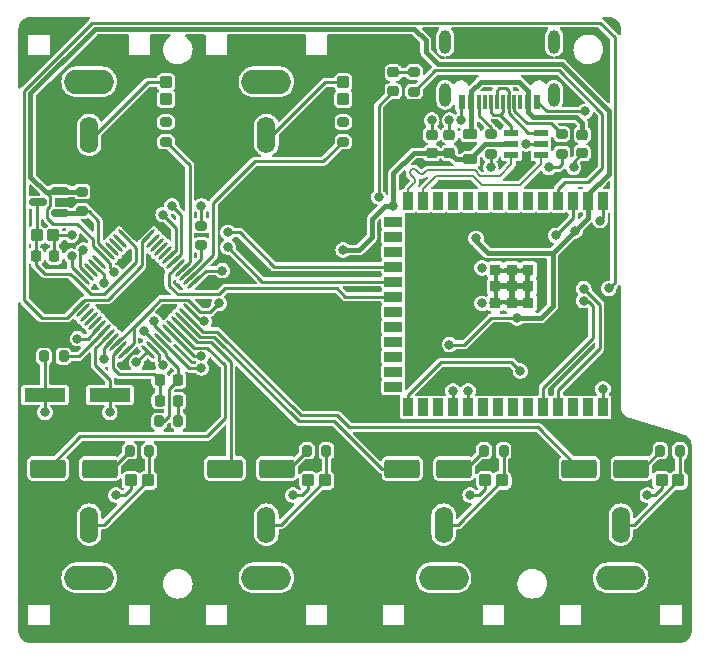
<source format=gtl>
G04 #@! TF.GenerationSoftware,KiCad,Pcbnew,7.0.2*
G04 #@! TF.CreationDate,2023-11-20T14:45:42+01:00*
G04 #@! TF.ProjectId,dsp_board,6473705f-626f-4617-9264-2e6b69636164,rev?*
G04 #@! TF.SameCoordinates,Original*
G04 #@! TF.FileFunction,Copper,L1,Top*
G04 #@! TF.FilePolarity,Positive*
%FSLAX46Y46*%
G04 Gerber Fmt 4.6, Leading zero omitted, Abs format (unit mm)*
G04 Created by KiCad (PCBNEW 7.0.2) date 2023-11-20 14:45:42*
%MOMM*%
%LPD*%
G01*
G04 APERTURE LIST*
G04 Aperture macros list*
%AMRoundRect*
0 Rectangle with rounded corners*
0 $1 Rounding radius*
0 $2 $3 $4 $5 $6 $7 $8 $9 X,Y pos of 4 corners*
0 Add a 4 corners polygon primitive as box body*
4,1,4,$2,$3,$4,$5,$6,$7,$8,$9,$2,$3,0*
0 Add four circle primitives for the rounded corners*
1,1,$1+$1,$2,$3*
1,1,$1+$1,$4,$5*
1,1,$1+$1,$6,$7*
1,1,$1+$1,$8,$9*
0 Add four rect primitives between the rounded corners*
20,1,$1+$1,$2,$3,$4,$5,0*
20,1,$1+$1,$4,$5,$6,$7,0*
20,1,$1+$1,$6,$7,$8,$9,0*
20,1,$1+$1,$8,$9,$2,$3,0*%
%AMHorizOval*
0 Thick line with rounded ends*
0 $1 width*
0 $2 $3 position (X,Y) of the first rounded end (center of the circle)*
0 $4 $5 position (X,Y) of the second rounded end (center of the circle)*
0 Add line between two ends*
20,1,$1,$2,$3,$4,$5,0*
0 Add two circle primitives to create the rounded ends*
1,1,$1,$2,$3*
1,1,$1,$4,$5*%
G04 Aperture macros list end*
G04 #@! TA.AperFunction,SMDPad,CuDef*
%ADD10RoundRect,0.218750X-0.381250X0.218750X-0.381250X-0.218750X0.381250X-0.218750X0.381250X0.218750X0*%
G04 #@! TD*
G04 #@! TA.AperFunction,SMDPad,CuDef*
%ADD11RoundRect,0.200000X-0.200000X-0.275000X0.200000X-0.275000X0.200000X0.275000X-0.200000X0.275000X0*%
G04 #@! TD*
G04 #@! TA.AperFunction,SMDPad,CuDef*
%ADD12RoundRect,0.225000X0.225000X0.250000X-0.225000X0.250000X-0.225000X-0.250000X0.225000X-0.250000X0*%
G04 #@! TD*
G04 #@! TA.AperFunction,SMDPad,CuDef*
%ADD13R,3.500000X1.200000*%
G04 #@! TD*
G04 #@! TA.AperFunction,ComponentPad*
%ADD14O,4.200000X2.100000*%
G04 #@! TD*
G04 #@! TA.AperFunction,ComponentPad*
%ADD15O,1.550000X3.100000*%
G04 #@! TD*
G04 #@! TA.AperFunction,SMDPad,CuDef*
%ADD16RoundRect,0.250000X0.275000X-0.287500X0.275000X0.287500X-0.275000X0.287500X-0.275000X-0.287500X0*%
G04 #@! TD*
G04 #@! TA.AperFunction,SMDPad,CuDef*
%ADD17RoundRect,0.200000X0.275000X-0.200000X0.275000X0.200000X-0.275000X0.200000X-0.275000X-0.200000X0*%
G04 #@! TD*
G04 #@! TA.AperFunction,SMDPad,CuDef*
%ADD18RoundRect,0.200000X-0.275000X0.200000X-0.275000X-0.200000X0.275000X-0.200000X0.275000X0.200000X0*%
G04 #@! TD*
G04 #@! TA.AperFunction,SMDPad,CuDef*
%ADD19RoundRect,0.250000X-1.250000X-0.550000X1.250000X-0.550000X1.250000X0.550000X-1.250000X0.550000X0*%
G04 #@! TD*
G04 #@! TA.AperFunction,SMDPad,CuDef*
%ADD20RoundRect,0.250000X0.287500X0.275000X-0.287500X0.275000X-0.287500X-0.275000X0.287500X-0.275000X0*%
G04 #@! TD*
G04 #@! TA.AperFunction,SMDPad,CuDef*
%ADD21RoundRect,0.225000X-0.250000X0.225000X-0.250000X-0.225000X0.250000X-0.225000X0.250000X0.225000X0*%
G04 #@! TD*
G04 #@! TA.AperFunction,SMDPad,CuDef*
%ADD22RoundRect,0.225000X0.250000X-0.225000X0.250000X0.225000X-0.250000X0.225000X-0.250000X-0.225000X0*%
G04 #@! TD*
G04 #@! TA.AperFunction,SMDPad,CuDef*
%ADD23RoundRect,0.040600X0.564400X0.249400X-0.564400X0.249400X-0.564400X-0.249400X0.564400X-0.249400X0*%
G04 #@! TD*
G04 #@! TA.AperFunction,SMDPad,CuDef*
%ADD24R,0.900000X1.500000*%
G04 #@! TD*
G04 #@! TA.AperFunction,SMDPad,CuDef*
%ADD25R,1.500000X0.900000*%
G04 #@! TD*
G04 #@! TA.AperFunction,SMDPad,CuDef*
%ADD26R,0.900000X0.900000*%
G04 #@! TD*
G04 #@! TA.AperFunction,SMDPad,CuDef*
%ADD27RoundRect,0.200000X0.200000X0.275000X-0.200000X0.275000X-0.200000X-0.275000X0.200000X-0.275000X0*%
G04 #@! TD*
G04 #@! TA.AperFunction,SMDPad,CuDef*
%ADD28RoundRect,0.250000X-0.287500X-0.275000X0.287500X-0.275000X0.287500X0.275000X-0.287500X0.275000X0*%
G04 #@! TD*
G04 #@! TA.AperFunction,SMDPad,CuDef*
%ADD29HorizOval,0.280000X-0.452548X-0.452548X0.452548X0.452548X0*%
G04 #@! TD*
G04 #@! TA.AperFunction,SMDPad,CuDef*
%ADD30HorizOval,0.280000X-0.452548X0.452548X0.452548X-0.452548X0*%
G04 #@! TD*
G04 #@! TA.AperFunction,SMDPad,CuDef*
%ADD31R,0.600000X1.250000*%
G04 #@! TD*
G04 #@! TA.AperFunction,SMDPad,CuDef*
%ADD32R,0.300000X1.250000*%
G04 #@! TD*
G04 #@! TA.AperFunction,ComponentPad*
%ADD33O,1.000000X2.000000*%
G04 #@! TD*
G04 #@! TA.AperFunction,SMDPad,CuDef*
%ADD34RoundRect,0.150000X0.587500X0.150000X-0.587500X0.150000X-0.587500X-0.150000X0.587500X-0.150000X0*%
G04 #@! TD*
G04 #@! TA.AperFunction,SMDPad,CuDef*
%ADD35RoundRect,0.218750X0.256250X-0.218750X0.256250X0.218750X-0.256250X0.218750X-0.256250X-0.218750X0*%
G04 #@! TD*
G04 #@! TA.AperFunction,ViaPad*
%ADD36C,0.800000*%
G04 #@! TD*
G04 #@! TA.AperFunction,Conductor*
%ADD37C,0.400000*%
G04 #@! TD*
G04 #@! TA.AperFunction,Conductor*
%ADD38C,0.250000*%
G04 #@! TD*
G04 #@! TA.AperFunction,Conductor*
%ADD39C,0.200000*%
G04 #@! TD*
G04 APERTURE END LIST*
D10*
X72250000Y-98437500D03*
X72250000Y-100562500D03*
D11*
X36175000Y-117250000D03*
X37825000Y-117250000D03*
D12*
X47525000Y-121000000D03*
X45975000Y-121000000D03*
D13*
X36250000Y-120500000D03*
X41750000Y-120500000D03*
D14*
X40000000Y-136000000D03*
D15*
X40000000Y-131500000D03*
D16*
X46500000Y-95462500D03*
X46500000Y-94037500D03*
D17*
X49500000Y-107825000D03*
X49500000Y-106175000D03*
D18*
X80000000Y-98425000D03*
X80000000Y-100075000D03*
D17*
X61500000Y-99075000D03*
X61500000Y-97425000D03*
D12*
X47525000Y-119250000D03*
X45975000Y-119250000D03*
D14*
X40000000Y-94000000D03*
D15*
X40000000Y-98500000D03*
D19*
X36500000Y-126750000D03*
X40900000Y-126750000D03*
D20*
X74962500Y-127750000D03*
X73537500Y-127750000D03*
D18*
X74000000Y-98425000D03*
X74000000Y-100075000D03*
D17*
X67500000Y-94825000D03*
X67500000Y-93175000D03*
D20*
X89887500Y-127750000D03*
X88462500Y-127750000D03*
D17*
X46500000Y-99075000D03*
X46500000Y-97425000D03*
D21*
X81750000Y-98475000D03*
X81750000Y-100025000D03*
D22*
X69000000Y-100025000D03*
X69000000Y-98475000D03*
D14*
X55000000Y-136000000D03*
D15*
X55000000Y-131500000D03*
D20*
X44962500Y-127750000D03*
X43537500Y-127750000D03*
X59962500Y-127750000D03*
X58537500Y-127750000D03*
D19*
X81500000Y-126750000D03*
X85900000Y-126750000D03*
D12*
X37025000Y-108750000D03*
X35475000Y-108750000D03*
D19*
X66500000Y-126750000D03*
X70900000Y-126750000D03*
D11*
X45900000Y-122750000D03*
X47550000Y-122750000D03*
D23*
X78255000Y-100200000D03*
X78255000Y-99250000D03*
X78255000Y-98300000D03*
X75745000Y-98300000D03*
X75745000Y-99250000D03*
X75745000Y-100200000D03*
D24*
X83500000Y-104069500D03*
X82230000Y-104069500D03*
X80960000Y-104069500D03*
X79690000Y-104069500D03*
X78420000Y-104069500D03*
X77150000Y-104069500D03*
X75880000Y-104069500D03*
X74610000Y-104069500D03*
X73340000Y-104069500D03*
X72070000Y-104069500D03*
X70800000Y-104069500D03*
X69530000Y-104069500D03*
X68260000Y-104069500D03*
X66990000Y-104069500D03*
D25*
X65740000Y-105834500D03*
X65740000Y-107104500D03*
X65740000Y-108374500D03*
X65740000Y-109644500D03*
X65740000Y-110914500D03*
X65740000Y-112184500D03*
X65740000Y-113454500D03*
X65740000Y-114724500D03*
X65740000Y-115994500D03*
X65740000Y-117264500D03*
X65740000Y-118534500D03*
X65740000Y-119804500D03*
D24*
X66990000Y-121569500D03*
X68260000Y-121569500D03*
X69530000Y-121569500D03*
X70800000Y-121569500D03*
X72070000Y-121569500D03*
X73340000Y-121569500D03*
X74610000Y-121569500D03*
X75880000Y-121569500D03*
X77150000Y-121569500D03*
X78420000Y-121569500D03*
X79690000Y-121569500D03*
X80960000Y-121569500D03*
X82230000Y-121569500D03*
X83500000Y-121569500D03*
D26*
X75780000Y-111319500D03*
X75780000Y-109919500D03*
X75780000Y-112719500D03*
X74380000Y-109919500D03*
X74380000Y-111319500D03*
X74380000Y-112719500D03*
X77180000Y-109919500D03*
X77180000Y-111319500D03*
X77180000Y-112719500D03*
D14*
X70000000Y-136000000D03*
D15*
X70000000Y-131500000D03*
D27*
X90000000Y-125250000D03*
X88350000Y-125250000D03*
D28*
X35537500Y-107000000D03*
X36962500Y-107000000D03*
D14*
X85000000Y-136000000D03*
D15*
X85000000Y-131500000D03*
D27*
X45075000Y-125250000D03*
X43425000Y-125250000D03*
D19*
X51500000Y-126750000D03*
X55900000Y-126750000D03*
D29*
X48900250Y-110988837D03*
X48546697Y-110635284D03*
X48193143Y-110281731D03*
X47839590Y-109928177D03*
X47486036Y-109574624D03*
X47132483Y-109221070D03*
X46778930Y-108867517D03*
X46425376Y-108513964D03*
X46071823Y-108160410D03*
X45718269Y-107806857D03*
X45364716Y-107453303D03*
X45011163Y-107099750D03*
D30*
X42988837Y-107099750D03*
X42635284Y-107453303D03*
X42281731Y-107806857D03*
X41928177Y-108160410D03*
X41574624Y-108513964D03*
X41221070Y-108867517D03*
X40867517Y-109221070D03*
X40513964Y-109574624D03*
X40160410Y-109928177D03*
X39806857Y-110281731D03*
X39453303Y-110635284D03*
X39099750Y-110988837D03*
D29*
X39099750Y-113011163D03*
X39453303Y-113364716D03*
X39806857Y-113718269D03*
X40160410Y-114071823D03*
X40513964Y-114425376D03*
X40867517Y-114778930D03*
X41221070Y-115132483D03*
X41574624Y-115486036D03*
X41928177Y-115839590D03*
X42281731Y-116193143D03*
X42635284Y-116546697D03*
X42988837Y-116900250D03*
D30*
X45011163Y-116900250D03*
X45364716Y-116546697D03*
X45718269Y-116193143D03*
X46071823Y-115839590D03*
X46425376Y-115486036D03*
X46778930Y-115132483D03*
X47132483Y-114778930D03*
X47486036Y-114425376D03*
X47839590Y-114071823D03*
X48193143Y-113718269D03*
X48546697Y-113364716D03*
X48900250Y-113011163D03*
D27*
X75075000Y-125250000D03*
X73425000Y-125250000D03*
D14*
X55000000Y-94000000D03*
D15*
X55000000Y-98500000D03*
D16*
X61500000Y-95462500D03*
X61500000Y-94037500D03*
D31*
X77950000Y-95675000D03*
X77150000Y-95675000D03*
D32*
X76000000Y-95675000D03*
X75000000Y-95675000D03*
X74500000Y-95675000D03*
X73500000Y-95675000D03*
D31*
X71550000Y-95675000D03*
X72350000Y-95675000D03*
D32*
X73000000Y-95675000D03*
X74000000Y-95675000D03*
X75500000Y-95675000D03*
X76500000Y-95675000D03*
D33*
X79360000Y-90600000D03*
X70140000Y-90600000D03*
X79360000Y-95100000D03*
X70140000Y-95100000D03*
D22*
X70500000Y-100025000D03*
X70500000Y-98475000D03*
D27*
X60075000Y-125250000D03*
X58425000Y-125250000D03*
D18*
X39375000Y-103300000D03*
X39375000Y-104950000D03*
D34*
X37500000Y-105150000D03*
X37500000Y-103250000D03*
X35625000Y-104200000D03*
D35*
X65750000Y-94787500D03*
X65750000Y-93212500D03*
D36*
X42125353Y-110125353D03*
X44637563Y-115112437D03*
X76250000Y-114000000D03*
X70500000Y-116250000D03*
X81125000Y-106625000D03*
X72750000Y-107250000D03*
X65750000Y-104500000D03*
X61500000Y-108250000D03*
X51000000Y-112750000D03*
X41750000Y-122000000D03*
X49750000Y-114250000D03*
X45500000Y-114250000D03*
X36250000Y-122000000D03*
X81880000Y-111519500D03*
X81867452Y-112531551D03*
X79500000Y-107000000D03*
X76500000Y-118500000D03*
X51750000Y-106750000D03*
X38500000Y-108750000D03*
X51750000Y-108000000D03*
X39500000Y-108250000D03*
X70800000Y-120175000D03*
X72075000Y-120175000D03*
X49500000Y-118250000D03*
X64500000Y-103750000D03*
X81000000Y-101250000D03*
X41250000Y-111000000D03*
X83500000Y-120000000D03*
X47000000Y-104500000D03*
X87250000Y-129000000D03*
X42250000Y-129000000D03*
X71500000Y-97250000D03*
X78907635Y-101246731D03*
X74000000Y-101250000D03*
X77000000Y-99250000D03*
X46250000Y-105250000D03*
X38500000Y-107000000D03*
X69000000Y-97250000D03*
X83250000Y-105750000D03*
X73250000Y-109750000D03*
X84000000Y-111500000D03*
X72250000Y-129000000D03*
X49500000Y-104500000D03*
X70500000Y-97250000D03*
X57250000Y-129000000D03*
X41250000Y-117500000D03*
X44000000Y-117750000D03*
X82000000Y-96500000D03*
X46250000Y-118000000D03*
X51250000Y-110000000D03*
X39000000Y-115750000D03*
X49500000Y-117250000D03*
X73250000Y-112750000D03*
D37*
X72750000Y-107500000D02*
X72750000Y-107250000D01*
D38*
X42125353Y-110125353D02*
X41785065Y-109785065D01*
D37*
X83975000Y-101775000D02*
X82230000Y-103520000D01*
X69500000Y-92500000D02*
X80000000Y-92500000D01*
X37550000Y-103300000D02*
X37500000Y-103250000D01*
X68500000Y-90500000D02*
X68500000Y-91500000D01*
X79250000Y-108500000D02*
X79250000Y-113000000D01*
D38*
X36940749Y-106000000D02*
X36437500Y-105496751D01*
X70500000Y-116250000D02*
X71750000Y-116250000D01*
D37*
X81125000Y-106625000D02*
X79250000Y-108500000D01*
D38*
X46332538Y-122750000D02*
X46750000Y-122332538D01*
X40300000Y-107300000D02*
X39000000Y-106000000D01*
X40300000Y-107946447D02*
X40300000Y-107300000D01*
D37*
X38500000Y-103300000D02*
X37550000Y-103300000D01*
D38*
X46750000Y-120025000D02*
X47525000Y-119250000D01*
D37*
X38500000Y-103300000D02*
X36300000Y-103300000D01*
D38*
X39000000Y-106000000D02*
X36940749Y-106000000D01*
D37*
X35025000Y-102025000D02*
X35025000Y-94975000D01*
X79250000Y-113000000D02*
X78250000Y-114000000D01*
X35025000Y-94975000D02*
X40475000Y-89525000D01*
D38*
X36437500Y-105496751D02*
X36437500Y-104803249D01*
X36437500Y-104803249D02*
X36715749Y-104525000D01*
X47525000Y-119250000D02*
X47525000Y-118249695D01*
D37*
X81125000Y-106625000D02*
X82230000Y-105520000D01*
X67525000Y-89525000D02*
X68500000Y-90500000D01*
D38*
X46525305Y-117250000D02*
X46525305Y-117000179D01*
D37*
X39375000Y-103300000D02*
X38500000Y-103300000D01*
D38*
X74000000Y-114000000D02*
X76250000Y-114000000D01*
X46525305Y-117000179D02*
X45718269Y-116193143D01*
X36715749Y-103715749D02*
X36300000Y-103300000D01*
D37*
X82230000Y-103520000D02*
X82230000Y-104069500D01*
D38*
X71750000Y-116250000D02*
X74000000Y-114000000D01*
D37*
X82230000Y-105520000D02*
X82230000Y-104069500D01*
X68500000Y-91500000D02*
X69500000Y-92500000D01*
X40475000Y-89525000D02*
X67525000Y-89525000D01*
D38*
X45900000Y-122750000D02*
X46332538Y-122750000D01*
D37*
X73750000Y-108500000D02*
X72750000Y-107500000D01*
X80000000Y-92500000D02*
X83975000Y-96475000D01*
D38*
X41785065Y-109785065D02*
X41785065Y-109431512D01*
X44637563Y-115112437D02*
X45718269Y-116193143D01*
X36715749Y-104525000D02*
X36715749Y-103715749D01*
D37*
X73750000Y-108500000D02*
X79250000Y-108500000D01*
D38*
X46750000Y-122332538D02*
X46750000Y-120025000D01*
X41785065Y-109431512D02*
X41221070Y-108867517D01*
D37*
X83975000Y-96475000D02*
X83975000Y-101775000D01*
X78250000Y-114000000D02*
X76250000Y-114000000D01*
D38*
X47525000Y-118249695D02*
X46525305Y-117250000D01*
X41221070Y-108867517D02*
X40300000Y-107946447D01*
D37*
X36300000Y-103300000D02*
X35025000Y-102025000D01*
X71037500Y-100562500D02*
X70500000Y-100025000D01*
X63950000Y-107150000D02*
X63950000Y-105624500D01*
X61500000Y-108250000D02*
X62850000Y-108250000D01*
X72250000Y-100562500D02*
X71037500Y-100562500D01*
X63950000Y-105624500D02*
X65074500Y-104500000D01*
X72250000Y-100501472D02*
X72250000Y-100562500D01*
X67475000Y-100025000D02*
X65750000Y-101750000D01*
X69000000Y-100025000D02*
X67475000Y-100025000D01*
X75745000Y-99250000D02*
X73501472Y-99250000D01*
X65750000Y-101750000D02*
X65750000Y-104500000D01*
X62850000Y-108250000D02*
X63950000Y-107150000D01*
X65074500Y-104500000D02*
X65750000Y-104500000D01*
X73501472Y-99250000D02*
X72250000Y-100501472D01*
X69000000Y-100025000D02*
X68665000Y-100025000D01*
X70500000Y-100025000D02*
X69000000Y-100025000D01*
D38*
X46027706Y-112447168D02*
X48336255Y-112447168D01*
X49389087Y-113500000D02*
X48900250Y-113011163D01*
X43750000Y-116139087D02*
X43750000Y-114724874D01*
X42281731Y-116193143D02*
X45362437Y-113112437D01*
X48336255Y-112447168D02*
X48900250Y-113011163D01*
X43750000Y-114724874D02*
X45362437Y-113112437D01*
X42988837Y-116900250D02*
X43750000Y-116139087D01*
X51000000Y-112750000D02*
X50250000Y-113500000D01*
X45362437Y-113112437D02*
X46027706Y-112447168D01*
X50250000Y-113500000D02*
X49389087Y-113500000D01*
X40500000Y-116560660D02*
X41574624Y-115486036D01*
X41750000Y-120500000D02*
X41750000Y-122000000D01*
X41750000Y-119250000D02*
X40500000Y-118000000D01*
X40500000Y-118000000D02*
X40500000Y-116560660D01*
X41750000Y-120500000D02*
X41750000Y-119250000D01*
X49431981Y-114250000D02*
X49750000Y-114250000D01*
X48546697Y-113364716D02*
X49431981Y-114250000D01*
X42500000Y-118750000D02*
X45475000Y-118750000D01*
X42000000Y-117181981D02*
X42000000Y-118250000D01*
X45975000Y-121000000D02*
X45975000Y-119250000D01*
X42000000Y-118250000D02*
X42500000Y-118750000D01*
X45475000Y-118750000D02*
X45975000Y-119250000D01*
X42635284Y-116546697D02*
X42000000Y-117181981D01*
D37*
X77150000Y-95675000D02*
X77150000Y-96600000D01*
X81250000Y-97000000D02*
X81750000Y-97500000D01*
X72350000Y-94790000D02*
X72350000Y-95675000D01*
X77150000Y-94760000D02*
X76390000Y-94000000D01*
X81750000Y-97500000D02*
X81750000Y-98475000D01*
X73140000Y-94000000D02*
X72350000Y-94790000D01*
X72350000Y-98337500D02*
X72250000Y-98437500D01*
X72350000Y-95675000D02*
X72350000Y-98337500D01*
X77550000Y-97000000D02*
X81250000Y-97000000D01*
X76390000Y-94000000D02*
X73140000Y-94000000D01*
X72250000Y-95775000D02*
X72350000Y-95675000D01*
X77150000Y-96600000D02*
X77550000Y-97000000D01*
X77150000Y-95675000D02*
X77150000Y-94760000D01*
D38*
X45500000Y-114560660D02*
X45500000Y-114250000D01*
X46425376Y-115486036D02*
X45500000Y-114560660D01*
X59962500Y-94037500D02*
X61500000Y-94037500D01*
X55000000Y-98500000D02*
X55500000Y-98500000D01*
X55500000Y-98500000D02*
X59962500Y-94037500D01*
X36250000Y-120500000D02*
X36250000Y-122000000D01*
X36250000Y-117325000D02*
X36175000Y-117250000D01*
X36250000Y-120500000D02*
X36250000Y-117325000D01*
X85900000Y-126750000D02*
X86850000Y-126750000D01*
X86850000Y-126750000D02*
X88350000Y-125250000D01*
X57943198Y-122250000D02*
X61000000Y-122250000D01*
X50843198Y-115150000D02*
X57943198Y-122250000D01*
X78000000Y-123250000D02*
X81500000Y-126750000D01*
X61000000Y-122250000D02*
X62000000Y-123250000D01*
X49624874Y-115150000D02*
X50843198Y-115150000D01*
X62000000Y-123250000D02*
X78000000Y-123250000D01*
X48193143Y-113718269D02*
X49624874Y-115150000D01*
X56925000Y-126750000D02*
X58425000Y-125250000D01*
X55900000Y-126750000D02*
X56925000Y-126750000D01*
X52000000Y-117750000D02*
X52000000Y-126250000D01*
X52000000Y-126250000D02*
X51500000Y-126750000D01*
X49110660Y-116050000D02*
X50300000Y-116050000D01*
X47486036Y-114425376D02*
X49110660Y-116050000D01*
X50300000Y-116050000D02*
X52000000Y-117750000D01*
X35475000Y-107062500D02*
X35537500Y-107000000D01*
X35537500Y-104287500D02*
X35625000Y-104200000D01*
X36250000Y-110250000D02*
X35475000Y-109475000D01*
X35475000Y-108750000D02*
X35475000Y-107062500D01*
X35537500Y-107000000D02*
X35537500Y-104287500D01*
X39099750Y-110988837D02*
X38360913Y-110250000D01*
X41278137Y-111997168D02*
X43997168Y-109278137D01*
D37*
X35475000Y-108750000D02*
X35500000Y-108750000D01*
D38*
X43997168Y-109278137D02*
X43997168Y-108108081D01*
X43997168Y-108108081D02*
X42988837Y-107099750D01*
X38360913Y-110250000D02*
X36250000Y-110250000D01*
X35475000Y-109475000D02*
X35475000Y-108750000D01*
X40108081Y-111997168D02*
X41278137Y-111997168D01*
X39099750Y-110988837D02*
X40108081Y-111997168D01*
X55000000Y-131500000D02*
X56212500Y-131500000D01*
X60075000Y-125250000D02*
X60075000Y-127637500D01*
X60075000Y-127637500D02*
X59962500Y-127750000D01*
X56212500Y-131500000D02*
X59962500Y-127750000D01*
X47839590Y-114089590D02*
X49350000Y-115600000D01*
X49350000Y-115600000D02*
X50600000Y-115600000D01*
X57750000Y-122750000D02*
X60750000Y-122750000D01*
X50600000Y-115600000D02*
X57750000Y-122750000D01*
X60750000Y-122750000D02*
X64750000Y-126750000D01*
X47839590Y-114071823D02*
X47839590Y-114089590D01*
X64750000Y-126750000D02*
X66500000Y-126750000D01*
X70900000Y-126750000D02*
X71925000Y-126750000D01*
X71925000Y-126750000D02*
X73425000Y-125250000D01*
X51500000Y-122500000D02*
X51500000Y-118000000D01*
X39250000Y-124000000D02*
X50000000Y-124000000D01*
X36500000Y-126750000D02*
X39250000Y-124000000D01*
X48853553Y-116500000D02*
X47132483Y-114778930D01*
X50000000Y-116500000D02*
X48853553Y-116500000D01*
X51500000Y-118000000D02*
X50000000Y-116500000D01*
X50000000Y-124000000D02*
X51500000Y-122500000D01*
X40900000Y-126750000D02*
X41925000Y-126750000D01*
X41925000Y-126750000D02*
X43425000Y-125250000D01*
X75075000Y-127637500D02*
X74962500Y-127750000D01*
X71212500Y-131500000D02*
X74962500Y-127750000D01*
X70000000Y-131500000D02*
X71212500Y-131500000D01*
X75075000Y-125250000D02*
X75075000Y-127637500D01*
X45075000Y-125250000D02*
X45075000Y-127637500D01*
X45075000Y-127637500D02*
X44962500Y-127750000D01*
X40000000Y-131500000D02*
X41212500Y-131500000D01*
X41212500Y-131500000D02*
X44962500Y-127750000D01*
X74800000Y-96810000D02*
X74800000Y-96800000D01*
X75000000Y-96600000D02*
X74800000Y-96800000D01*
X74000000Y-95675000D02*
X74000000Y-96600000D01*
X75745000Y-97755000D02*
X74800000Y-96810000D01*
X75745000Y-98300000D02*
X75745000Y-97755000D01*
X75000000Y-95675000D02*
X75000000Y-96600000D01*
X74000000Y-96600000D02*
X74200000Y-96800000D01*
X74200000Y-96800000D02*
X74800000Y-96800000D01*
X75500000Y-96636396D02*
X75500000Y-95675000D01*
X78255000Y-98300000D02*
X77163604Y-98300000D01*
X74500000Y-95675000D02*
X74500000Y-94740000D01*
X75300000Y-94550000D02*
X75500000Y-94750000D01*
X75500000Y-94750000D02*
X75500000Y-95675000D01*
X74500000Y-94740000D02*
X74690000Y-94550000D01*
X74690000Y-94550000D02*
X75300000Y-94550000D01*
X77163604Y-98300000D02*
X75500000Y-96636396D01*
X74000000Y-98425000D02*
X74000000Y-97860000D01*
X74000000Y-97860000D02*
X73000000Y-96860000D01*
X73000000Y-95675000D02*
X73000000Y-96860000D01*
X80000000Y-98425000D02*
X79100000Y-97525000D01*
X76000000Y-96500000D02*
X76000000Y-95675000D01*
X77025000Y-97525000D02*
X76000000Y-96500000D01*
X79100000Y-97525000D02*
X77025000Y-97525000D01*
X81880000Y-111519500D02*
X83240000Y-112879500D01*
X83240000Y-116569500D02*
X79690000Y-120119500D01*
X83240000Y-112879500D02*
X83240000Y-116569500D01*
X79690000Y-120119500D02*
X79690000Y-121569500D01*
X81867452Y-112531551D02*
X82192051Y-112531551D01*
X82192051Y-112531551D02*
X82630000Y-112969500D01*
X82630000Y-112969500D02*
X82630000Y-115679500D01*
X78420000Y-119889500D02*
X78420000Y-121569500D01*
X82630000Y-115679500D02*
X78420000Y-119889500D01*
X80960000Y-105540000D02*
X80960000Y-104069500D01*
X80740000Y-103849500D02*
X80960000Y-104069500D01*
X79500000Y-107000000D02*
X80960000Y-105540000D01*
X66990000Y-121569500D02*
X66990000Y-121069500D01*
X76500000Y-118500000D02*
X75750000Y-117750000D01*
X66990000Y-120510000D02*
X66990000Y-121569500D01*
X75750000Y-117750000D02*
X69750000Y-117750000D01*
X69750000Y-117750000D02*
X66990000Y-120510000D01*
X38500000Y-108750000D02*
X38500000Y-109681981D01*
X65740000Y-109644500D02*
X55644500Y-109644500D01*
X55644500Y-109644500D02*
X52750000Y-106750000D01*
X38500000Y-109681981D02*
X39453303Y-110635284D01*
X52750000Y-106750000D02*
X51750000Y-106750000D01*
X39242862Y-108507138D02*
X39242862Y-109717736D01*
X54664500Y-110914500D02*
X51750000Y-108000000D01*
X65740000Y-110914500D02*
X54664500Y-110914500D01*
X39242862Y-109717736D02*
X39806857Y-110281731D01*
X39500000Y-108250000D02*
X39242862Y-108507138D01*
X70800000Y-121569500D02*
X70800000Y-120175000D01*
X72070000Y-121569500D02*
X72070000Y-120180000D01*
X72070000Y-120180000D02*
X72075000Y-120175000D01*
X41221070Y-115132483D02*
X39103553Y-117250000D01*
X39103553Y-117250000D02*
X37825000Y-117250000D01*
X50500000Y-104250000D02*
X54000000Y-100750000D01*
X48546697Y-110635284D02*
X50500000Y-108681981D01*
X50500000Y-108681981D02*
X50500000Y-104250000D01*
X59825000Y-100750000D02*
X61500000Y-99075000D01*
X54000000Y-100750000D02*
X59825000Y-100750000D01*
X47839590Y-109928177D02*
X48500000Y-109267767D01*
X48500000Y-109267767D02*
X48500000Y-101075000D01*
X48500000Y-101075000D02*
X46500000Y-99075000D01*
X49500000Y-108974874D02*
X49500000Y-107825000D01*
X48193143Y-110281731D02*
X49500000Y-108974874D01*
D39*
X73250000Y-102750000D02*
X72500000Y-102000000D01*
X78255000Y-100995000D02*
X76500000Y-102750000D01*
X72500000Y-102000000D02*
X69379500Y-102000000D01*
X76500000Y-102750000D02*
X73250000Y-102750000D01*
X78255000Y-100200000D02*
X78255000Y-100995000D01*
X69379500Y-102000000D02*
X68260000Y-103119500D01*
X68260000Y-103119500D02*
X68260000Y-104069500D01*
X75745000Y-100995000D02*
X74740000Y-102000000D01*
X74740000Y-102000000D02*
X73125000Y-102000000D01*
X67935234Y-101750000D02*
X67935235Y-101750000D01*
X67510970Y-102598527D02*
X67510971Y-102598528D01*
X67935235Y-101750000D02*
X67652392Y-101467157D01*
X75745000Y-100200000D02*
X75745000Y-100995000D01*
X66990000Y-103119500D02*
X66990000Y-104069500D01*
X73125000Y-102000000D02*
X72625000Y-101500000D01*
X67228128Y-101891421D02*
X67510970Y-102174263D01*
X72625000Y-101500000D02*
X68609500Y-101500000D01*
X68609500Y-101500000D02*
X68359500Y-101750000D01*
X67510971Y-102598528D02*
X66990000Y-103119500D01*
X67228139Y-101467168D02*
G75*
G03*
X67228128Y-101891421I212161J-212132D01*
G01*
X67652391Y-101467158D02*
G75*
G03*
X67228129Y-101467158I-212131J-212131D01*
G01*
X67510975Y-102598532D02*
G75*
G03*
X67510970Y-102174263I-212175J212132D01*
G01*
X67935234Y-101750000D02*
G75*
G03*
X68359500Y-101750000I212133J212134D01*
G01*
D38*
X47525000Y-122725000D02*
X47550000Y-122750000D01*
X47525000Y-121000000D02*
X47525000Y-122725000D01*
X49500000Y-118250000D02*
X48482233Y-118250000D01*
X48482233Y-118250000D02*
X46071823Y-115839590D01*
X85000000Y-131500000D02*
X86137500Y-131500000D01*
X89887500Y-127750000D02*
X90000000Y-127637500D01*
X90000000Y-127637500D02*
X90000000Y-125250000D01*
X86137500Y-131500000D02*
X89887500Y-127750000D01*
X46500000Y-94037500D02*
X44962500Y-94037500D01*
X40500000Y-98500000D02*
X40000000Y-98500000D01*
X44962500Y-94037500D02*
X40500000Y-98500000D01*
X65740000Y-112184500D02*
X61684500Y-112184500D01*
X46750000Y-111252832D02*
X46750000Y-110310660D01*
X51500000Y-111500000D02*
X51002832Y-111997168D01*
X46750000Y-110310660D02*
X47486036Y-109574624D01*
X47494336Y-111997168D02*
X46750000Y-111252832D01*
X61000000Y-111500000D02*
X51500000Y-111500000D01*
X51002832Y-111997168D02*
X47494336Y-111997168D01*
X61684500Y-112184500D02*
X61000000Y-111500000D01*
X65740000Y-112184500D02*
X65555500Y-112000000D01*
X64500000Y-103750000D02*
X64500000Y-96037500D01*
X64500000Y-96037500D02*
X65750000Y-94787500D01*
X67462500Y-93212500D02*
X67500000Y-93175000D01*
X65750000Y-93212500D02*
X67462500Y-93212500D01*
X41574624Y-108513964D02*
X40750000Y-107689340D01*
X40750000Y-107689340D02*
X40750000Y-105750000D01*
D37*
X37500000Y-105150000D02*
X39175000Y-105150000D01*
D38*
X40750000Y-105750000D02*
X39950000Y-104950000D01*
X39950000Y-104950000D02*
X39375000Y-104950000D01*
D37*
X39175000Y-105150000D02*
X39375000Y-104950000D01*
D38*
X80259500Y-102500000D02*
X82250000Y-102500000D01*
X83450000Y-101300000D02*
X83450000Y-96692462D01*
X79782538Y-93025000D02*
X69300000Y-93025000D01*
X79690000Y-103069500D02*
X80259500Y-102500000D01*
X79690000Y-104069500D02*
X79690000Y-103069500D01*
X82250000Y-102500000D02*
X83450000Y-101300000D01*
X83450000Y-96692462D02*
X79782538Y-93025000D01*
X69300000Y-93025000D02*
X67500000Y-94825000D01*
X71500000Y-97250000D02*
X71500000Y-95725000D01*
X44000000Y-117750000D02*
X44849750Y-116900250D01*
X41250000Y-110310660D02*
X41250000Y-111000000D01*
X40250000Y-89000000D02*
X34500000Y-94750000D01*
X44447168Y-107663745D02*
X45011163Y-107099750D01*
X82225000Y-96475000D02*
X82250000Y-96500000D01*
X49889087Y-110000000D02*
X51250000Y-110000000D01*
X38110913Y-114000000D02*
X39099750Y-113011163D01*
X82000000Y-96500000D02*
X82025000Y-96475000D01*
X83250000Y-105750000D02*
X83500000Y-105500000D01*
X42250000Y-129000000D02*
X43000000Y-129000000D01*
X58537500Y-127750000D02*
X58537500Y-128462500D01*
X47000000Y-104500000D02*
X47750000Y-105250000D01*
X79753269Y-101246731D02*
X80000000Y-101000000D01*
X48896447Y-117250000D02*
X49500000Y-117250000D01*
X47342924Y-106342924D02*
X47342924Y-108303523D01*
X45928710Y-117678710D02*
X45928710Y-117110691D01*
X78255000Y-99250000D02*
X77000000Y-99250000D01*
X46250000Y-105250000D02*
X47342924Y-106342924D01*
X47750000Y-105250000D02*
X47750000Y-108603553D01*
X41552832Y-112447168D02*
X44447168Y-109552832D01*
X77950000Y-95675000D02*
X78750000Y-96475000D01*
X41928177Y-115839590D02*
X41250000Y-116517767D01*
X44447168Y-109552832D02*
X44447168Y-107663745D01*
X34500000Y-112500000D02*
X36000000Y-114000000D01*
X45928710Y-117110691D02*
X45364716Y-116546697D01*
X40513964Y-109574624D02*
X41250000Y-110310660D01*
X80000000Y-101000000D02*
X80000000Y-100075000D01*
X78750000Y-96475000D02*
X81975000Y-96475000D01*
X88462500Y-127750000D02*
X88462500Y-128412500D01*
X39099750Y-113011163D02*
X39663745Y-112447168D01*
X78907635Y-101246731D02*
X79753269Y-101246731D01*
X43000000Y-129000000D02*
X43537500Y-128462500D01*
X48900250Y-110988837D02*
X49889087Y-110000000D01*
X44849750Y-116900250D02*
X45011163Y-116900250D01*
X73537500Y-127750000D02*
X73537500Y-128462500D01*
X47750000Y-108603553D02*
X47132483Y-109221070D01*
X39663745Y-112447168D02*
X41552832Y-112447168D01*
X81975000Y-96475000D02*
X82000000Y-96500000D01*
X83500000Y-105500000D02*
X83500000Y-104069500D01*
X71500000Y-95725000D02*
X71550000Y-95675000D01*
X84500000Y-111000000D02*
X84500000Y-90250000D01*
X58537500Y-128462500D02*
X58000000Y-129000000D01*
X69000000Y-98475000D02*
X69000000Y-97250000D01*
X88462500Y-128412500D02*
X87875000Y-129000000D01*
X37025000Y-108750000D02*
X37025000Y-107062500D01*
X47342924Y-108303523D02*
X46778930Y-108867517D01*
X84000000Y-111500000D02*
X84500000Y-111000000D01*
X49500000Y-104500000D02*
X49500000Y-106175000D01*
X74000000Y-101250000D02*
X74000000Y-100075000D01*
X82025000Y-96475000D02*
X82225000Y-96475000D01*
X36000000Y-114000000D02*
X38110913Y-114000000D01*
X58000000Y-129000000D02*
X57250000Y-129000000D01*
X83250000Y-89000000D02*
X40250000Y-89000000D01*
X84500000Y-90250000D02*
X83250000Y-89000000D01*
X70500000Y-98475000D02*
X70500000Y-97250000D01*
X73000000Y-129000000D02*
X72250000Y-129000000D01*
X37025000Y-107062500D02*
X36962500Y-107000000D01*
X34500000Y-94750000D02*
X34500000Y-112500000D01*
X36962500Y-107000000D02*
X38500000Y-107000000D01*
X87875000Y-129000000D02*
X87250000Y-129000000D01*
X81000000Y-101250000D02*
X81000000Y-100775000D01*
X46250000Y-118000000D02*
X45928710Y-117678710D01*
X40867517Y-114778930D02*
X39896447Y-115750000D01*
X39896447Y-115750000D02*
X39000000Y-115750000D01*
X83500000Y-121569500D02*
X83500000Y-120000000D01*
X73537500Y-128462500D02*
X73000000Y-129000000D01*
X43537500Y-128462500D02*
X43537500Y-127750000D01*
X41250000Y-116517767D02*
X41250000Y-117500000D01*
X81000000Y-100775000D02*
X81750000Y-100025000D01*
X46778930Y-115132483D02*
X48896447Y-117250000D01*
G04 #@! TA.AperFunction,Conductor*
G36*
X74783154Y-109732931D02*
G01*
X74868784Y-109774466D01*
X74919899Y-109791075D01*
X74928510Y-109793788D01*
X75070698Y-109815789D01*
X75213325Y-109796839D01*
X75272213Y-109780231D01*
X75286054Y-109776114D01*
X75376914Y-109732642D01*
X75430430Y-109720500D01*
X76129039Y-109720500D01*
X76183154Y-109732931D01*
X76268784Y-109774466D01*
X76319899Y-109791075D01*
X76328510Y-109793788D01*
X76470698Y-109815789D01*
X76613325Y-109796839D01*
X76672213Y-109780231D01*
X76686054Y-109776114D01*
X76776914Y-109732642D01*
X76830430Y-109720500D01*
X77254999Y-109720500D01*
X77322038Y-109740185D01*
X77367793Y-109792989D01*
X77378999Y-109844500D01*
X77378999Y-110268536D01*
X77366568Y-110322651D01*
X77326888Y-110404458D01*
X77326884Y-110404466D01*
X77325032Y-110408286D01*
X77323720Y-110412322D01*
X77323717Y-110412331D01*
X77308423Y-110459402D01*
X77305707Y-110468019D01*
X77283710Y-110610203D01*
X77283710Y-110610205D01*
X77283710Y-110610207D01*
X77302662Y-110752834D01*
X77319271Y-110811722D01*
X77323387Y-110825557D01*
X77366855Y-110916409D01*
X77378999Y-110969926D01*
X77378999Y-111668536D01*
X77366568Y-111722651D01*
X77326888Y-111804458D01*
X77326884Y-111804466D01*
X77325032Y-111808286D01*
X77323720Y-111812322D01*
X77323717Y-111812331D01*
X77308423Y-111859402D01*
X77305707Y-111868019D01*
X77283710Y-112010203D01*
X77283710Y-112010205D01*
X77283710Y-112010207D01*
X77301188Y-112141739D01*
X77302663Y-112152838D01*
X77307672Y-112170598D01*
X77319271Y-112211722D01*
X77323387Y-112225557D01*
X77366855Y-112316409D01*
X77378999Y-112369926D01*
X77378999Y-112845500D01*
X77359314Y-112912539D01*
X77306510Y-112958294D01*
X77254999Y-112969500D01*
X75542700Y-112969500D01*
X75501445Y-112962436D01*
X75453531Y-112945532D01*
X75425901Y-112931702D01*
X75419388Y-112927350D01*
X75419378Y-112927344D01*
X75415844Y-112924983D01*
X75412015Y-112923126D01*
X75412012Y-112923124D01*
X75295040Y-112866388D01*
X75295036Y-112866386D01*
X75291213Y-112864532D01*
X75287171Y-112863218D01*
X75287167Y-112863217D01*
X75240097Y-112847923D01*
X75231479Y-112845207D01*
X75089295Y-112823210D01*
X75089293Y-112823210D01*
X75089292Y-112823210D01*
X74946665Y-112842162D01*
X74946662Y-112842162D01*
X74946660Y-112842163D01*
X74887777Y-112858771D01*
X74873974Y-112862876D01*
X74744181Y-112924964D01*
X74739553Y-112928056D01*
X74707836Y-112943245D01*
X74653675Y-112960257D01*
X74653657Y-112960263D01*
X74650466Y-112961266D01*
X74649378Y-112961741D01*
X74606536Y-112969500D01*
X74208035Y-112969500D01*
X74169719Y-112963432D01*
X74165758Y-112962145D01*
X74165756Y-112962144D01*
X74107567Y-112943238D01*
X74093770Y-112938972D01*
X74093767Y-112938971D01*
X74076215Y-112936448D01*
X74069164Y-112935434D01*
X74016595Y-112914901D01*
X73945317Y-112865932D01*
X73912140Y-112849530D01*
X73903018Y-112845020D01*
X73851646Y-112797665D01*
X73834032Y-112730052D01*
X73855767Y-112663649D01*
X73895844Y-112626550D01*
X73969166Y-112584103D01*
X74003232Y-112557248D01*
X74017217Y-112546224D01*
X74021265Y-112542936D01*
X74028426Y-112537124D01*
X74052218Y-112510636D01*
X74111662Y-112473918D01*
X74127748Y-112471751D01*
X74130000Y-112469500D01*
X74130000Y-112459580D01*
X74149685Y-112392541D01*
X74150899Y-112390688D01*
X74172150Y-112358884D01*
X74172150Y-112358883D01*
X74174516Y-112355343D01*
X74234967Y-112230713D01*
X74251576Y-112179597D01*
X74254291Y-112170981D01*
X74276289Y-112028792D01*
X74257337Y-111886165D01*
X74240728Y-111827277D01*
X74236612Y-111813443D01*
X74217435Y-111773361D01*
X74193143Y-111722586D01*
X74181000Y-111669070D01*
X74181000Y-111569500D01*
X74630000Y-111569500D01*
X74630000Y-112469500D01*
X75530000Y-112469500D01*
X75530000Y-111569500D01*
X76030000Y-111569500D01*
X76030000Y-112469500D01*
X76930000Y-112469500D01*
X76930000Y-111569500D01*
X76030000Y-111569500D01*
X75530000Y-111569500D01*
X74630000Y-111569500D01*
X74181000Y-111569500D01*
X74181000Y-110970461D01*
X74193432Y-110916346D01*
X74233109Y-110834543D01*
X74233109Y-110834541D01*
X74234970Y-110830706D01*
X74251578Y-110779591D01*
X74254291Y-110770981D01*
X74276289Y-110628792D01*
X74257337Y-110486165D01*
X74240728Y-110427277D01*
X74236612Y-110413443D01*
X74174515Y-110283653D01*
X74162844Y-110266186D01*
X74149644Y-110240301D01*
X74137693Y-110207974D01*
X74130809Y-110169500D01*
X74630000Y-110169500D01*
X74630000Y-111069500D01*
X75530000Y-111069500D01*
X75530000Y-110169500D01*
X76030000Y-110169500D01*
X76030000Y-111069500D01*
X76930000Y-111069500D01*
X76930000Y-110169500D01*
X76030000Y-110169500D01*
X75530000Y-110169500D01*
X74630000Y-110169500D01*
X74130809Y-110169500D01*
X74130000Y-110164978D01*
X74130000Y-109844500D01*
X74149685Y-109777461D01*
X74202489Y-109731706D01*
X74254000Y-109720500D01*
X74729039Y-109720500D01*
X74783154Y-109732931D01*
G37*
G04 #@! TD.AperFunction*
G04 #@! TA.AperFunction,NonConductor*
G36*
X84004309Y-88500877D02*
G01*
X84045519Y-88504482D01*
X84173820Y-88517120D01*
X84189703Y-88520010D01*
X84256837Y-88537998D01*
X84259807Y-88538846D01*
X84353264Y-88567196D01*
X84366359Y-88572207D01*
X84434466Y-88603966D01*
X84439295Y-88606380D01*
X84520369Y-88649715D01*
X84530485Y-88655929D01*
X84593673Y-88700174D01*
X84599693Y-88704742D01*
X84669396Y-88761945D01*
X84676596Y-88768469D01*
X84731529Y-88823402D01*
X84738053Y-88830602D01*
X84795256Y-88900305D01*
X84799824Y-88906325D01*
X84844069Y-88969513D01*
X84850283Y-88979629D01*
X84893618Y-89060703D01*
X84896032Y-89065532D01*
X84927791Y-89133639D01*
X84932804Y-89146739D01*
X84961129Y-89240112D01*
X84962019Y-89243228D01*
X84979986Y-89310282D01*
X84982882Y-89326202D01*
X84995523Y-89454554D01*
X84998220Y-89485379D01*
X84998684Y-89490678D01*
X84999124Y-89495699D01*
X84999500Y-89504316D01*
X84999499Y-89979746D01*
X84980592Y-90037937D01*
X84931091Y-90073901D01*
X84869906Y-90073901D01*
X84820406Y-90037937D01*
X84811557Y-90023223D01*
X84810939Y-90021960D01*
X84807287Y-90017061D01*
X84797983Y-90008496D01*
X84764311Y-89977498D01*
X84761383Y-89974689D01*
X83553436Y-88766742D01*
X83540561Y-88750886D01*
X83533068Y-88739418D01*
X83506540Y-88718770D01*
X83497348Y-88710654D01*
X83496112Y-88709418D01*
X83478574Y-88696896D01*
X83475297Y-88694452D01*
X83453678Y-88677626D01*
X83419369Y-88626965D01*
X83421391Y-88565813D01*
X83458970Y-88517528D01*
X83514483Y-88500500D01*
X83995680Y-88500500D01*
X84004309Y-88500877D01*
G37*
G04 #@! TD.AperFunction*
G04 #@! TA.AperFunction,NonConductor*
G36*
X76218923Y-94473407D02*
G01*
X76230736Y-94483496D01*
X76375636Y-94628396D01*
X76403413Y-94682913D01*
X76393842Y-94743345D01*
X76350577Y-94786610D01*
X76324945Y-94795498D01*
X76269314Y-94806563D01*
X76230688Y-94806563D01*
X76175068Y-94795500D01*
X76175067Y-94795500D01*
X75976188Y-94795500D01*
X75917997Y-94776593D01*
X75882033Y-94727093D01*
X75878538Y-94712792D01*
X75875953Y-94697298D01*
X75875363Y-94693253D01*
X75874543Y-94686673D01*
X75868752Y-94640218D01*
X75868750Y-94640215D01*
X75868134Y-94635268D01*
X75866273Y-94629458D01*
X75850666Y-94600619D01*
X75839599Y-94540443D01*
X75866015Y-94485255D01*
X75919826Y-94456133D01*
X75937734Y-94454500D01*
X76160732Y-94454500D01*
X76218923Y-94473407D01*
G37*
G04 #@! TD.AperFunction*
G04 #@! TA.AperFunction,NonConductor*
G36*
X74114460Y-94473407D02*
G01*
X74150424Y-94522907D01*
X74151153Y-94581750D01*
X74139104Y-94622219D01*
X74137856Y-94626113D01*
X74118884Y-94681377D01*
X74118002Y-94687434D01*
X74118208Y-94692412D01*
X74101719Y-94751334D01*
X74053746Y-94789311D01*
X74019292Y-94795500D01*
X73824931Y-94795500D01*
X73769312Y-94806563D01*
X73730688Y-94806563D01*
X73687957Y-94798064D01*
X73675067Y-94795500D01*
X73675066Y-94795500D01*
X73324931Y-94795500D01*
X73269312Y-94806563D01*
X73230687Y-94806563D01*
X73200075Y-94800474D01*
X73146691Y-94770578D01*
X73121075Y-94715013D01*
X73133012Y-94655003D01*
X73149381Y-94633378D01*
X73299263Y-94483496D01*
X73353781Y-94455719D01*
X73369267Y-94454500D01*
X74056269Y-94454500D01*
X74114460Y-94473407D01*
G37*
G04 #@! TD.AperFunction*
G04 #@! TA.AperFunction,NonConductor*
G36*
X83109989Y-89398407D02*
G01*
X83121802Y-89408496D01*
X84091504Y-90378198D01*
X84119281Y-90432715D01*
X84120500Y-90448202D01*
X84120500Y-95738731D01*
X84101593Y-95796922D01*
X84052093Y-95832886D01*
X83990907Y-95832886D01*
X83951496Y-95808735D01*
X80343358Y-92200597D01*
X80335960Y-92192318D01*
X80312631Y-92163064D01*
X80286849Y-92145486D01*
X80264569Y-92130295D01*
X80261567Y-92128165D01*
X80212037Y-92091612D01*
X80202676Y-92086886D01*
X80143844Y-92068739D01*
X80140327Y-92067581D01*
X80082249Y-92047258D01*
X80071900Y-92045500D01*
X80068505Y-92045500D01*
X80010367Y-92045500D01*
X80006665Y-92045431D01*
X79945139Y-92043128D01*
X79927128Y-92045500D01*
X79474368Y-92045500D01*
X79416177Y-92026593D01*
X79380213Y-91977093D01*
X79380213Y-91915907D01*
X79416177Y-91866407D01*
X79457176Y-91849004D01*
X79499985Y-91841455D01*
X79577867Y-91827723D01*
X79647910Y-91797509D01*
X79739818Y-91757864D01*
X79881294Y-91652539D01*
X79994667Y-91517427D01*
X80073824Y-91359811D01*
X80080414Y-91332005D01*
X80099850Y-91249999D01*
X80994722Y-91249999D01*
X81001260Y-91324726D01*
X80999579Y-91332005D01*
X81003239Y-91352174D01*
X81004451Y-91361197D01*
X81004654Y-91363522D01*
X81005032Y-91372154D01*
X81005032Y-91385397D01*
X81007536Y-91396462D01*
X81013792Y-91467974D01*
X81034045Y-91543558D01*
X81033599Y-91552051D01*
X81041417Y-91572881D01*
X81044358Y-91582049D01*
X81045152Y-91585013D01*
X81046933Y-91592951D01*
X81049004Y-91604366D01*
X81052673Y-91613078D01*
X81070425Y-91679330D01*
X81104865Y-91753187D01*
X81106023Y-91762621D01*
X81118189Y-91782983D01*
X81122929Y-91791926D01*
X81124891Y-91796134D01*
X81127852Y-91803182D01*
X81131192Y-91812081D01*
X81135258Y-91818366D01*
X81159302Y-91869927D01*
X81162899Y-91877641D01*
X81211508Y-91947062D01*
X81214571Y-91957080D01*
X81230986Y-91975869D01*
X81237530Y-91984224D01*
X81241586Y-91990017D01*
X81245474Y-91996021D01*
X81249000Y-92001923D01*
X81252708Y-92005901D01*
X81282451Y-92048379D01*
X81288402Y-92056877D01*
X81350644Y-92119119D01*
X81355829Y-92129295D01*
X81376131Y-92145486D01*
X81384399Y-92152874D01*
X81391799Y-92160274D01*
X81396335Y-92165127D01*
X81398681Y-92167812D01*
X81401331Y-92169806D01*
X81443123Y-92211598D01*
X81443126Y-92211600D01*
X81517910Y-92263965D01*
X81525337Y-92273821D01*
X81548952Y-92286529D01*
X81558823Y-92292612D01*
X81571028Y-92301158D01*
X81575414Y-92304437D01*
X81576486Y-92304980D01*
X81622361Y-92337102D01*
X81622362Y-92337102D01*
X81622363Y-92337103D01*
X81708084Y-92377076D01*
X81717762Y-92386100D01*
X81743923Y-92394601D01*
X81755166Y-92399030D01*
X81820670Y-92429575D01*
X81915215Y-92454908D01*
X81927046Y-92462591D01*
X81954863Y-92466359D01*
X81967189Y-92468834D01*
X82032023Y-92486207D01*
X82132808Y-92495024D01*
X82146574Y-92500867D01*
X82175065Y-92499587D01*
X82188123Y-92499863D01*
X82250000Y-92505277D01*
X82354079Y-92496171D01*
X82369453Y-92499720D01*
X82397593Y-92493297D01*
X82410985Y-92491192D01*
X82467977Y-92486207D01*
X82679330Y-92429575D01*
X82877639Y-92337102D01*
X83056877Y-92211598D01*
X83211598Y-92056877D01*
X83337102Y-91877639D01*
X83429575Y-91679330D01*
X83486207Y-91467977D01*
X83505277Y-91250000D01*
X83486207Y-91032023D01*
X83429575Y-90820670D01*
X83386953Y-90729268D01*
X83337103Y-90622364D01*
X83337100Y-90622360D01*
X83211598Y-90443123D01*
X83056877Y-90288402D01*
X82984908Y-90238009D01*
X82877636Y-90162896D01*
X82679334Y-90070426D01*
X82503170Y-90023223D01*
X82467977Y-90013793D01*
X82467976Y-90013792D01*
X82467973Y-90013792D01*
X82411001Y-90008808D01*
X82397601Y-90006703D01*
X82379213Y-90002506D01*
X82378307Y-90002969D01*
X82354082Y-90003828D01*
X82250000Y-89994722D01*
X82188145Y-90000134D01*
X82175075Y-90000411D01*
X82157069Y-89999602D01*
X82156758Y-89999839D01*
X82132811Y-90004975D01*
X82049018Y-90012306D01*
X82032023Y-90013793D01*
X81997824Y-90022956D01*
X81967204Y-90031161D01*
X81954871Y-90033638D01*
X81937561Y-90035982D01*
X81915216Y-90045090D01*
X81820674Y-90070423D01*
X81755183Y-90100962D01*
X81743938Y-90105391D01*
X81727311Y-90110793D01*
X81708087Y-90122923D01*
X81622363Y-90162897D01*
X81576486Y-90195020D01*
X81575897Y-90195199D01*
X81571014Y-90198851D01*
X81558828Y-90207384D01*
X81548957Y-90213467D01*
X81533644Y-90221707D01*
X81517913Y-90236032D01*
X81443123Y-90288401D01*
X81401335Y-90330189D01*
X81399697Y-90331023D01*
X81396330Y-90334877D01*
X81391784Y-90339741D01*
X81384418Y-90347107D01*
X81376141Y-90354503D01*
X81362710Y-90365213D01*
X81350644Y-90380880D01*
X81288404Y-90443120D01*
X81252709Y-90494098D01*
X81250285Y-90495924D01*
X81245465Y-90503991D01*
X81241581Y-90509988D01*
X81237535Y-90515767D01*
X81230991Y-90524123D01*
X81219933Y-90536779D01*
X81211510Y-90552936D01*
X81162898Y-90622360D01*
X81135260Y-90681630D01*
X81132400Y-90684695D01*
X81127848Y-90696826D01*
X81124887Y-90703875D01*
X81122930Y-90708072D01*
X81118192Y-90717010D01*
X81109845Y-90730979D01*
X81104866Y-90746809D01*
X81070423Y-90820672D01*
X81052672Y-90886920D01*
X81049777Y-90891377D01*
X81046933Y-90907049D01*
X81045150Y-90914998D01*
X81044357Y-90917957D01*
X81041419Y-90927115D01*
X81035964Y-90941650D01*
X81034045Y-90956439D01*
X81013792Y-91032024D01*
X81007536Y-91103536D01*
X81005032Y-91109435D01*
X81005032Y-91127845D01*
X81004653Y-91136499D01*
X81004451Y-91138801D01*
X81003239Y-91147822D01*
X81000644Y-91162120D01*
X81001260Y-91175272D01*
X80994722Y-91249999D01*
X80099850Y-91249999D01*
X80114500Y-91188190D01*
X80114500Y-90058943D01*
X80114500Y-90058942D01*
X80114500Y-90056059D01*
X80099160Y-89924816D01*
X80038836Y-89759076D01*
X80038834Y-89759074D01*
X80038834Y-89759072D01*
X79941917Y-89611716D01*
X79877041Y-89550510D01*
X79847690Y-89496825D01*
X79855499Y-89436140D01*
X79897487Y-89391635D01*
X79944979Y-89379500D01*
X83051798Y-89379500D01*
X83109989Y-89398407D01*
G37*
G04 #@! TD.AperFunction*
G04 #@! TA.AperFunction,NonConductor*
G36*
X78825527Y-89398407D02*
G01*
X78861491Y-89447907D01*
X78861491Y-89509093D01*
X78843174Y-89542136D01*
X78725334Y-89682570D01*
X78646174Y-89840192D01*
X78605500Y-90011809D01*
X78605500Y-90011812D01*
X78605500Y-91143941D01*
X78605833Y-91146797D01*
X78605834Y-91146800D01*
X78607625Y-91162120D01*
X78620840Y-91275184D01*
X78652148Y-91361203D01*
X78681165Y-91440927D01*
X78778083Y-91588283D01*
X78778084Y-91588284D01*
X78778085Y-91588285D01*
X78906377Y-91709322D01*
X79059124Y-91797510D01*
X79223457Y-91846707D01*
X79239177Y-91851414D01*
X79238251Y-91854504D01*
X79277739Y-91869927D01*
X79310763Y-91921434D01*
X79307205Y-91982516D01*
X79268424Y-92029841D01*
X79214989Y-92045500D01*
X70254368Y-92045500D01*
X70196177Y-92026593D01*
X70160213Y-91977093D01*
X70160213Y-91915907D01*
X70196177Y-91866407D01*
X70237176Y-91849004D01*
X70279985Y-91841455D01*
X70357867Y-91827723D01*
X70427910Y-91797509D01*
X70519818Y-91757864D01*
X70661294Y-91652539D01*
X70774667Y-91517427D01*
X70853824Y-91359811D01*
X70860414Y-91332005D01*
X70894500Y-91188190D01*
X70894500Y-90058943D01*
X70894500Y-90058942D01*
X70894500Y-90056059D01*
X70879160Y-89924816D01*
X70818836Y-89759076D01*
X70818834Y-89759074D01*
X70818834Y-89759072D01*
X70721917Y-89611716D01*
X70657041Y-89550510D01*
X70627690Y-89496825D01*
X70635499Y-89436140D01*
X70677487Y-89391635D01*
X70724979Y-89379500D01*
X78767336Y-89379500D01*
X78825527Y-89398407D01*
G37*
G04 #@! TD.AperFunction*
G04 #@! TA.AperFunction,NonConductor*
G36*
X69605527Y-89398407D02*
G01*
X69641491Y-89447907D01*
X69641491Y-89509093D01*
X69623174Y-89542136D01*
X69505334Y-89682570D01*
X69426174Y-89840192D01*
X69385500Y-90011809D01*
X69385500Y-90011812D01*
X69385500Y-91143941D01*
X69385833Y-91146797D01*
X69385834Y-91146800D01*
X69387625Y-91162120D01*
X69400840Y-91275184D01*
X69432148Y-91361203D01*
X69461165Y-91440927D01*
X69558083Y-91588283D01*
X69558084Y-91588284D01*
X69558085Y-91588285D01*
X69686377Y-91709322D01*
X69839124Y-91797510D01*
X70003457Y-91846707D01*
X70019177Y-91851414D01*
X70018251Y-91854504D01*
X70057739Y-91869927D01*
X70090763Y-91921434D01*
X70087205Y-91982516D01*
X70048424Y-92029841D01*
X69994989Y-92045500D01*
X69729268Y-92045500D01*
X69671077Y-92026593D01*
X69659264Y-92016504D01*
X68983496Y-91340735D01*
X68955719Y-91286218D01*
X68954500Y-91270731D01*
X68954500Y-90531084D01*
X68955123Y-90519999D01*
X68956251Y-90509988D01*
X68959313Y-90482814D01*
X68948498Y-90425658D01*
X68947878Y-90422006D01*
X68945646Y-90407194D01*
X68939214Y-90364521D01*
X68939213Y-90364520D01*
X68938706Y-90361152D01*
X68935433Y-90351206D01*
X68924325Y-90330189D01*
X68906673Y-90296789D01*
X68905004Y-90293484D01*
X68904688Y-90292827D01*
X68879767Y-90241079D01*
X68879765Y-90241077D01*
X68878288Y-90238009D01*
X68872228Y-90229468D01*
X68828684Y-90185923D01*
X68826115Y-90183256D01*
X68784264Y-90138151D01*
X68769854Y-90127094D01*
X68191265Y-89548504D01*
X68163488Y-89493987D01*
X68173059Y-89433555D01*
X68216324Y-89390290D01*
X68261269Y-89379500D01*
X69547336Y-89379500D01*
X69605527Y-89398407D01*
G37*
G04 #@! TD.AperFunction*
G04 #@! TA.AperFunction,NonConductor*
G36*
X79642527Y-93423407D02*
G01*
X79654340Y-93433496D01*
X81913391Y-95692547D01*
X81941168Y-95747064D01*
X81931597Y-95807496D01*
X81888332Y-95850761D01*
X81867080Y-95858674D01*
X81766205Y-95883537D01*
X81625472Y-95957399D01*
X81583859Y-95994266D01*
X81506502Y-96062799D01*
X81506501Y-96062800D01*
X81497695Y-96070602D01*
X81441601Y-96095038D01*
X81432045Y-96095500D01*
X80115961Y-96095500D01*
X80057770Y-96076593D01*
X80021806Y-96027093D01*
X80021806Y-95965907D01*
X80027491Y-95952070D01*
X80061908Y-95883537D01*
X80073824Y-95859811D01*
X80114500Y-95688188D01*
X80114500Y-94556059D01*
X80099160Y-94424816D01*
X80038836Y-94259076D01*
X80038834Y-94259074D01*
X80038834Y-94259072D01*
X79941916Y-94111716D01*
X79873809Y-94047460D01*
X79813623Y-93990678D01*
X79660876Y-93902490D01*
X79491909Y-93851905D01*
X79315831Y-93841649D01*
X79315830Y-93841649D01*
X79315829Y-93841649D01*
X79142132Y-93872276D01*
X78980183Y-93942135D01*
X78838707Y-94047460D01*
X78737277Y-94168338D01*
X78685388Y-94200761D01*
X78624352Y-94196492D01*
X78577851Y-94157748D01*
X78555202Y-94122060D01*
X78435392Y-94009551D01*
X78291368Y-93930373D01*
X78132177Y-93889500D01*
X78009075Y-93889500D01*
X78006000Y-93889888D01*
X78005991Y-93889889D01*
X77886943Y-93904928D01*
X77734127Y-93965432D01*
X77601163Y-94062035D01*
X77496398Y-94188676D01*
X77468389Y-94248197D01*
X77426504Y-94292799D01*
X77366403Y-94304263D01*
X77311041Y-94278211D01*
X77308808Y-94276048D01*
X77073241Y-94040481D01*
X76733358Y-93700597D01*
X76725960Y-93692318D01*
X76702631Y-93663064D01*
X76698703Y-93660386D01*
X76654569Y-93630295D01*
X76651567Y-93628165D01*
X76592769Y-93584772D01*
X76594742Y-93582098D01*
X76565559Y-93559878D01*
X76547963Y-93501277D01*
X76568172Y-93443525D01*
X76618467Y-93408682D01*
X76646938Y-93404500D01*
X79584336Y-93404500D01*
X79642527Y-93423407D01*
G37*
G04 #@! TD.AperFunction*
G04 #@! TA.AperFunction,NonConductor*
G36*
X72973504Y-97370198D02*
G01*
X73383614Y-97780308D01*
X73411391Y-97834825D01*
X73401820Y-97895257D01*
X73393266Y-97909100D01*
X73318630Y-98010228D01*
X73283223Y-98111414D01*
X73246157Y-98160094D01*
X73187557Y-98177690D01*
X73129805Y-98157481D01*
X73097021Y-98113312D01*
X73050883Y-97989612D01*
X72989382Y-97907457D01*
X72969330Y-97880670D01*
X72860387Y-97799117D01*
X72860385Y-97799116D01*
X72848993Y-97790588D01*
X72850920Y-97788013D01*
X72820980Y-97764229D01*
X72804500Y-97709535D01*
X72804500Y-97440202D01*
X72823407Y-97382011D01*
X72872907Y-97346047D01*
X72934093Y-97346047D01*
X72973504Y-97370198D01*
G37*
G04 #@! TD.AperFunction*
G04 #@! TA.AperFunction,NonConductor*
G36*
X71367880Y-97891523D02*
G01*
X71419855Y-97923807D01*
X71442928Y-97980475D01*
X71436946Y-98022243D01*
X71399640Y-98122263D01*
X71361589Y-98170178D01*
X71302642Y-98186575D01*
X71245314Y-98165193D01*
X71214124Y-98122263D01*
X71170201Y-98004500D01*
X71173693Y-98003197D01*
X71161877Y-97968533D01*
X71179946Y-97910076D01*
X71228924Y-97873404D01*
X71284557Y-97870986D01*
X71367880Y-97891523D01*
G37*
G04 #@! TD.AperFunction*
G04 #@! TA.AperFunction,NonConductor*
G36*
X69781935Y-98903699D02*
G01*
X69829252Y-98938077D01*
X69907456Y-99042544D01*
X69956822Y-99079499D01*
X70017836Y-99125175D01*
X70103811Y-99157242D01*
X70151725Y-99195293D01*
X70168123Y-99254240D01*
X70146741Y-99311567D01*
X70103811Y-99342758D01*
X70017836Y-99374824D01*
X69907456Y-99457456D01*
X69852529Y-99530829D01*
X69802520Y-99566082D01*
X69773276Y-99570500D01*
X69726724Y-99570500D01*
X69668533Y-99551593D01*
X69647471Y-99530829D01*
X69616736Y-99489773D01*
X69592544Y-99457456D01*
X69543177Y-99420500D01*
X69482163Y-99374824D01*
X69396188Y-99342758D01*
X69348274Y-99304708D01*
X69331876Y-99245761D01*
X69353258Y-99188433D01*
X69396188Y-99157242D01*
X69482163Y-99125175D01*
X69485022Y-99123035D01*
X69592544Y-99042544D01*
X69670747Y-98938077D01*
X69720756Y-98902825D01*
X69781935Y-98903699D01*
G37*
G04 #@! TD.AperFunction*
G04 #@! TA.AperFunction,NonConductor*
G36*
X81078923Y-97473407D02*
G01*
X81090736Y-97483496D01*
X81266504Y-97659264D01*
X81294281Y-97713781D01*
X81295500Y-97729268D01*
X81295500Y-97754561D01*
X81276593Y-97812752D01*
X81255829Y-97833814D01*
X81157456Y-97907456D01*
X81074824Y-98017836D01*
X81026639Y-98147025D01*
X81020782Y-98201507D01*
X81020781Y-98201519D01*
X81020500Y-98204136D01*
X81020500Y-98745864D01*
X81020781Y-98748481D01*
X81020782Y-98748492D01*
X81026639Y-98802974D01*
X81074824Y-98932163D01*
X81098226Y-98963423D01*
X81157456Y-99042544D01*
X81206822Y-99079499D01*
X81267836Y-99125175D01*
X81353811Y-99157242D01*
X81401725Y-99195293D01*
X81418123Y-99254240D01*
X81396741Y-99311567D01*
X81353811Y-99342758D01*
X81267836Y-99374824D01*
X81157456Y-99457456D01*
X81074824Y-99567836D01*
X81026639Y-99697025D01*
X81020782Y-99751507D01*
X81020781Y-99751519D01*
X81020500Y-99754136D01*
X81020500Y-99756781D01*
X81020500Y-100176797D01*
X81001593Y-100234988D01*
X80991503Y-100246801D01*
X80898502Y-100339801D01*
X80843985Y-100367578D01*
X80783553Y-100358006D01*
X80740289Y-100314742D01*
X80729499Y-100269800D01*
X80729499Y-99820252D01*
X80726621Y-99789549D01*
X80681369Y-99660227D01*
X80600010Y-99549990D01*
X80489773Y-99468631D01*
X80489772Y-99468630D01*
X80360453Y-99423379D01*
X80332045Y-99420715D01*
X80332038Y-99420714D01*
X80329749Y-99420500D01*
X80327437Y-99420500D01*
X79672566Y-99420500D01*
X79672544Y-99420500D01*
X79670252Y-99420501D01*
X79667966Y-99420715D01*
X79667950Y-99420716D01*
X79639546Y-99423379D01*
X79510227Y-99468630D01*
X79399990Y-99549990D01*
X79318630Y-99660227D01*
X79269384Y-99800964D01*
X79268460Y-99800640D01*
X79249152Y-99845343D01*
X79196508Y-99876525D01*
X79135590Y-99870808D01*
X79089667Y-99830377D01*
X79084290Y-99819931D01*
X79067074Y-99780939D01*
X79067072Y-99780937D01*
X79060030Y-99764988D01*
X79053822Y-99704118D01*
X79060031Y-99685011D01*
X79067074Y-99669061D01*
X79111638Y-99568134D01*
X79114500Y-99543464D01*
X79114500Y-98956536D01*
X79111638Y-98931866D01*
X79067074Y-98830939D01*
X79067073Y-98830938D01*
X79060031Y-98814989D01*
X79053822Y-98754119D01*
X79060031Y-98735011D01*
X79070876Y-98710451D01*
X79084283Y-98680085D01*
X79125083Y-98634491D01*
X79184892Y-98621586D01*
X79240864Y-98646300D01*
X79271620Y-98699194D01*
X79273338Y-98710334D01*
X79318630Y-98839772D01*
X79339943Y-98868650D01*
X79399990Y-98950010D01*
X79510227Y-99031369D01*
X79639549Y-99076621D01*
X79670251Y-99079500D01*
X80329748Y-99079499D01*
X80360451Y-99076621D01*
X80489773Y-99031369D01*
X80600010Y-98950010D01*
X80681369Y-98839773D01*
X80726621Y-98710451D01*
X80729500Y-98679749D01*
X80729499Y-98170252D01*
X80726621Y-98139549D01*
X80681369Y-98010227D01*
X80600010Y-97899990D01*
X80489773Y-97818631D01*
X80489772Y-97818630D01*
X80360453Y-97773379D01*
X80332045Y-97770715D01*
X80332038Y-97770714D01*
X80329749Y-97770500D01*
X80327438Y-97770500D01*
X79923202Y-97770500D01*
X79865011Y-97751593D01*
X79853198Y-97741504D01*
X79735198Y-97623504D01*
X79707421Y-97568987D01*
X79716992Y-97508555D01*
X79760257Y-97465290D01*
X79805202Y-97454500D01*
X81020732Y-97454500D01*
X81078923Y-97473407D01*
G37*
G04 #@! TD.AperFunction*
G04 #@! TA.AperFunction,NonConductor*
G36*
X74114297Y-97171818D02*
G01*
X74136673Y-97179500D01*
X74136674Y-97179500D01*
X74141381Y-97181116D01*
X74147434Y-97181998D01*
X74205780Y-97179585D01*
X74209871Y-97179500D01*
X74591798Y-97179500D01*
X74649989Y-97198407D01*
X74661802Y-97208496D01*
X75078906Y-97625600D01*
X75106683Y-97680117D01*
X75097112Y-97740549D01*
X75053847Y-97783814D01*
X75048891Y-97786168D01*
X75010940Y-97802925D01*
X74932924Y-97880941D01*
X74888362Y-97981864D01*
X74885830Y-98003686D01*
X74885829Y-98003696D01*
X74885500Y-98006536D01*
X74885500Y-98009400D01*
X74885500Y-98010927D01*
X74885392Y-98011257D01*
X74885335Y-98012253D01*
X74885360Y-98011355D01*
X74866593Y-98069118D01*
X74817093Y-98105082D01*
X74755907Y-98105082D01*
X74706407Y-98069118D01*
X74693056Y-98043625D01*
X74681369Y-98010227D01*
X74666154Y-97989612D01*
X74600010Y-97899990D01*
X74489773Y-97818631D01*
X74489772Y-97818630D01*
X74426210Y-97796389D01*
X74377530Y-97759324D01*
X74373264Y-97748793D01*
X74371765Y-97749605D01*
X74338472Y-97688087D01*
X74336598Y-97684446D01*
X74330510Y-97671993D01*
X74313126Y-97636432D01*
X74313125Y-97636431D01*
X74310940Y-97631961D01*
X74307287Y-97627061D01*
X74303423Y-97623504D01*
X74264311Y-97587498D01*
X74261383Y-97584689D01*
X74012153Y-97335459D01*
X73984376Y-97280942D01*
X73993947Y-97220510D01*
X74037212Y-97177245D01*
X74097644Y-97167674D01*
X74114297Y-97171818D01*
G37*
G04 #@! TD.AperFunction*
G04 #@! TA.AperFunction,NonConductor*
G36*
X68331467Y-100498407D02*
G01*
X68352529Y-100519171D01*
X68407456Y-100592544D01*
X68457849Y-100630268D01*
X68517836Y-100675175D01*
X68647025Y-100723360D01*
X68667888Y-100725602D01*
X68704136Y-100729500D01*
X68706782Y-100729500D01*
X69293218Y-100729500D01*
X69295864Y-100729500D01*
X69342542Y-100724481D01*
X69352974Y-100723360D01*
X69482163Y-100675175D01*
X69493138Y-100666959D01*
X69592544Y-100592544D01*
X69647470Y-100519171D01*
X69697480Y-100483918D01*
X69726724Y-100479500D01*
X69773276Y-100479500D01*
X69831467Y-100498407D01*
X69852529Y-100519171D01*
X69907456Y-100592544D01*
X69957849Y-100630268D01*
X70017836Y-100675175D01*
X70147025Y-100723360D01*
X70167888Y-100725602D01*
X70204136Y-100729500D01*
X70520732Y-100729500D01*
X70578923Y-100748407D01*
X70590736Y-100758496D01*
X70694141Y-100861901D01*
X70701539Y-100870181D01*
X70713148Y-100884739D01*
X70724869Y-100899436D01*
X70763785Y-100925968D01*
X70772930Y-100932203D01*
X70775929Y-100934330D01*
X70817779Y-100965217D01*
X70819985Y-100966845D01*
X70855577Y-101016613D01*
X70855119Y-101077797D01*
X70818786Y-101127026D01*
X70761196Y-101145500D01*
X68656535Y-101145500D01*
X68636219Y-101143393D01*
X68624353Y-101140905D01*
X68593587Y-101144740D01*
X68581342Y-101145500D01*
X68580122Y-101145500D01*
X68560356Y-101148797D01*
X68556316Y-101149385D01*
X68501603Y-101156206D01*
X68497537Y-101157508D01*
X68449015Y-101183767D01*
X68445379Y-101185638D01*
X68395826Y-101209863D01*
X68392396Y-101212421D01*
X68355041Y-101252998D01*
X68352210Y-101255949D01*
X68217370Y-101390789D01*
X68162853Y-101418566D01*
X68102421Y-101408995D01*
X68077365Y-101390791D01*
X67882289Y-101195715D01*
X67882285Y-101195712D01*
X67876503Y-101189930D01*
X67876496Y-101189924D01*
X67850915Y-101164344D01*
X67777374Y-101118135D01*
X67726032Y-101085874D01*
X67586824Y-101037162D01*
X67476900Y-101024777D01*
X67440260Y-101020649D01*
X67440259Y-101020649D01*
X67425438Y-101022319D01*
X67362858Y-101029369D01*
X67302917Y-101017096D01*
X67261637Y-100971933D01*
X67254787Y-100911133D01*
X67281772Y-100860988D01*
X67634265Y-100508496D01*
X67688781Y-100480719D01*
X67704268Y-100479500D01*
X68273276Y-100479500D01*
X68331467Y-100498407D01*
G37*
G04 #@! TD.AperFunction*
G04 #@! TA.AperFunction,NonConductor*
G36*
X74846473Y-100410305D02*
G01*
X74881317Y-100460600D01*
X74885342Y-100487998D01*
X74885335Y-100487747D01*
X74885354Y-100488080D01*
X74885500Y-100489072D01*
X74885500Y-100493464D01*
X74885829Y-100496304D01*
X74885830Y-100496313D01*
X74888362Y-100518135D01*
X74932924Y-100619058D01*
X74932925Y-100619059D01*
X74932926Y-100619061D01*
X75010939Y-100697074D01*
X75111866Y-100741638D01*
X75136536Y-100744500D01*
X75255153Y-100744500D01*
X75313344Y-100763407D01*
X75349308Y-100812907D01*
X75349308Y-100874093D01*
X75325157Y-100913504D01*
X74816652Y-101422008D01*
X74762135Y-101449785D01*
X74701703Y-101440214D01*
X74658438Y-101396949D01*
X74648370Y-101340072D01*
X74659307Y-101250000D01*
X74640149Y-101092218D01*
X74583787Y-100943605D01*
X74576635Y-100933244D01*
X74486670Y-100802907D01*
X74490434Y-100800308D01*
X74471424Y-100768013D01*
X74477307Y-100707111D01*
X74509293Y-100666962D01*
X74600010Y-100600010D01*
X74681369Y-100489773D01*
X74693055Y-100456374D01*
X74730121Y-100407694D01*
X74788721Y-100390097D01*
X74846473Y-100410305D01*
G37*
G04 #@! TD.AperFunction*
G04 #@! TA.AperFunction,NonConductor*
G36*
X73283593Y-100402303D02*
G01*
X73296944Y-100427796D01*
X73318630Y-100489772D01*
X73347499Y-100528887D01*
X73399990Y-100600010D01*
X73490703Y-100666960D01*
X73526296Y-100716726D01*
X73525838Y-100777910D01*
X73510670Y-100801071D01*
X73513330Y-100802907D01*
X73416213Y-100943603D01*
X73359850Y-101092220D01*
X73340692Y-101250000D01*
X73359850Y-101407779D01*
X73395317Y-101501297D01*
X73398273Y-101562411D01*
X73364742Y-101613591D01*
X73307533Y-101635287D01*
X73248497Y-101619213D01*
X73232746Y-101606407D01*
X72922208Y-101295869D01*
X72894431Y-101241352D01*
X72904002Y-101180920D01*
X72932880Y-101146615D01*
X72969330Y-101119330D01*
X73050883Y-101010387D01*
X73098441Y-100882881D01*
X73104500Y-100826522D01*
X73104500Y-100460494D01*
X73123407Y-100402303D01*
X73172907Y-100366339D01*
X73234093Y-100366339D01*
X73283593Y-100402303D01*
G37*
G04 #@! TD.AperFunction*
G04 #@! TA.AperFunction,NonConductor*
G36*
X77365652Y-99874513D02*
G01*
X77394087Y-99928690D01*
X77395500Y-99945357D01*
X77395500Y-100493464D01*
X77395829Y-100496304D01*
X77395830Y-100496313D01*
X77398362Y-100518135D01*
X77442924Y-100619058D01*
X77442925Y-100619059D01*
X77442926Y-100619061D01*
X77520939Y-100697074D01*
X77621866Y-100741638D01*
X77646536Y-100744500D01*
X77765153Y-100744500D01*
X77823344Y-100763407D01*
X77859308Y-100812907D01*
X77859308Y-100874093D01*
X77835157Y-100913504D01*
X76382157Y-102366504D01*
X76327640Y-102394281D01*
X76312153Y-102395500D01*
X75084846Y-102395500D01*
X75026655Y-102376593D01*
X74990691Y-102327093D01*
X74990691Y-102265907D01*
X75014842Y-102226496D01*
X75452008Y-101789330D01*
X75962414Y-101278923D01*
X75978266Y-101266052D01*
X75988416Y-101259421D01*
X75995749Y-101250000D01*
X76007458Y-101234955D01*
X76015584Y-101225753D01*
X76016442Y-101224896D01*
X76028062Y-101208618D01*
X76030486Y-101205366D01*
X76061085Y-101166056D01*
X76061085Y-101166054D01*
X76064408Y-101161786D01*
X76066340Y-101158032D01*
X76067882Y-101152849D01*
X76067884Y-101152848D01*
X76082096Y-101105107D01*
X76083330Y-101101256D01*
X76099500Y-101054156D01*
X76099500Y-101054152D01*
X76101252Y-101049049D01*
X76101865Y-101044845D01*
X76099585Y-100989719D01*
X76099500Y-100985628D01*
X76099500Y-100843500D01*
X76118407Y-100785309D01*
X76167907Y-100749345D01*
X76198500Y-100744500D01*
X76350599Y-100744500D01*
X76353464Y-100744500D01*
X76378134Y-100741638D01*
X76479061Y-100697074D01*
X76557074Y-100619061D01*
X76601638Y-100518134D01*
X76604500Y-100493464D01*
X76604500Y-99945358D01*
X76623407Y-99887167D01*
X76672907Y-99851203D01*
X76734093Y-99851203D01*
X76749501Y-99857695D01*
X76766207Y-99866463D01*
X76920529Y-99904500D01*
X77079471Y-99904500D01*
X77233793Y-99866463D01*
X77250493Y-99857697D01*
X77310804Y-99847397D01*
X77365652Y-99874513D01*
G37*
G04 #@! TD.AperFunction*
G04 #@! TA.AperFunction,NonConductor*
G36*
X71361113Y-98733882D02*
G01*
X71406491Y-98774924D01*
X71413403Y-98789636D01*
X71449116Y-98885387D01*
X71495756Y-98947689D01*
X71530670Y-98994330D01*
X71580149Y-99031369D01*
X71639612Y-99075883D01*
X71767118Y-99123441D01*
X71783248Y-99125175D01*
X71823478Y-99129500D01*
X71826125Y-99129500D01*
X72673875Y-99129500D01*
X72676522Y-99129500D01*
X72732881Y-99123441D01*
X72732883Y-99123440D01*
X72736651Y-99123035D01*
X72796529Y-99135614D01*
X72837579Y-99180985D01*
X72844119Y-99241820D01*
X72817238Y-99291472D01*
X72267207Y-99841504D01*
X72212690Y-99869281D01*
X72197203Y-99870500D01*
X71823478Y-99870500D01*
X71820862Y-99870781D01*
X71820847Y-99870782D01*
X71767118Y-99876558D01*
X71639612Y-99924116D01*
X71530670Y-100005669D01*
X71483765Y-100068328D01*
X71433756Y-100103582D01*
X71404511Y-100108000D01*
X71328500Y-100108000D01*
X71270309Y-100089093D01*
X71234345Y-100039593D01*
X71229500Y-100009000D01*
X71229500Y-99756781D01*
X71229500Y-99754136D01*
X71225602Y-99717888D01*
X71223360Y-99697025D01*
X71175175Y-99567836D01*
X71116736Y-99489773D01*
X71092544Y-99457456D01*
X71043177Y-99420500D01*
X70982163Y-99374824D01*
X70896188Y-99342758D01*
X70848274Y-99304708D01*
X70831876Y-99245761D01*
X70853258Y-99188433D01*
X70896188Y-99157242D01*
X70982163Y-99125175D01*
X70985022Y-99123035D01*
X71092544Y-99042544D01*
X71175175Y-98932163D01*
X71178738Y-98922610D01*
X71227706Y-98791322D01*
X71231572Y-98792764D01*
X71247221Y-98757826D01*
X71300277Y-98727351D01*
X71361113Y-98733882D01*
G37*
G04 #@! TD.AperFunction*
G04 #@! TA.AperFunction,NonConductor*
G36*
X84066444Y-102423058D02*
G01*
X84109709Y-102466323D01*
X84120499Y-102511268D01*
X84120499Y-102973296D01*
X84101592Y-103031487D01*
X84052092Y-103067451D01*
X84002186Y-103070394D01*
X83975067Y-103065000D01*
X83566767Y-103065000D01*
X83508576Y-103046093D01*
X83472612Y-102996593D01*
X83472612Y-102935407D01*
X83496763Y-102895996D01*
X83720609Y-102672150D01*
X83951496Y-102441263D01*
X84006012Y-102413487D01*
X84066444Y-102423058D01*
G37*
G04 #@! TD.AperFunction*
G04 #@! TA.AperFunction,NonConductor*
G36*
X81740534Y-102898407D02*
G01*
X81776498Y-102947907D01*
X81776498Y-103009093D01*
X81740534Y-103058593D01*
X81701657Y-103075597D01*
X81680698Y-103079766D01*
X81680699Y-103079766D01*
X81650001Y-103100278D01*
X81591113Y-103116886D01*
X81539998Y-103100277D01*
X81509301Y-103079766D01*
X81506682Y-103079245D01*
X81488345Y-103075597D01*
X81434962Y-103045701D01*
X81409346Y-102990136D01*
X81421283Y-102930127D01*
X81466213Y-102888594D01*
X81507660Y-102879500D01*
X81682343Y-102879500D01*
X81740534Y-102898407D01*
G37*
G04 #@! TD.AperFunction*
G04 #@! TA.AperFunction,NonConductor*
G36*
X82781455Y-96569121D02*
G01*
X82809743Y-96588899D01*
X83041504Y-96820660D01*
X83069281Y-96875177D01*
X83070500Y-96890664D01*
X83070500Y-101101798D01*
X83051593Y-101159989D01*
X83041504Y-101171802D01*
X82121802Y-102091504D01*
X82067285Y-102119281D01*
X82051798Y-102120500D01*
X80309127Y-102120500D01*
X80288811Y-102118393D01*
X80275400Y-102115581D01*
X80242035Y-102119740D01*
X80229790Y-102120500D01*
X80228057Y-102120500D01*
X80220993Y-102121678D01*
X80206794Y-102124047D01*
X80202754Y-102124635D01*
X80144785Y-102131862D01*
X80138950Y-102133732D01*
X80134574Y-102136099D01*
X80134573Y-102136100D01*
X80087568Y-102161536D01*
X80083949Y-102163399D01*
X80031469Y-102189055D01*
X80026554Y-102192720D01*
X79987022Y-102235662D01*
X79984190Y-102238614D01*
X79456739Y-102766065D01*
X79440887Y-102778938D01*
X79429417Y-102786432D01*
X79408765Y-102812965D01*
X79400656Y-102822150D01*
X79399417Y-102823388D01*
X79386879Y-102840947D01*
X79384440Y-102844218D01*
X79348573Y-102890302D01*
X79345766Y-102895755D01*
X79329104Y-102951719D01*
X79327856Y-102955614D01*
X79313255Y-102998145D01*
X79276477Y-103047044D01*
X79219626Y-103065000D01*
X79214937Y-103065000D01*
X79140699Y-103079766D01*
X79110001Y-103100278D01*
X79051113Y-103116886D01*
X78999998Y-103100277D01*
X78969301Y-103079766D01*
X78948347Y-103075598D01*
X78895067Y-103065000D01*
X78895066Y-103065000D01*
X77944934Y-103065000D01*
X77870699Y-103079766D01*
X77840001Y-103100278D01*
X77781113Y-103116886D01*
X77729998Y-103100277D01*
X77699301Y-103079766D01*
X77678347Y-103075598D01*
X77625067Y-103065000D01*
X77625066Y-103065000D01*
X76925345Y-103065000D01*
X76867154Y-103046093D01*
X76831190Y-102996593D01*
X76831190Y-102935407D01*
X76855339Y-102895998D01*
X78188545Y-101562792D01*
X78243060Y-101535017D01*
X78303492Y-101544588D01*
X78340022Y-101576559D01*
X78414136Y-101683931D01*
X78533107Y-101789331D01*
X78623436Y-101836739D01*
X78673842Y-101863194D01*
X78828164Y-101901231D01*
X78987106Y-101901231D01*
X79141428Y-101863194D01*
X79282164Y-101789330D01*
X79401133Y-101683932D01*
X79411445Y-101668992D01*
X79460060Y-101631843D01*
X79492920Y-101626231D01*
X79703642Y-101626231D01*
X79723958Y-101628338D01*
X79737369Y-101631150D01*
X79767889Y-101627345D01*
X79770734Y-101626991D01*
X79782979Y-101626231D01*
X79784710Y-101626231D01*
X79784712Y-101626231D01*
X79805992Y-101622679D01*
X79809979Y-101622098D01*
X79863052Y-101615483D01*
X79863053Y-101615482D01*
X79867998Y-101614866D01*
X79873807Y-101613005D01*
X79878192Y-101610631D01*
X79878196Y-101610631D01*
X79925221Y-101585181D01*
X79928791Y-101583344D01*
X79976837Y-101559857D01*
X79976838Y-101559855D01*
X79981317Y-101557666D01*
X79986199Y-101554026D01*
X79989580Y-101550352D01*
X79989585Y-101550350D01*
X80025793Y-101511016D01*
X80028556Y-101508136D01*
X80191074Y-101345618D01*
X80245589Y-101317843D01*
X80306021Y-101327414D01*
X80349286Y-101370679D01*
X80359354Y-101403689D01*
X80359850Y-101407779D01*
X80416213Y-101556396D01*
X80506501Y-101687200D01*
X80625472Y-101792600D01*
X80759978Y-101863194D01*
X80766207Y-101866463D01*
X80920529Y-101904500D01*
X81079471Y-101904500D01*
X81233793Y-101866463D01*
X81374529Y-101792599D01*
X81493498Y-101687201D01*
X81583787Y-101556395D01*
X81640149Y-101407782D01*
X81659307Y-101250000D01*
X81640149Y-101092218D01*
X81583787Y-100943605D01*
X81576635Y-100933244D01*
X81543154Y-100884739D01*
X81525658Y-100826109D01*
X81545965Y-100768392D01*
X81596319Y-100733634D01*
X81624629Y-100729500D01*
X82043218Y-100729500D01*
X82045864Y-100729500D01*
X82092542Y-100724481D01*
X82102974Y-100723360D01*
X82232163Y-100675175D01*
X82243138Y-100666959D01*
X82342544Y-100592544D01*
X82425175Y-100482163D01*
X82451520Y-100411530D01*
X82473360Y-100352974D01*
X82479217Y-100298492D01*
X82479500Y-100295864D01*
X82479500Y-99754136D01*
X82475602Y-99717888D01*
X82473360Y-99697025D01*
X82425175Y-99567836D01*
X82366736Y-99489773D01*
X82342544Y-99457456D01*
X82293177Y-99420500D01*
X82232163Y-99374824D01*
X82146188Y-99342758D01*
X82098274Y-99304708D01*
X82081876Y-99245761D01*
X82103258Y-99188433D01*
X82146188Y-99157242D01*
X82232163Y-99125175D01*
X82235022Y-99123035D01*
X82342544Y-99042544D01*
X82425175Y-98932163D01*
X82428738Y-98922610D01*
X82473360Y-98802974D01*
X82476367Y-98775000D01*
X82479500Y-98745864D01*
X82479500Y-98204136D01*
X82473360Y-98147027D01*
X82473360Y-98147025D01*
X82425175Y-98017836D01*
X82354784Y-97923807D01*
X82342544Y-97907456D01*
X82251356Y-97839193D01*
X82244171Y-97833814D01*
X82208918Y-97783805D01*
X82204500Y-97754561D01*
X82204500Y-97531093D01*
X82205122Y-97520010D01*
X82209313Y-97482814D01*
X82198498Y-97425658D01*
X82197878Y-97422006D01*
X82188707Y-97361155D01*
X82185433Y-97351206D01*
X82183841Y-97348193D01*
X82156648Y-97296740D01*
X82155009Y-97293495D01*
X82140078Y-97262491D01*
X82131866Y-97201861D01*
X82160859Y-97147982D01*
X82205579Y-97123417D01*
X82233793Y-97116463D01*
X82374529Y-97042599D01*
X82493498Y-96937201D01*
X82583787Y-96806395D01*
X82640149Y-96657782D01*
X82641461Y-96646968D01*
X82667242Y-96591485D01*
X82720715Y-96561748D01*
X82781455Y-96569121D01*
G37*
G04 #@! TD.AperFunction*
G04 #@! TA.AperFunction,NonConductor*
G36*
X72370344Y-102373407D02*
G01*
X72382157Y-102383496D01*
X72899722Y-102901061D01*
X72927499Y-102955578D01*
X72917928Y-103016010D01*
X72874663Y-103059275D01*
X72849032Y-103068163D01*
X72790699Y-103079766D01*
X72760001Y-103100278D01*
X72701113Y-103116886D01*
X72649998Y-103100277D01*
X72619301Y-103079766D01*
X72598347Y-103075598D01*
X72545067Y-103065000D01*
X72545066Y-103065000D01*
X71594934Y-103065000D01*
X71520699Y-103079766D01*
X71490001Y-103100278D01*
X71431113Y-103116886D01*
X71379998Y-103100277D01*
X71349301Y-103079766D01*
X71328347Y-103075598D01*
X71275067Y-103065000D01*
X71275066Y-103065000D01*
X70324934Y-103065000D01*
X70250699Y-103079766D01*
X70220001Y-103100278D01*
X70161113Y-103116886D01*
X70109998Y-103100277D01*
X70079301Y-103079766D01*
X70058347Y-103075598D01*
X70005067Y-103065000D01*
X70005066Y-103065000D01*
X69054845Y-103065000D01*
X68996654Y-103046093D01*
X68960690Y-102996593D01*
X68960690Y-102935407D01*
X68984842Y-102895996D01*
X69497344Y-102383496D01*
X69551860Y-102355719D01*
X69567347Y-102354500D01*
X72312153Y-102354500D01*
X72370344Y-102373407D01*
G37*
G04 #@! TD.AperFunction*
G04 #@! TA.AperFunction,NonConductor*
G36*
X68649435Y-102076167D02*
G01*
X68681987Y-102127975D01*
X68677871Y-102189021D01*
X68655992Y-102222168D01*
X68042586Y-102835573D01*
X68026736Y-102848444D01*
X68016585Y-102855076D01*
X67997534Y-102879552D01*
X67989421Y-102888739D01*
X67983152Y-102895009D01*
X67928638Y-102922791D01*
X67868205Y-102913224D01*
X67824937Y-102869963D01*
X67815361Y-102809532D01*
X67829314Y-102772346D01*
X67868167Y-102710502D01*
X67892261Y-102672150D01*
X67940963Y-102532944D01*
X67957472Y-102386392D01*
X67947260Y-102295757D01*
X67959533Y-102235816D01*
X68004695Y-102194536D01*
X68056717Y-102186295D01*
X68147367Y-102196509D01*
X68293928Y-102179996D01*
X68433141Y-102131283D01*
X68533318Y-102068337D01*
X68592648Y-102053388D01*
X68649435Y-102076167D01*
G37*
G04 #@! TD.AperFunction*
G04 #@! TA.AperFunction,NonConductor*
G36*
X66736929Y-101502573D02*
G01*
X66780194Y-101545838D01*
X66790361Y-101601868D01*
X66781637Y-101679280D01*
X66798143Y-101825829D01*
X66846843Y-101965036D01*
X66925311Y-102089943D01*
X66979738Y-102144370D01*
X67028461Y-102193105D01*
X67028502Y-102193134D01*
X67151760Y-102316392D01*
X67179537Y-102370909D01*
X67169966Y-102431341D01*
X67151760Y-102456399D01*
X66772589Y-102835571D01*
X66756737Y-102848445D01*
X66746582Y-102855080D01*
X66727531Y-102879555D01*
X66719423Y-102888738D01*
X66718561Y-102889600D01*
X66706938Y-102905878D01*
X66704495Y-102909154D01*
X66670605Y-102952696D01*
X66668652Y-102956490D01*
X66657410Y-102994251D01*
X66622683Y-103044626D01*
X66564979Y-103064970D01*
X66562528Y-103065000D01*
X66514935Y-103065000D01*
X66440699Y-103079766D01*
X66358501Y-103134689D01*
X66299613Y-103151297D01*
X66242209Y-103130119D01*
X66208217Y-103079245D01*
X66204500Y-103052373D01*
X66204500Y-101979267D01*
X66223407Y-101921076D01*
X66233490Y-101909269D01*
X66621982Y-101520777D01*
X66676497Y-101493002D01*
X66736929Y-101502573D01*
G37*
G04 #@! TD.AperFunction*
G04 #@! TA.AperFunction,NonConductor*
G36*
X72953070Y-93423407D02*
G01*
X72989034Y-93472907D01*
X72989034Y-93534093D01*
X72953070Y-93583593D01*
X72941135Y-93591028D01*
X72939298Y-93592000D01*
X72936768Y-93593337D01*
X72933471Y-93595001D01*
X72878016Y-93621707D01*
X72869462Y-93627776D01*
X72825934Y-93671304D01*
X72823270Y-93673870D01*
X72778152Y-93715734D01*
X72767097Y-93730141D01*
X72204869Y-94292369D01*
X72150352Y-94320146D01*
X72089920Y-94310575D01*
X72050437Y-94271092D01*
X72049970Y-94271389D01*
X72048643Y-94269298D01*
X72046655Y-94267310D01*
X72045290Y-94264014D01*
X71955202Y-94122060D01*
X71835392Y-94009551D01*
X71691368Y-93930373D01*
X71532177Y-93889500D01*
X71409075Y-93889500D01*
X71406000Y-93889888D01*
X71405991Y-93889889D01*
X71286943Y-93904928D01*
X71134127Y-93965432D01*
X71001163Y-94062035D01*
X70912779Y-94168874D01*
X70861118Y-94201659D01*
X70800054Y-94197817D01*
X70753785Y-94160170D01*
X70721916Y-94111716D01*
X70653809Y-94047460D01*
X70593623Y-93990678D01*
X70440876Y-93902490D01*
X70271909Y-93851905D01*
X70095831Y-93841649D01*
X70095830Y-93841649D01*
X70095829Y-93841649D01*
X69922132Y-93872276D01*
X69760183Y-93942135D01*
X69728890Y-93965432D01*
X69618708Y-94047460D01*
X69618705Y-94047462D01*
X69505334Y-94182570D01*
X69426174Y-94340192D01*
X69385500Y-94511809D01*
X69385500Y-94511811D01*
X69385500Y-94511812D01*
X69385500Y-95643941D01*
X69400840Y-95775184D01*
X69432432Y-95861982D01*
X69461165Y-95940927D01*
X69558083Y-96088283D01*
X69558084Y-96088284D01*
X69558085Y-96088285D01*
X69686377Y-96209322D01*
X69839124Y-96297510D01*
X70008091Y-96348095D01*
X70184169Y-96358351D01*
X70327239Y-96333123D01*
X70357867Y-96327723D01*
X70427910Y-96297509D01*
X70519818Y-96257864D01*
X70661294Y-96152539D01*
X70774667Y-96017427D01*
X70808032Y-95950990D01*
X70851041Y-95907477D01*
X70911417Y-95897553D01*
X70966094Y-95925012D01*
X70994189Y-95979366D01*
X70995500Y-95995423D01*
X70995500Y-96325065D01*
X70996029Y-96327723D01*
X71010266Y-96399301D01*
X71030751Y-96429958D01*
X71066515Y-96483484D01*
X71076500Y-96490155D01*
X71114380Y-96538204D01*
X71120500Y-96572471D01*
X71120500Y-96667248D01*
X71101593Y-96725439D01*
X71087149Y-96741351D01*
X71065648Y-96760399D01*
X71009553Y-96784834D01*
X70949809Y-96771631D01*
X70934353Y-96760401D01*
X70874529Y-96707401D01*
X70874527Y-96707399D01*
X70733794Y-96633537D01*
X70579471Y-96595500D01*
X70420529Y-96595500D01*
X70266205Y-96633537D01*
X70125472Y-96707399D01*
X70006501Y-96812799D01*
X69916213Y-96943603D01*
X69859850Y-97092220D01*
X69848278Y-97187531D01*
X69822495Y-97243019D01*
X69808886Y-97250586D01*
X69836523Y-97276289D01*
X69848278Y-97312468D01*
X69859850Y-97407779D01*
X69916213Y-97556396D01*
X70013330Y-97697093D01*
X70012087Y-97697950D01*
X70035982Y-97738583D01*
X70030073Y-97799482D01*
X69998643Y-97839193D01*
X69934677Y-97887078D01*
X69917430Y-97899990D01*
X69907455Y-97907457D01*
X69829253Y-98011921D01*
X69779244Y-98047174D01*
X69718065Y-98046300D01*
X69670747Y-98011921D01*
X69604784Y-97923807D01*
X69592544Y-97907456D01*
X69501355Y-97839192D01*
X69466103Y-97789184D01*
X69466977Y-97728005D01*
X69487271Y-97697508D01*
X69486670Y-97697093D01*
X69493498Y-97687201D01*
X69583787Y-97556395D01*
X69640149Y-97407782D01*
X69651722Y-97312467D01*
X69677505Y-97256981D01*
X69691114Y-97249413D01*
X69663477Y-97223710D01*
X69651722Y-97187531D01*
X69645896Y-97139549D01*
X69640149Y-97092218D01*
X69583787Y-96943605D01*
X69547244Y-96890664D01*
X69493498Y-96812799D01*
X69374527Y-96707399D01*
X69233794Y-96633537D01*
X69079471Y-96595500D01*
X68920529Y-96595500D01*
X68766205Y-96633537D01*
X68625472Y-96707399D01*
X68506501Y-96812799D01*
X68416213Y-96943603D01*
X68359850Y-97092220D01*
X68340692Y-97250000D01*
X68359850Y-97407779D01*
X68416213Y-97556396D01*
X68513330Y-97697093D01*
X68512087Y-97697950D01*
X68535982Y-97738583D01*
X68530073Y-97799482D01*
X68498643Y-97839193D01*
X68434677Y-97887078D01*
X68417430Y-97899990D01*
X68407455Y-97907457D01*
X68324824Y-98017836D01*
X68276639Y-98147025D01*
X68270782Y-98201507D01*
X68270781Y-98201519D01*
X68270500Y-98204136D01*
X68270500Y-98745864D01*
X68270781Y-98748481D01*
X68270782Y-98748492D01*
X68276639Y-98802974D01*
X68324824Y-98932163D01*
X68348226Y-98963423D01*
X68407456Y-99042544D01*
X68456822Y-99079499D01*
X68517836Y-99125175D01*
X68603811Y-99157242D01*
X68651725Y-99195293D01*
X68668123Y-99254240D01*
X68646741Y-99311567D01*
X68603811Y-99342758D01*
X68517836Y-99374824D01*
X68407456Y-99457456D01*
X68352529Y-99530829D01*
X68302520Y-99566082D01*
X68273276Y-99570500D01*
X67506084Y-99570500D01*
X67494999Y-99569877D01*
X67457812Y-99565686D01*
X67400660Y-99576500D01*
X67397012Y-99577120D01*
X67336161Y-99586292D01*
X67326194Y-99589571D01*
X67271760Y-99618340D01*
X67268458Y-99620007D01*
X67213020Y-99646705D01*
X67204461Y-99652778D01*
X67160934Y-99696304D01*
X67158270Y-99698870D01*
X67113152Y-99740734D01*
X67102097Y-99755141D01*
X65450595Y-101406642D01*
X65442318Y-101414038D01*
X65413062Y-101437369D01*
X65380299Y-101485422D01*
X65378161Y-101488437D01*
X65341614Y-101537960D01*
X65336884Y-101547329D01*
X65318734Y-101606170D01*
X65317576Y-101609687D01*
X65297258Y-101667749D01*
X65295499Y-101678104D01*
X65295499Y-101739636D01*
X65295430Y-101743334D01*
X65293129Y-101804859D01*
X65295499Y-101822865D01*
X65295499Y-103461619D01*
X65276592Y-103519810D01*
X65227092Y-103555774D01*
X65165906Y-103555774D01*
X65116406Y-103519810D01*
X65103933Y-103496727D01*
X65083787Y-103443605D01*
X64993498Y-103312799D01*
X64912849Y-103241349D01*
X64881832Y-103188610D01*
X64879500Y-103167248D01*
X64879500Y-96235702D01*
X64898407Y-96177511D01*
X64908496Y-96165698D01*
X65565698Y-95508496D01*
X65620215Y-95480719D01*
X65635702Y-95479500D01*
X66048875Y-95479500D01*
X66051522Y-95479500D01*
X66107881Y-95473441D01*
X66235387Y-95425883D01*
X66344330Y-95344330D01*
X66425883Y-95235387D01*
X66473441Y-95107881D01*
X66479500Y-95051522D01*
X66479500Y-94523478D01*
X66473441Y-94467119D01*
X66473372Y-94466932D01*
X66425883Y-94339612D01*
X66378299Y-94276048D01*
X66344330Y-94230670D01*
X66288232Y-94188676D01*
X66235387Y-94149116D01*
X66107881Y-94101558D01*
X66078804Y-94098433D01*
X66022968Y-94073414D01*
X65992501Y-94020354D01*
X65999041Y-93959519D01*
X66040089Y-93914146D01*
X66078804Y-93901567D01*
X66107881Y-93898441D01*
X66235387Y-93850883D01*
X66247722Y-93841649D01*
X66344330Y-93769330D01*
X66425883Y-93660387D01*
X66427368Y-93656403D01*
X66465420Y-93608489D01*
X66520127Y-93592000D01*
X66770298Y-93592000D01*
X66828489Y-93610907D01*
X66849952Y-93632211D01*
X66899990Y-93700010D01*
X67010227Y-93781369D01*
X67139549Y-93826621D01*
X67170251Y-93829500D01*
X67719797Y-93829499D01*
X67777988Y-93848406D01*
X67813952Y-93897906D01*
X67813952Y-93959092D01*
X67789801Y-93998503D01*
X67646800Y-94141504D01*
X67592283Y-94169281D01*
X67576796Y-94170500D01*
X67172566Y-94170500D01*
X67172544Y-94170500D01*
X67170252Y-94170501D01*
X67167966Y-94170715D01*
X67167950Y-94170716D01*
X67139546Y-94173379D01*
X67010227Y-94218630D01*
X66899990Y-94299990D01*
X66818630Y-94410227D01*
X66773379Y-94539546D01*
X66771754Y-94556881D01*
X66770500Y-94570251D01*
X66770500Y-94572561D01*
X66770500Y-94572562D01*
X66770500Y-95077433D01*
X66770500Y-95077454D01*
X66770501Y-95079748D01*
X66770715Y-95082034D01*
X66770716Y-95082049D01*
X66773379Y-95110453D01*
X66818630Y-95239772D01*
X66818631Y-95239773D01*
X66899990Y-95350010D01*
X67010227Y-95431369D01*
X67139549Y-95476621D01*
X67170251Y-95479500D01*
X67829748Y-95479499D01*
X67860451Y-95476621D01*
X67989773Y-95431369D01*
X68100010Y-95350010D01*
X68181369Y-95239773D01*
X68226621Y-95110451D01*
X68229500Y-95079749D01*
X68229499Y-94673200D01*
X68248406Y-94615010D01*
X68258489Y-94603204D01*
X69428197Y-93433496D01*
X69482715Y-93405719D01*
X69498202Y-93404500D01*
X72894879Y-93404500D01*
X72953070Y-93423407D01*
G37*
G04 #@! TD.AperFunction*
G04 #@! TA.AperFunction,NonConductor*
G36*
X35048504Y-102691264D02*
G01*
X35833736Y-103476496D01*
X35861513Y-103531013D01*
X35851942Y-103591445D01*
X35808677Y-103634710D01*
X35763732Y-103645500D01*
X35005666Y-103645500D01*
X35000589Y-103646304D01*
X34993984Y-103647350D01*
X34933552Y-103637776D01*
X34890289Y-103594510D01*
X34879500Y-103549568D01*
X34879500Y-102761268D01*
X34898407Y-102703077D01*
X34947907Y-102667113D01*
X35009093Y-102667113D01*
X35048504Y-102691264D01*
G37*
G04 #@! TD.AperFunction*
G04 #@! TA.AperFunction,NonConductor*
G36*
X50071689Y-104959320D02*
G01*
X50112262Y-105005118D01*
X50120500Y-105044655D01*
X50120499Y-105474846D01*
X50101592Y-105533037D01*
X50052091Y-105569001D01*
X49990906Y-105569001D01*
X49988801Y-105568290D01*
X49945802Y-105553244D01*
X49897122Y-105516179D01*
X49879500Y-105459800D01*
X49879500Y-105082750D01*
X49898407Y-105024559D01*
X49912851Y-105008648D01*
X49916836Y-105005118D01*
X49955852Y-104970552D01*
X50011945Y-104946117D01*
X50071689Y-104959320D01*
G37*
G04 #@! TD.AperFunction*
G04 #@! TA.AperFunction,NonConductor*
G36*
X49044147Y-104970552D02*
G01*
X49083164Y-105005118D01*
X49087149Y-105008648D01*
X49118168Y-105061388D01*
X49120500Y-105082750D01*
X49120500Y-105459800D01*
X49101593Y-105517991D01*
X49054197Y-105553245D01*
X49011197Y-105568291D01*
X48950027Y-105569663D01*
X48899733Y-105534819D01*
X48879525Y-105477067D01*
X48879500Y-105474846D01*
X48879500Y-105044655D01*
X48898407Y-104986464D01*
X48947907Y-104950500D01*
X49009093Y-104950500D01*
X49044147Y-104970552D01*
G37*
G04 #@! TD.AperFunction*
G04 #@! TA.AperFunction,NonConductor*
G36*
X81650001Y-105038722D02*
G01*
X81680699Y-105059234D01*
X81695813Y-105062240D01*
X81749197Y-105092136D01*
X81774814Y-105147701D01*
X81775500Y-105159338D01*
X81775500Y-105290731D01*
X81756593Y-105348922D01*
X81746504Y-105360735D01*
X81508504Y-105598735D01*
X81453987Y-105626512D01*
X81393555Y-105616941D01*
X81350290Y-105573676D01*
X81339500Y-105528731D01*
X81339500Y-105172999D01*
X81358407Y-105114808D01*
X81407907Y-105078844D01*
X81425533Y-105076052D01*
X81425503Y-105075901D01*
X81435065Y-105073999D01*
X81435066Y-105073999D01*
X81509301Y-105059234D01*
X81540001Y-105038720D01*
X81598884Y-105022113D01*
X81650001Y-105038722D01*
G37*
G04 #@! TD.AperFunction*
G04 #@! TA.AperFunction,NonConductor*
G36*
X47134989Y-105173407D02*
G01*
X47146802Y-105183496D01*
X47341504Y-105378198D01*
X47369281Y-105432715D01*
X47370500Y-105448202D01*
X47370500Y-105594798D01*
X47351593Y-105652989D01*
X47302093Y-105688953D01*
X47240907Y-105688953D01*
X47201496Y-105664802D01*
X46930115Y-105393421D01*
X46902338Y-105338904D01*
X46901841Y-105311487D01*
X46909307Y-105250000D01*
X46909306Y-105249999D01*
X46910331Y-105241566D01*
X46936115Y-105186079D01*
X46989589Y-105156344D01*
X47008609Y-105154500D01*
X47076798Y-105154500D01*
X47134989Y-105173407D01*
G37*
G04 #@! TD.AperFunction*
G04 #@! TA.AperFunction,NonConductor*
G36*
X38010553Y-106398407D02*
G01*
X38046517Y-106447907D01*
X38046517Y-106509093D01*
X38018012Y-106552602D01*
X38006502Y-106562798D01*
X38001048Y-106570699D01*
X37996189Y-106577738D01*
X37947575Y-106614888D01*
X37914715Y-106620500D01*
X37818210Y-106620500D01*
X37760019Y-106601593D01*
X37725453Y-106556099D01*
X37709414Y-106513099D01*
X37706792Y-106451969D01*
X37740602Y-106400974D01*
X37797929Y-106379591D01*
X37802171Y-106379500D01*
X37952362Y-106379500D01*
X38010553Y-106398407D01*
G37*
G04 #@! TD.AperFunction*
G04 #@! TA.AperFunction,NonConductor*
G36*
X36096093Y-105665857D02*
G01*
X36104935Y-105680558D01*
X36124374Y-105720319D01*
X36124375Y-105720320D01*
X36126561Y-105724791D01*
X36130215Y-105729692D01*
X36133880Y-105733066D01*
X36133881Y-105733067D01*
X36173188Y-105769252D01*
X36176115Y-105772060D01*
X36504604Y-106100549D01*
X36532381Y-106155066D01*
X36522810Y-106215498D01*
X36479545Y-106258763D01*
X36469198Y-106263311D01*
X36430732Y-106277658D01*
X36309328Y-106368539D01*
X36251413Y-106388275D01*
X36192958Y-106370200D01*
X36190672Y-106368539D01*
X36069266Y-106277657D01*
X35981403Y-106244886D01*
X35933489Y-106206835D01*
X35917000Y-106152128D01*
X35917000Y-105724048D01*
X35935907Y-105665857D01*
X35985407Y-105629893D01*
X36046593Y-105629893D01*
X36096093Y-105665857D01*
G37*
G04 #@! TD.AperFunction*
G04 #@! TA.AperFunction,NonConductor*
G36*
X40001723Y-105540310D02*
G01*
X40014140Y-105550834D01*
X40341504Y-105878198D01*
X40369281Y-105932715D01*
X40370500Y-105948202D01*
X40370500Y-106594798D01*
X40351593Y-106652989D01*
X40302093Y-106688953D01*
X40240907Y-106688953D01*
X40201496Y-106664802D01*
X39310197Y-105773503D01*
X39282420Y-105718986D01*
X39291991Y-105658554D01*
X39335256Y-105615289D01*
X39380201Y-105604499D01*
X39702434Y-105604499D01*
X39704748Y-105604499D01*
X39735451Y-105601621D01*
X39815313Y-105573676D01*
X39864771Y-105556370D01*
X39864771Y-105556369D01*
X39864773Y-105556369D01*
X39885347Y-105541184D01*
X39943392Y-105521841D01*
X40001723Y-105540310D01*
G37*
G04 #@! TD.AperFunction*
G04 #@! TA.AperFunction,NonConductor*
G36*
X35005666Y-104754500D02*
G01*
X35059000Y-104754500D01*
X35117191Y-104773407D01*
X35153155Y-104822907D01*
X35158000Y-104853500D01*
X35158000Y-106152128D01*
X35139093Y-106210319D01*
X35093597Y-106244886D01*
X35013097Y-106274911D01*
X34951968Y-106277531D01*
X34900973Y-106243721D01*
X34879591Y-106186393D01*
X34879500Y-106182153D01*
X34879500Y-104850431D01*
X34898407Y-104792240D01*
X34947907Y-104756276D01*
X34993986Y-104752650D01*
X35005666Y-104754500D01*
G37*
G04 #@! TD.AperFunction*
G04 #@! TA.AperFunction,NonConductor*
G36*
X50100267Y-106815180D02*
G01*
X50120475Y-106872931D01*
X50120500Y-106875153D01*
X50120500Y-107124846D01*
X50101593Y-107183037D01*
X50052093Y-107219001D01*
X49990907Y-107219001D01*
X49988803Y-107218290D01*
X49860455Y-107173379D01*
X49832045Y-107170715D01*
X49832038Y-107170714D01*
X49829749Y-107170500D01*
X49827437Y-107170500D01*
X49172566Y-107170500D01*
X49172544Y-107170500D01*
X49170252Y-107170501D01*
X49167966Y-107170715D01*
X49167950Y-107170716D01*
X49139549Y-107173379D01*
X49011197Y-107218291D01*
X48950027Y-107219663D01*
X48899733Y-107184819D01*
X48879525Y-107127067D01*
X48879500Y-107124846D01*
X48879500Y-107000000D01*
X48879500Y-106875149D01*
X48898406Y-106816963D01*
X48947906Y-106780999D01*
X49009091Y-106780998D01*
X49011197Y-106781709D01*
X49139546Y-106826620D01*
X49139549Y-106826621D01*
X49170251Y-106829500D01*
X49829748Y-106829499D01*
X49860451Y-106826621D01*
X49933074Y-106801208D01*
X49988802Y-106781709D01*
X50049972Y-106780336D01*
X50100267Y-106815180D01*
G37*
G04 #@! TD.AperFunction*
G04 #@! TA.AperFunction,NonConductor*
G36*
X35013084Y-107725083D02*
G01*
X35027970Y-107730636D01*
X35031099Y-107731803D01*
X35079012Y-107769854D01*
X35095500Y-107824560D01*
X35095500Y-107977120D01*
X35076593Y-108035311D01*
X35031099Y-108069877D01*
X35013099Y-108076591D01*
X34951969Y-108079213D01*
X34900974Y-108045403D01*
X34879591Y-107988076D01*
X34879500Y-107983834D01*
X34879500Y-107817846D01*
X34898407Y-107759655D01*
X34947907Y-107723691D01*
X35009093Y-107723691D01*
X35013084Y-107725083D01*
G37*
G04 #@! TD.AperFunction*
G04 #@! TA.AperFunction,NonConductor*
G36*
X36307041Y-107629799D02*
G01*
X36309328Y-107631460D01*
X36314595Y-107635402D01*
X36314596Y-107635404D01*
X36410771Y-107707399D01*
X36430733Y-107722342D01*
X36578309Y-107777386D01*
X36576986Y-107780931D01*
X36612900Y-107797012D01*
X36643380Y-107850065D01*
X36645500Y-107870443D01*
X36645500Y-107977120D01*
X36626593Y-108035311D01*
X36581100Y-108069877D01*
X36567837Y-108074824D01*
X36457456Y-108157456D01*
X36374824Y-108267836D01*
X36342758Y-108353811D01*
X36304707Y-108401725D01*
X36245760Y-108418123D01*
X36188433Y-108396741D01*
X36157242Y-108353811D01*
X36125175Y-108267836D01*
X36079931Y-108207399D01*
X36042544Y-108157456D01*
X35932163Y-108074825D01*
X35932162Y-108074824D01*
X35918900Y-108069877D01*
X35870987Y-108031825D01*
X35854500Y-107977120D01*
X35854500Y-107870443D01*
X35873407Y-107812252D01*
X35922907Y-107776288D01*
X35926949Y-107775424D01*
X35933340Y-107773040D01*
X35933342Y-107773040D01*
X36069267Y-107722342D01*
X36185404Y-107635404D01*
X36185404Y-107635402D01*
X36190672Y-107631460D01*
X36248587Y-107611724D01*
X36307041Y-107629799D01*
G37*
G04 #@! TD.AperFunction*
G04 #@! TA.AperFunction,NonConductor*
G36*
X49011163Y-108431696D02*
G01*
X49054198Y-108446755D01*
X49102878Y-108483819D01*
X49120500Y-108540199D01*
X49120500Y-108776672D01*
X49101593Y-108834863D01*
X49091504Y-108846676D01*
X49048504Y-108889676D01*
X48993987Y-108917453D01*
X48933555Y-108907882D01*
X48890290Y-108864617D01*
X48879500Y-108819672D01*
X48879500Y-108525153D01*
X48898407Y-108466962D01*
X48947907Y-108430998D01*
X49009093Y-108430998D01*
X49011163Y-108431696D01*
G37*
G04 #@! TD.AperFunction*
G04 #@! TA.AperFunction,NonConductor*
G36*
X37864529Y-109002219D02*
G01*
X37909902Y-109043267D01*
X37915894Y-109055933D01*
X37921807Y-109064500D01*
X38006502Y-109187201D01*
X38087150Y-109258649D01*
X38118168Y-109311387D01*
X38120500Y-109332750D01*
X38120500Y-109632354D01*
X38118393Y-109652669D01*
X38115581Y-109666081D01*
X38119012Y-109693603D01*
X38119740Y-109699443D01*
X38120500Y-109711689D01*
X38120500Y-109713426D01*
X38124044Y-109734668D01*
X38124633Y-109738711D01*
X38127194Y-109759251D01*
X38115632Y-109819334D01*
X38070962Y-109861146D01*
X38028955Y-109870500D01*
X36448202Y-109870500D01*
X36390011Y-109851593D01*
X36378198Y-109841504D01*
X36029939Y-109493245D01*
X36002162Y-109438728D01*
X36011733Y-109378296D01*
X36040616Y-109343986D01*
X36042544Y-109342544D01*
X36125175Y-109232163D01*
X36155843Y-109149938D01*
X36157242Y-109146188D01*
X36195292Y-109098274D01*
X36254239Y-109081876D01*
X36311567Y-109103258D01*
X36342758Y-109146188D01*
X36374824Y-109232163D01*
X36415139Y-109286016D01*
X36457456Y-109342544D01*
X36503198Y-109376786D01*
X36567836Y-109425175D01*
X36697025Y-109473360D01*
X36717888Y-109475602D01*
X36754136Y-109479500D01*
X36756782Y-109479500D01*
X37293218Y-109479500D01*
X37295864Y-109479500D01*
X37342542Y-109474481D01*
X37352974Y-109473360D01*
X37482163Y-109425175D01*
X37486657Y-109421811D01*
X37592544Y-109342544D01*
X37675175Y-109232163D01*
X37705843Y-109149938D01*
X37723360Y-109102974D01*
X37725616Y-109081985D01*
X37750634Y-109026148D01*
X37803694Y-108995680D01*
X37864529Y-109002219D01*
G37*
G04 #@! TD.AperFunction*
G04 #@! TA.AperFunction,NonConductor*
G36*
X52609989Y-107148407D02*
G01*
X52621802Y-107158496D01*
X55341064Y-109877758D01*
X55353938Y-109893612D01*
X55361432Y-109905082D01*
X55380065Y-109919585D01*
X55387959Y-109925729D01*
X55397150Y-109933844D01*
X55398386Y-109935080D01*
X55415911Y-109947592D01*
X55419193Y-109950039D01*
X55465306Y-109985930D01*
X55470751Y-109988733D01*
X55475519Y-109990152D01*
X55475520Y-109990153D01*
X55502041Y-109998048D01*
X55526710Y-110005393D01*
X55530607Y-110006641D01*
X55585880Y-110025616D01*
X55591934Y-110026498D01*
X55642118Y-110024422D01*
X55650269Y-110024084D01*
X55654360Y-110024000D01*
X64636501Y-110024000D01*
X64694692Y-110042907D01*
X64730656Y-110092407D01*
X64733447Y-110110033D01*
X64733599Y-110110003D01*
X64735501Y-110119565D01*
X64735501Y-110119566D01*
X64750266Y-110193801D01*
X64750962Y-110194842D01*
X64770777Y-110224497D01*
X64787386Y-110283385D01*
X64770778Y-110334500D01*
X64750266Y-110365198D01*
X64733598Y-110448996D01*
X64731418Y-110448562D01*
X64716593Y-110494191D01*
X64667093Y-110530155D01*
X64636500Y-110535000D01*
X54862702Y-110535000D01*
X54804511Y-110516093D01*
X54792698Y-110506004D01*
X52430115Y-108143421D01*
X52402338Y-108088904D01*
X52401841Y-108061487D01*
X52409307Y-108000000D01*
X52390149Y-107842218D01*
X52333787Y-107693605D01*
X52329367Y-107687202D01*
X52243498Y-107562799D01*
X52115531Y-107449429D01*
X52118437Y-107446147D01*
X52091838Y-107418932D01*
X52082960Y-107358394D01*
X52111360Y-107304199D01*
X52115853Y-107300934D01*
X52115531Y-107300571D01*
X52189035Y-107235451D01*
X52243498Y-107187201D01*
X52253810Y-107172261D01*
X52302425Y-107135112D01*
X52335285Y-107129500D01*
X52551798Y-107129500D01*
X52609989Y-107148407D01*
G37*
G04 #@! TD.AperFunction*
G04 #@! TA.AperFunction,NonConductor*
G36*
X47292840Y-110764918D02*
G01*
X47342339Y-110800880D01*
X47356400Y-110828476D01*
X47384712Y-110915610D01*
X47458165Y-111016709D01*
X47559264Y-111090162D01*
X47646395Y-111118472D01*
X47695893Y-111154435D01*
X47709955Y-111182033D01*
X47738264Y-111269159D01*
X47738265Y-111269160D01*
X47738266Y-111269163D01*
X47811719Y-111370262D01*
X47905746Y-111438577D01*
X47941709Y-111488075D01*
X47941709Y-111549261D01*
X47905745Y-111598761D01*
X47847554Y-111617668D01*
X47692538Y-111617668D01*
X47634347Y-111598761D01*
X47622535Y-111588672D01*
X47158496Y-111124634D01*
X47130718Y-111070117D01*
X47129499Y-111054630D01*
X47129499Y-110903037D01*
X47129499Y-110848105D01*
X47148406Y-110789916D01*
X47197906Y-110753952D01*
X47259090Y-110753952D01*
X47292840Y-110764918D01*
G37*
G04 #@! TD.AperFunction*
G04 #@! TA.AperFunction,NonConductor*
G36*
X40568798Y-111081674D02*
G01*
X40604762Y-111131173D01*
X40608886Y-111149834D01*
X40609850Y-111157779D01*
X40666213Y-111306396D01*
X40712764Y-111373836D01*
X40756502Y-111437201D01*
X40764815Y-111444566D01*
X40795834Y-111497305D01*
X40789929Y-111558204D01*
X40749356Y-111604003D01*
X40699166Y-111617668D01*
X40306283Y-111617668D01*
X40248092Y-111598761D01*
X40236279Y-111588672D01*
X40171543Y-111523936D01*
X40143766Y-111469419D01*
X40153337Y-111408987D01*
X40183357Y-111373839D01*
X40188281Y-111370262D01*
X40261734Y-111269163D01*
X40290044Y-111182031D01*
X40326007Y-111132534D01*
X40353599Y-111118474D01*
X40440736Y-111090162D01*
X40452417Y-111081674D01*
X40510607Y-111062767D01*
X40568798Y-111081674D01*
G37*
G04 #@! TD.AperFunction*
G04 #@! TA.AperFunction,NonConductor*
G36*
X64694692Y-111312907D02*
G01*
X64730656Y-111362407D01*
X64733447Y-111380033D01*
X64733599Y-111380003D01*
X64735501Y-111389565D01*
X64735501Y-111389566D01*
X64750266Y-111463801D01*
X64766486Y-111488075D01*
X64770777Y-111494497D01*
X64787386Y-111553385D01*
X64770778Y-111604500D01*
X64750266Y-111635198D01*
X64733598Y-111718996D01*
X64731418Y-111718562D01*
X64716593Y-111764191D01*
X64667093Y-111800155D01*
X64636500Y-111805000D01*
X61882702Y-111805000D01*
X61824511Y-111786093D01*
X61812698Y-111776004D01*
X61499698Y-111463004D01*
X61471921Y-111408487D01*
X61481492Y-111348055D01*
X61524757Y-111304790D01*
X61569702Y-111294000D01*
X64636501Y-111294000D01*
X64694692Y-111312907D01*
G37*
G04 #@! TD.AperFunction*
G04 #@! TA.AperFunction,NonConductor*
G36*
X50356363Y-112395575D02*
G01*
X50392327Y-112445075D01*
X50392327Y-112506261D01*
X50390739Y-112510774D01*
X50359850Y-112592220D01*
X50340692Y-112750000D01*
X50348158Y-112811486D01*
X50336402Y-112871531D01*
X50319884Y-112893421D01*
X50121803Y-113091503D01*
X50067286Y-113119281D01*
X50051799Y-113120500D01*
X49608503Y-113120500D01*
X49550312Y-113101593D01*
X49538499Y-113091504D01*
X49266495Y-112819500D01*
X48992665Y-112545671D01*
X48964889Y-112491155D01*
X48974460Y-112430723D01*
X49017725Y-112387458D01*
X49062670Y-112376668D01*
X50298172Y-112376668D01*
X50356363Y-112395575D01*
G37*
G04 #@! TD.AperFunction*
G04 #@! TA.AperFunction,NonConductor*
G36*
X75135001Y-113345290D02*
G01*
X75146516Y-113352984D01*
X75230699Y-113409234D01*
X75304933Y-113424000D01*
X75304934Y-113423999D01*
X75306955Y-113424402D01*
X75360339Y-113454299D01*
X75385955Y-113509864D01*
X75374018Y-113569873D01*
X75329088Y-113611406D01*
X75287641Y-113620500D01*
X74872352Y-113620500D01*
X74814161Y-113601593D01*
X74778197Y-113552093D01*
X74778197Y-113490907D01*
X74814161Y-113441407D01*
X74853039Y-113424402D01*
X74855065Y-113423999D01*
X74855066Y-113423999D01*
X74929301Y-113409234D01*
X75013484Y-113352984D01*
X75013485Y-113352981D01*
X75024997Y-113345290D01*
X75083885Y-113328681D01*
X75135001Y-113345290D01*
G37*
G04 #@! TD.AperFunction*
G04 #@! TA.AperFunction,NonConductor*
G36*
X35013094Y-109423406D02*
G01*
X35017836Y-109425174D01*
X35017837Y-109425175D01*
X35032559Y-109430665D01*
X35080474Y-109468714D01*
X35095614Y-109507129D01*
X35099044Y-109527684D01*
X35099633Y-109531730D01*
X35106862Y-109589715D01*
X35108733Y-109595554D01*
X35136524Y-109646908D01*
X35138396Y-109650545D01*
X35164057Y-109703036D01*
X35167715Y-109707941D01*
X35171380Y-109711315D01*
X35171381Y-109711316D01*
X35210688Y-109747501D01*
X35213615Y-109750309D01*
X35946564Y-110483258D01*
X35959438Y-110499112D01*
X35966932Y-110510582D01*
X35974013Y-110516093D01*
X35993459Y-110531229D01*
X36002650Y-110539344D01*
X36003887Y-110540581D01*
X36003890Y-110540583D01*
X36021442Y-110553116D01*
X36024702Y-110555547D01*
X36044528Y-110570977D01*
X36070814Y-110591437D01*
X36076241Y-110594230D01*
X36081020Y-110595652D01*
X36081021Y-110595653D01*
X36132239Y-110610900D01*
X36136097Y-110612136D01*
X36186673Y-110629500D01*
X36191380Y-110631116D01*
X36197434Y-110631998D01*
X36255780Y-110629585D01*
X36259871Y-110629500D01*
X38162711Y-110629500D01*
X38220902Y-110648407D01*
X38232715Y-110658496D01*
X38284430Y-110710211D01*
X38294516Y-110722020D01*
X38346296Y-110793290D01*
X39295296Y-111742291D01*
X39295299Y-111742293D01*
X39366562Y-111794068D01*
X39378376Y-111804157D01*
X39521935Y-111947716D01*
X39549712Y-112002233D01*
X39540141Y-112062665D01*
X39499041Y-112104792D01*
X39491818Y-112108700D01*
X39488190Y-112110568D01*
X39435714Y-112136223D01*
X39430799Y-112139887D01*
X39391267Y-112182830D01*
X39388435Y-112185782D01*
X39378372Y-112195845D01*
X39366559Y-112205934D01*
X39295297Y-112257708D01*
X38346291Y-113206715D01*
X38294518Y-113277975D01*
X38284430Y-113289787D01*
X37982716Y-113591503D01*
X37928199Y-113619281D01*
X37912712Y-113620500D01*
X36198202Y-113620500D01*
X36140011Y-113601593D01*
X36128198Y-113591504D01*
X34908496Y-112371802D01*
X34880719Y-112317285D01*
X34879500Y-112301798D01*
X34879500Y-109516165D01*
X34898407Y-109457974D01*
X34947907Y-109422010D01*
X35009093Y-109422010D01*
X35013094Y-109423406D01*
G37*
G04 #@! TD.AperFunction*
G04 #@! TA.AperFunction,NonConductor*
G36*
X47435851Y-112845575D02*
G01*
X47471815Y-112895075D01*
X47471815Y-112956261D01*
X47457754Y-112983855D01*
X47439844Y-113008508D01*
X47384710Y-113084392D01*
X47356401Y-113171520D01*
X47320437Y-113221020D01*
X47292840Y-113235081D01*
X47205714Y-113263390D01*
X47205711Y-113263391D01*
X47205711Y-113263392D01*
X47178517Y-113283150D01*
X47104612Y-113336845D01*
X47031157Y-113437947D01*
X47002848Y-113525073D01*
X46966884Y-113574573D01*
X46939287Y-113588634D01*
X46852160Y-113616943D01*
X46852157Y-113616944D01*
X46852157Y-113616945D01*
X46751058Y-113690398D01*
X46697340Y-113764335D01*
X46677603Y-113791500D01*
X46649294Y-113878627D01*
X46613330Y-113928127D01*
X46585733Y-113942188D01*
X46498607Y-113970497D01*
X46498604Y-113970498D01*
X46498604Y-113970499D01*
X46397505Y-114043952D01*
X46397504Y-114043953D01*
X46397503Y-114043954D01*
X46319995Y-114150634D01*
X46270495Y-114186598D01*
X46209310Y-114186597D01*
X46159810Y-114150633D01*
X46141625Y-114104375D01*
X46140459Y-114094769D01*
X46140149Y-114092218D01*
X46083787Y-113943605D01*
X46074097Y-113929567D01*
X45993498Y-113812799D01*
X45874527Y-113707399D01*
X45733794Y-113633537D01*
X45618808Y-113605195D01*
X45566833Y-113572911D01*
X45543761Y-113516242D01*
X45558404Y-113456835D01*
X45572491Y-113439076D01*
X45653017Y-113358551D01*
X45653017Y-113358550D01*
X45653018Y-113358550D01*
X46155904Y-112855664D01*
X46210421Y-112827887D01*
X46225908Y-112826668D01*
X47377660Y-112826668D01*
X47435851Y-112845575D01*
G37*
G04 #@! TD.AperFunction*
G04 #@! TA.AperFunction,NonConductor*
G36*
X44983855Y-108542245D02*
G01*
X45030490Y-108576127D01*
X45084388Y-108615287D01*
X45084389Y-108615287D01*
X45084390Y-108615288D01*
X45171521Y-108643598D01*
X45221019Y-108679561D01*
X45235081Y-108707159D01*
X45263390Y-108794285D01*
X45263391Y-108794286D01*
X45263392Y-108794289D01*
X45336845Y-108895388D01*
X45437944Y-108968841D01*
X45525075Y-108997151D01*
X45574573Y-109033114D01*
X45588633Y-109060709D01*
X45616945Y-109147843D01*
X45690398Y-109248942D01*
X45791497Y-109322395D01*
X45878628Y-109350705D01*
X45928126Y-109386668D01*
X45942188Y-109414266D01*
X45970497Y-109501392D01*
X45970498Y-109501393D01*
X45970499Y-109501396D01*
X46043952Y-109602495D01*
X46145051Y-109675948D01*
X46232182Y-109704258D01*
X46281680Y-109740221D01*
X46295741Y-109767819D01*
X46324050Y-109854945D01*
X46324051Y-109854946D01*
X46324052Y-109854949D01*
X46397505Y-109956048D01*
X46409002Y-109964401D01*
X46444964Y-110013898D01*
X46444965Y-110075083D01*
X46428937Y-110105296D01*
X46408575Y-110131458D01*
X46405766Y-110136915D01*
X46389104Y-110192879D01*
X46387856Y-110196773D01*
X46368884Y-110252037D01*
X46368002Y-110258096D01*
X46370415Y-110316429D01*
X46370500Y-110320521D01*
X46370500Y-111203205D01*
X46368393Y-111223520D01*
X46365845Y-111235675D01*
X46365581Y-111236932D01*
X46369599Y-111269162D01*
X46369740Y-111270294D01*
X46370500Y-111282540D01*
X46370500Y-111284277D01*
X46374044Y-111305519D01*
X46374633Y-111309562D01*
X46381862Y-111367547D01*
X46383733Y-111373386D01*
X46411524Y-111424740D01*
X46413396Y-111428377D01*
X46439057Y-111480868D01*
X46442715Y-111485773D01*
X46446380Y-111489147D01*
X46446381Y-111489148D01*
X46485687Y-111525332D01*
X46488614Y-111528141D01*
X46859137Y-111898665D01*
X46886914Y-111953181D01*
X46877343Y-112013613D01*
X46834078Y-112056878D01*
X46789133Y-112067668D01*
X46077328Y-112067668D01*
X46057012Y-112065561D01*
X46043606Y-112062750D01*
X46010248Y-112066908D01*
X45998003Y-112067668D01*
X45996261Y-112067668D01*
X45975001Y-112071215D01*
X45970956Y-112071805D01*
X45912996Y-112079030D01*
X45907147Y-112080904D01*
X45855785Y-112108698D01*
X45852151Y-112110568D01*
X45799675Y-112136223D01*
X45794760Y-112139887D01*
X45755228Y-112182830D01*
X45752396Y-112185781D01*
X45138869Y-112799310D01*
X43516739Y-114421439D01*
X43500887Y-114434312D01*
X43489418Y-114441805D01*
X43468771Y-114468332D01*
X43460652Y-114477526D01*
X42816829Y-115121349D01*
X42762312Y-115149126D01*
X42701880Y-115139555D01*
X42666733Y-115109537D01*
X42663155Y-115104612D01*
X42562056Y-115031159D01*
X42562053Y-115031158D01*
X42562052Y-115031157D01*
X42474926Y-115002848D01*
X42425426Y-114966884D01*
X42411366Y-114939290D01*
X42383055Y-114852157D01*
X42309602Y-114751058D01*
X42208503Y-114677605D01*
X42121370Y-114649294D01*
X42071872Y-114613331D01*
X42057812Y-114585737D01*
X42029501Y-114498604D01*
X41956048Y-114397505D01*
X41854949Y-114324052D01*
X41854946Y-114324051D01*
X41854945Y-114324050D01*
X41767819Y-114295741D01*
X41718319Y-114259777D01*
X41704259Y-114232184D01*
X41675948Y-114145051D01*
X41602495Y-114043952D01*
X41501396Y-113970499D01*
X41501393Y-113970498D01*
X41501392Y-113970497D01*
X41414266Y-113942188D01*
X41364766Y-113906224D01*
X41350705Y-113878627D01*
X41322395Y-113791497D01*
X41248942Y-113690398D01*
X41147843Y-113616945D01*
X41060710Y-113588634D01*
X41011212Y-113552671D01*
X40997152Y-113525077D01*
X40968841Y-113437944D01*
X40895388Y-113336845D01*
X40794289Y-113263392D01*
X40794286Y-113263391D01*
X40794285Y-113263390D01*
X40707159Y-113235081D01*
X40657659Y-113199117D01*
X40643598Y-113171520D01*
X40615288Y-113084390D01*
X40542246Y-112983857D01*
X40523340Y-112925668D01*
X40542247Y-112867477D01*
X40591747Y-112831513D01*
X40622340Y-112826668D01*
X41503205Y-112826668D01*
X41523521Y-112828775D01*
X41524827Y-112829048D01*
X41536932Y-112831587D01*
X41567452Y-112827782D01*
X41570297Y-112827428D01*
X41582542Y-112826668D01*
X41584273Y-112826668D01*
X41584275Y-112826668D01*
X41605555Y-112823116D01*
X41609542Y-112822535D01*
X41662615Y-112815920D01*
X41662616Y-112815919D01*
X41667561Y-112815303D01*
X41673370Y-112813442D01*
X41677755Y-112811068D01*
X41677759Y-112811068D01*
X41724784Y-112785618D01*
X41728354Y-112783781D01*
X41776400Y-112760294D01*
X41776401Y-112760292D01*
X41780880Y-112758103D01*
X41785762Y-112754463D01*
X41789143Y-112750789D01*
X41789148Y-112750787D01*
X41825356Y-112711453D01*
X41828119Y-112708573D01*
X44680429Y-109856263D01*
X44696283Y-109843391D01*
X44707750Y-109835900D01*
X44728398Y-109809369D01*
X44736511Y-109800182D01*
X44737748Y-109798946D01*
X44750303Y-109781359D01*
X44752681Y-109778170D01*
X44785543Y-109735951D01*
X44785544Y-109735946D01*
X44788604Y-109732016D01*
X44791399Y-109726587D01*
X44794979Y-109714564D01*
X44806475Y-109675948D01*
X44808068Y-109670598D01*
X44809317Y-109666699D01*
X44814863Y-109650545D01*
X44826668Y-109616159D01*
X44826668Y-109616158D01*
X44828284Y-109611451D01*
X44829166Y-109605400D01*
X44826753Y-109547061D01*
X44826668Y-109542970D01*
X44826668Y-108622339D01*
X44845575Y-108564148D01*
X44895075Y-108528184D01*
X44956261Y-108528184D01*
X44983855Y-108542245D01*
G37*
G04 #@! TD.AperFunction*
G04 #@! TA.AperFunction,NonConductor*
G36*
X43523936Y-108171543D02*
G01*
X43588672Y-108236279D01*
X43616449Y-108290796D01*
X43617668Y-108306283D01*
X43617668Y-109079934D01*
X43598761Y-109138125D01*
X43588672Y-109149938D01*
X42875297Y-109863312D01*
X42820780Y-109891089D01*
X42760348Y-109881518D01*
X42717083Y-109838253D01*
X42712726Y-109828414D01*
X42709140Y-109818958D01*
X42700822Y-109806908D01*
X42618851Y-109688152D01*
X42499880Y-109582752D01*
X42359147Y-109508890D01*
X42261857Y-109484910D01*
X42209882Y-109452626D01*
X42186810Y-109395957D01*
X42201453Y-109336550D01*
X42227355Y-109308697D01*
X42309602Y-109248942D01*
X42383055Y-109147843D01*
X42411366Y-109060709D01*
X42447328Y-109011213D01*
X42474922Y-108997152D01*
X42562056Y-108968841D01*
X42663155Y-108895388D01*
X42736608Y-108794289D01*
X42764918Y-108707157D01*
X42800881Y-108657660D01*
X42828473Y-108643600D01*
X42915610Y-108615288D01*
X43016709Y-108541835D01*
X43090162Y-108440736D01*
X43118473Y-108353602D01*
X43154435Y-108304106D01*
X43182029Y-108290045D01*
X43269163Y-108261734D01*
X43370262Y-108188281D01*
X43373838Y-108183358D01*
X43423334Y-108147394D01*
X43484520Y-108147391D01*
X43523936Y-108171543D01*
G37*
G04 #@! TD.AperFunction*
G04 #@! TA.AperFunction,NonConductor*
G36*
X39320156Y-106856850D02*
G01*
X39891504Y-107428198D01*
X39919281Y-107482715D01*
X39920500Y-107498202D01*
X39920500Y-107567762D01*
X39901593Y-107625953D01*
X39852093Y-107661917D01*
X39790907Y-107661917D01*
X39775493Y-107655423D01*
X39773734Y-107654500D01*
X39733793Y-107633537D01*
X39733792Y-107633536D01*
X39733791Y-107633536D01*
X39579471Y-107595500D01*
X39420529Y-107595500D01*
X39266205Y-107633537D01*
X39125472Y-107707399D01*
X39006501Y-107812799D01*
X38916212Y-107943605D01*
X38865481Y-108077370D01*
X38827168Y-108125074D01*
X38768131Y-108141147D01*
X38745796Y-108135067D01*
X38745464Y-108136414D01*
X38733794Y-108133537D01*
X38733793Y-108133537D01*
X38579471Y-108095500D01*
X38420529Y-108095500D01*
X38266205Y-108133537D01*
X38125472Y-108207399D01*
X38006501Y-108312799D01*
X37909384Y-108453498D01*
X37908375Y-108452802D01*
X37878294Y-108490250D01*
X37819256Y-108506318D01*
X37762049Y-108484616D01*
X37728524Y-108433433D01*
X37725616Y-108418014D01*
X37725225Y-108414381D01*
X37723360Y-108397027D01*
X37723254Y-108396741D01*
X37675175Y-108267836D01*
X37629931Y-108207399D01*
X37592544Y-108157456D01*
X37482163Y-108074825D01*
X37482162Y-108074824D01*
X37468900Y-108069877D01*
X37420987Y-108031825D01*
X37404500Y-107977120D01*
X37404500Y-107824560D01*
X37423407Y-107766369D01*
X37468904Y-107731802D01*
X37474091Y-107729867D01*
X37494267Y-107722342D01*
X37610404Y-107635404D01*
X37697342Y-107519267D01*
X37725452Y-107443901D01*
X37763503Y-107395988D01*
X37818210Y-107379500D01*
X37914715Y-107379500D01*
X37972906Y-107398407D01*
X37996188Y-107422259D01*
X38000288Y-107428198D01*
X38006502Y-107437201D01*
X38125472Y-107542600D01*
X38265620Y-107616155D01*
X38266207Y-107616463D01*
X38420529Y-107654500D01*
X38579471Y-107654500D01*
X38733793Y-107616463D01*
X38874529Y-107542599D01*
X38993498Y-107437201D01*
X39083787Y-107306395D01*
X39140149Y-107157782D01*
X39159307Y-107000000D01*
X39151874Y-106938786D01*
X39163629Y-106878742D01*
X39208433Y-106837074D01*
X39269172Y-106829698D01*
X39320156Y-106856850D01*
G37*
G04 #@! TD.AperFunction*
G04 #@! TA.AperFunction,NonConductor*
G36*
X44274507Y-115661058D02*
G01*
X44330656Y-115690527D01*
X44403770Y-115728900D01*
X44503528Y-115753488D01*
X44555503Y-115785772D01*
X44578576Y-115842440D01*
X44563933Y-115901847D01*
X44559931Y-115907798D01*
X44556285Y-115912816D01*
X44527974Y-115999947D01*
X44492010Y-116049447D01*
X44464413Y-116063508D01*
X44377285Y-116091818D01*
X44286690Y-116157639D01*
X44228500Y-116176546D01*
X44170309Y-116157638D01*
X44134345Y-116108138D01*
X44129500Y-116077546D01*
X44129500Y-115748718D01*
X44148407Y-115690527D01*
X44197907Y-115654563D01*
X44259093Y-115654563D01*
X44274507Y-115661058D01*
G37*
G04 #@! TD.AperFunction*
G04 #@! TA.AperFunction,NonConductor*
G36*
X41588647Y-118138544D02*
G01*
X41617154Y-118192682D01*
X41616483Y-118229795D01*
X41615581Y-118234097D01*
X41615581Y-118234098D01*
X41615581Y-118234100D01*
X41617743Y-118251445D01*
X41619740Y-118267462D01*
X41620500Y-118279708D01*
X41620500Y-118281445D01*
X41624044Y-118302687D01*
X41624633Y-118306730D01*
X41629008Y-118341818D01*
X41617446Y-118401901D01*
X41572776Y-118443713D01*
X41512061Y-118451283D01*
X41460765Y-118424071D01*
X41342656Y-118305962D01*
X41314879Y-118251445D01*
X41324450Y-118191013D01*
X41367715Y-118147748D01*
X41388965Y-118139835D01*
X41483793Y-118116463D01*
X41483793Y-118116462D01*
X41495465Y-118113586D01*
X41496531Y-118117911D01*
X41533763Y-118111501D01*
X41588647Y-118138544D01*
G37*
G04 #@! TD.AperFunction*
G04 #@! TA.AperFunction,NonConductor*
G36*
X46992123Y-118254341D02*
G01*
X47000138Y-118261527D01*
X47116504Y-118377893D01*
X47144281Y-118432410D01*
X47145500Y-118447897D01*
X47145500Y-118477120D01*
X47126593Y-118535311D01*
X47081100Y-118569877D01*
X47067837Y-118574824D01*
X46957456Y-118657456D01*
X46874824Y-118767836D01*
X46842758Y-118853811D01*
X46804707Y-118901725D01*
X46745760Y-118918123D01*
X46688433Y-118896741D01*
X46657242Y-118853811D01*
X46625176Y-118767838D01*
X46617370Y-118757411D01*
X46573558Y-118698886D01*
X46553823Y-118640975D01*
X46571897Y-118582520D01*
X46606803Y-118551902D01*
X46624529Y-118542599D01*
X46743498Y-118437201D01*
X46833787Y-118306395D01*
X46837567Y-118296427D01*
X46875878Y-118248722D01*
X46934913Y-118232646D01*
X46992123Y-118254341D01*
G37*
G04 #@! TD.AperFunction*
G04 #@! TA.AperFunction,NonConductor*
G36*
X44964794Y-117418641D02*
G01*
X44989849Y-117436844D01*
X45206709Y-117653704D01*
X45282380Y-117708681D01*
X45401228Y-117747297D01*
X45401230Y-117747297D01*
X45475329Y-117747297D01*
X45533520Y-117766204D01*
X45562397Y-117799178D01*
X45564809Y-117803636D01*
X45564810Y-117803637D01*
X45589905Y-117850010D01*
X45590229Y-117850607D01*
X45592097Y-117854235D01*
X45592275Y-117854599D01*
X45601617Y-117910022D01*
X45590692Y-117999998D01*
X45609850Y-118157779D01*
X45609850Y-118157781D01*
X45609851Y-118157782D01*
X45638355Y-118232941D01*
X45639665Y-118236394D01*
X45642621Y-118297508D01*
X45609090Y-118348688D01*
X45551881Y-118370384D01*
X45547098Y-118370500D01*
X45544712Y-118370500D01*
X45527564Y-118368001D01*
X45470900Y-118370345D01*
X45469229Y-118370415D01*
X45465139Y-118370500D01*
X44547638Y-118370500D01*
X44489447Y-118351593D01*
X44453483Y-118302093D01*
X44453483Y-118240907D01*
X44481988Y-118197398D01*
X44486269Y-118193605D01*
X44493498Y-118187201D01*
X44583787Y-118056395D01*
X44640149Y-117907782D01*
X44659307Y-117750000D01*
X44651841Y-117688513D01*
X44663596Y-117628469D01*
X44680111Y-117606581D01*
X44849847Y-117436845D01*
X44904362Y-117409070D01*
X44964794Y-117418641D01*
G37*
G04 #@! TD.AperFunction*
G04 #@! TA.AperFunction,NonConductor*
G36*
X44127211Y-116427676D02*
G01*
X44160673Y-116478901D01*
X44164116Y-116504782D01*
X44164115Y-116510183D01*
X44168403Y-116523379D01*
X44202732Y-116629033D01*
X44206645Y-116634419D01*
X44257708Y-116704703D01*
X44313151Y-116760146D01*
X44340928Y-116814663D01*
X44331356Y-116875095D01*
X44313151Y-116900152D01*
X44146801Y-117066503D01*
X44092284Y-117094281D01*
X44076797Y-117095500D01*
X43920529Y-117095500D01*
X43766205Y-117133537D01*
X43625472Y-117207399D01*
X43506501Y-117312799D01*
X43416213Y-117443603D01*
X43359850Y-117592220D01*
X43340692Y-117749999D01*
X43359850Y-117907779D01*
X43359850Y-117907781D01*
X43359851Y-117907782D01*
X43373436Y-117943603D01*
X43416213Y-118056396D01*
X43506501Y-118187200D01*
X43518012Y-118197398D01*
X43549030Y-118250138D01*
X43543124Y-118311038D01*
X43502550Y-118356836D01*
X43452362Y-118370500D01*
X42698202Y-118370500D01*
X42640011Y-118351593D01*
X42628198Y-118341504D01*
X42408496Y-118121802D01*
X42380719Y-118067285D01*
X42379500Y-118051798D01*
X42379500Y-117846297D01*
X42398407Y-117788106D01*
X42447907Y-117752142D01*
X42478500Y-117747297D01*
X42598770Y-117747297D01*
X42598772Y-117747297D01*
X42717620Y-117708681D01*
X42793290Y-117653704D01*
X43742291Y-116704704D01*
X43794076Y-116633426D01*
X43804151Y-116621628D01*
X43983261Y-116442518D01*
X43999117Y-116429645D01*
X44010973Y-116421900D01*
X44070030Y-116405904D01*
X44127211Y-116427676D01*
G37*
G04 #@! TD.AperFunction*
G04 #@! TA.AperFunction,NonConductor*
G36*
X82806445Y-116136492D02*
G01*
X82849710Y-116179757D01*
X82860500Y-116224702D01*
X82860500Y-116371297D01*
X82841593Y-116429488D01*
X82831504Y-116441301D01*
X79456739Y-119816065D01*
X79440887Y-119828938D01*
X79429417Y-119836432D01*
X79408765Y-119862965D01*
X79400656Y-119872150D01*
X79399417Y-119873388D01*
X79386879Y-119890947D01*
X79384440Y-119894218D01*
X79348573Y-119940302D01*
X79345766Y-119945755D01*
X79329104Y-120001719D01*
X79327856Y-120005613D01*
X79308884Y-120060877D01*
X79308002Y-120066936D01*
X79310415Y-120125269D01*
X79310500Y-120129361D01*
X79310500Y-120466000D01*
X79291593Y-120524191D01*
X79242093Y-120560155D01*
X79224466Y-120562947D01*
X79224497Y-120563099D01*
X79140699Y-120579766D01*
X79110001Y-120600278D01*
X79051113Y-120616886D01*
X78999998Y-120600277D01*
X78969301Y-120579766D01*
X78944315Y-120574796D01*
X78895067Y-120565000D01*
X78895066Y-120565000D01*
X78885504Y-120563098D01*
X78885937Y-120560918D01*
X78840309Y-120546093D01*
X78804345Y-120496593D01*
X78799500Y-120466000D01*
X78799500Y-120087702D01*
X78818407Y-120029511D01*
X78828496Y-120017698D01*
X82691496Y-116154698D01*
X82746013Y-116126921D01*
X82806445Y-116136492D01*
G37*
G04 #@! TD.AperFunction*
G04 #@! TA.AperFunction,NonConductor*
G36*
X50280639Y-117325843D02*
G01*
X50308927Y-117345621D01*
X51091504Y-118128198D01*
X51119281Y-118182715D01*
X51120500Y-118198202D01*
X51120500Y-122301798D01*
X51101593Y-122359989D01*
X51091504Y-122371802D01*
X49871802Y-123591504D01*
X49817285Y-123619281D01*
X49801798Y-123620500D01*
X48006940Y-123620500D01*
X47948749Y-123601593D01*
X47912785Y-123552093D01*
X47912785Y-123490907D01*
X47948749Y-123441407D01*
X47957095Y-123437035D01*
X47964771Y-123431369D01*
X47964773Y-123431369D01*
X48075010Y-123350010D01*
X48156369Y-123239773D01*
X48201621Y-123110451D01*
X48204500Y-123079749D01*
X48204499Y-122420252D01*
X48201621Y-122389549D01*
X48156369Y-122260227D01*
X48075010Y-122149990D01*
X47964773Y-122068631D01*
X47952767Y-122059770D01*
X47954071Y-122058002D01*
X47922120Y-122033674D01*
X47904499Y-121977296D01*
X47904499Y-121884485D01*
X47904499Y-121772875D01*
X47923406Y-121714687D01*
X47968904Y-121680119D01*
X47982163Y-121675175D01*
X48092544Y-121592544D01*
X48175175Y-121482163D01*
X48175175Y-121482162D01*
X48223360Y-121352974D01*
X48229217Y-121298492D01*
X48229500Y-121295864D01*
X48229500Y-120704136D01*
X48223360Y-120647027D01*
X48223360Y-120647025D01*
X48175175Y-120517836D01*
X48136370Y-120466000D01*
X48092544Y-120407456D01*
X48045287Y-120372080D01*
X47982163Y-120324824D01*
X47852974Y-120276639D01*
X47798492Y-120270782D01*
X47798481Y-120270781D01*
X47795864Y-120270500D01*
X47280202Y-120270500D01*
X47222011Y-120251593D01*
X47186047Y-120202093D01*
X47186047Y-120140907D01*
X47210198Y-120101496D01*
X47303198Y-120008496D01*
X47357715Y-119980719D01*
X47373202Y-119979500D01*
X47793218Y-119979500D01*
X47795864Y-119979500D01*
X47842542Y-119974481D01*
X47852974Y-119973360D01*
X47982163Y-119925175D01*
X47982166Y-119925173D01*
X48092544Y-119842544D01*
X48175175Y-119732163D01*
X48207498Y-119645501D01*
X48223360Y-119602974D01*
X48229217Y-119548492D01*
X48229500Y-119545864D01*
X48229500Y-118954136D01*
X48225602Y-118917888D01*
X48223360Y-118897025D01*
X48175175Y-118767836D01*
X48122330Y-118697245D01*
X48102593Y-118639331D01*
X48120667Y-118580876D01*
X48169648Y-118544208D01*
X48230827Y-118543334D01*
X48262387Y-118559790D01*
X48281703Y-118574824D01*
X48303047Y-118591437D01*
X48308474Y-118594230D01*
X48313253Y-118595652D01*
X48313254Y-118595653D01*
X48364472Y-118610900D01*
X48368330Y-118612136D01*
X48418906Y-118629500D01*
X48423613Y-118631116D01*
X48429667Y-118631998D01*
X48488013Y-118629585D01*
X48492104Y-118629500D01*
X48914715Y-118629500D01*
X48972906Y-118648407D01*
X48996188Y-118672259D01*
X49006501Y-118687200D01*
X49006502Y-118687201D01*
X49125472Y-118792600D01*
X49266205Y-118866462D01*
X49266207Y-118866463D01*
X49420529Y-118904500D01*
X49579471Y-118904500D01*
X49733793Y-118866463D01*
X49874529Y-118792599D01*
X49993498Y-118687201D01*
X50083787Y-118556395D01*
X50140149Y-118407782D01*
X50159307Y-118250000D01*
X50140149Y-118092218D01*
X50083787Y-117943605D01*
X50060606Y-117910022D01*
X50027616Y-117862227D01*
X49993498Y-117812799D01*
X49993497Y-117812798D01*
X49988969Y-117806238D01*
X49971473Y-117747607D01*
X49988969Y-117693760D01*
X49993493Y-117687204D01*
X49993498Y-117687201D01*
X50083787Y-117556395D01*
X50140149Y-117407782D01*
X50140645Y-117403691D01*
X50166426Y-117348207D01*
X50219899Y-117318470D01*
X50280639Y-117325843D01*
G37*
G04 #@! TD.AperFunction*
G04 #@! TA.AperFunction,NonConductor*
G36*
X47314028Y-116204275D02*
G01*
X48593011Y-117483258D01*
X48605885Y-117499112D01*
X48613379Y-117510582D01*
X48632012Y-117525085D01*
X48639906Y-117531229D01*
X48649097Y-117539344D01*
X48650333Y-117540580D01*
X48667858Y-117553092D01*
X48671140Y-117555539D01*
X48717253Y-117591430D01*
X48722698Y-117594233D01*
X48727466Y-117595652D01*
X48727467Y-117595653D01*
X48753988Y-117603548D01*
X48778657Y-117610893D01*
X48782554Y-117612141D01*
X48837827Y-117631116D01*
X48843881Y-117631998D01*
X48894065Y-117629922D01*
X48902216Y-117629584D01*
X48906307Y-117629500D01*
X48914715Y-117629500D01*
X48972906Y-117648407D01*
X48996191Y-117672263D01*
X49011031Y-117693763D01*
X49028526Y-117752393D01*
X49011031Y-117806237D01*
X48996191Y-117827737D01*
X48947575Y-117864887D01*
X48914715Y-117870500D01*
X48680435Y-117870500D01*
X48622244Y-117851593D01*
X48610431Y-117841504D01*
X47143615Y-116374688D01*
X47115838Y-116320171D01*
X47125409Y-116259739D01*
X47155429Y-116224591D01*
X47160354Y-116221014D01*
X47163931Y-116216090D01*
X47213427Y-116180126D01*
X47274613Y-116180123D01*
X47314028Y-116204275D01*
G37*
G04 #@! TD.AperFunction*
G04 #@! TA.AperFunction,NonConductor*
G36*
X46841445Y-122874528D02*
G01*
X46884710Y-122917793D01*
X46895500Y-122962737D01*
X46895500Y-123077433D01*
X46895500Y-123077454D01*
X46895501Y-123079748D01*
X46895715Y-123082034D01*
X46895716Y-123082049D01*
X46898379Y-123110453D01*
X46943630Y-123239772D01*
X46943631Y-123239773D01*
X47024990Y-123350010D01*
X47133542Y-123430125D01*
X47147233Y-123440230D01*
X47145259Y-123442903D01*
X47174440Y-123465123D01*
X47192035Y-123523724D01*
X47171825Y-123581475D01*
X47121530Y-123616318D01*
X47093060Y-123620500D01*
X46356940Y-123620500D01*
X46298749Y-123601593D01*
X46262785Y-123552093D01*
X46262785Y-123490907D01*
X46298749Y-123441407D01*
X46307095Y-123437035D01*
X46314771Y-123431369D01*
X46314773Y-123431369D01*
X46425010Y-123350010D01*
X46506369Y-123239773D01*
X46551621Y-123110451D01*
X46552483Y-123101257D01*
X46576741Y-123045087D01*
X46578213Y-123043452D01*
X46589465Y-123031229D01*
X46605039Y-123014310D01*
X46607825Y-123011405D01*
X46726498Y-122892732D01*
X46781013Y-122864957D01*
X46841445Y-122874528D01*
G37*
G04 #@! TD.AperFunction*
G04 #@! TA.AperFunction,NonConductor*
G36*
X44676251Y-124398407D02*
G01*
X44712215Y-124447907D01*
X44712215Y-124509093D01*
X44676251Y-124558593D01*
X44667904Y-124562964D01*
X44549990Y-124649990D01*
X44468630Y-124760227D01*
X44423379Y-124889546D01*
X44420716Y-124917950D01*
X44420500Y-124920251D01*
X44420500Y-124922561D01*
X44420500Y-124922562D01*
X44420500Y-125577433D01*
X44420500Y-125577454D01*
X44420501Y-125579748D01*
X44420715Y-125582034D01*
X44420716Y-125582049D01*
X44423379Y-125610453D01*
X44468630Y-125739772D01*
X44541238Y-125838151D01*
X44549990Y-125850010D01*
X44655289Y-125927724D01*
X44690881Y-125977490D01*
X44695500Y-126007378D01*
X44695500Y-126874181D01*
X44676593Y-126932372D01*
X44627093Y-126968336D01*
X44607082Y-126972614D01*
X44566658Y-126976959D01*
X44430733Y-127027657D01*
X44309327Y-127118539D01*
X44251411Y-127138275D01*
X44192957Y-127120200D01*
X44190671Y-127118539D01*
X44069266Y-127027657D01*
X43933342Y-126976959D01*
X43875885Y-126970782D01*
X43875871Y-126970781D01*
X43873255Y-126970500D01*
X43870609Y-126970500D01*
X43204393Y-126970500D01*
X43204374Y-126970500D01*
X43201746Y-126970501D01*
X43199131Y-126970782D01*
X43199114Y-126970783D01*
X43141658Y-126976959D01*
X43005733Y-127027657D01*
X42889595Y-127114597D01*
X42832752Y-127190530D01*
X42782743Y-127225783D01*
X42721564Y-127224909D01*
X42672583Y-127188241D01*
X42654499Y-127131203D01*
X42654499Y-126598200D01*
X42673406Y-126540010D01*
X42683489Y-126528203D01*
X43203197Y-126008495D01*
X43257715Y-125980718D01*
X43273202Y-125979499D01*
X43677434Y-125979499D01*
X43679748Y-125979499D01*
X43710451Y-125976621D01*
X43839773Y-125931369D01*
X43950010Y-125850010D01*
X44031369Y-125739773D01*
X44076621Y-125610451D01*
X44079500Y-125579749D01*
X44079499Y-124920252D01*
X44076621Y-124889549D01*
X44031369Y-124760227D01*
X43950010Y-124649990D01*
X43839773Y-124568631D01*
X43827767Y-124559770D01*
X43829740Y-124557096D01*
X43800560Y-124534877D01*
X43782965Y-124476276D01*
X43803175Y-124418525D01*
X43853470Y-124383682D01*
X43881940Y-124379500D01*
X44618060Y-124379500D01*
X44676251Y-124398407D01*
G37*
G04 #@! TD.AperFunction*
G04 #@! TA.AperFunction,NonConductor*
G36*
X80380001Y-105038722D02*
G01*
X80410699Y-105059234D01*
X80484933Y-105074000D01*
X80484935Y-105073999D01*
X80494497Y-105075902D01*
X80494062Y-105078083D01*
X80539678Y-105092897D01*
X80575650Y-105142391D01*
X80580500Y-105172999D01*
X80580500Y-105341796D01*
X80561593Y-105399987D01*
X80551504Y-105411800D01*
X79646801Y-106316504D01*
X79592284Y-106344281D01*
X79576797Y-106345500D01*
X79420529Y-106345500D01*
X79266205Y-106383537D01*
X79125472Y-106457399D01*
X79006501Y-106562799D01*
X78916213Y-106693603D01*
X78859850Y-106842220D01*
X78840692Y-107000000D01*
X78859850Y-107157779D01*
X78916213Y-107306396D01*
X79005115Y-107435192D01*
X79006502Y-107437201D01*
X79029069Y-107457194D01*
X79125472Y-107542600D01*
X79204053Y-107583842D01*
X79266207Y-107616463D01*
X79275940Y-107618862D01*
X79327912Y-107651143D01*
X79350986Y-107707811D01*
X79336344Y-107767219D01*
X79322250Y-107784987D01*
X79090735Y-108016503D01*
X79036218Y-108044281D01*
X79020731Y-108045500D01*
X73979268Y-108045500D01*
X73921077Y-108026593D01*
X73909264Y-108016504D01*
X73410770Y-107518010D01*
X73382993Y-107463493D01*
X73388209Y-107412897D01*
X73390149Y-107407782D01*
X73409307Y-107250000D01*
X73399302Y-107167599D01*
X73390149Y-107092218D01*
X73333787Y-106943605D01*
X73327261Y-106934151D01*
X73243498Y-106812799D01*
X73124527Y-106707399D01*
X72983794Y-106633537D01*
X72829471Y-106595500D01*
X72670529Y-106595500D01*
X72516205Y-106633537D01*
X72375472Y-106707399D01*
X72256501Y-106812799D01*
X72166213Y-106943603D01*
X72109850Y-107092220D01*
X72090692Y-107250000D01*
X72109850Y-107407779D01*
X72166213Y-107556396D01*
X72256503Y-107687202D01*
X72375467Y-107792596D01*
X72375468Y-107792596D01*
X72375471Y-107792599D01*
X72411149Y-107811323D01*
X72437713Y-107831647D01*
X72465736Y-107861849D01*
X72480145Y-107872905D01*
X73406641Y-108799401D01*
X73414038Y-108807680D01*
X73437369Y-108836936D01*
X73485440Y-108869709D01*
X73488448Y-108871845D01*
X73537962Y-108908389D01*
X73547319Y-108913113D01*
X73572532Y-108920889D01*
X73606166Y-108931264D01*
X73609606Y-108932395D01*
X73664549Y-108951621D01*
X73664551Y-108951621D01*
X73667763Y-108952745D01*
X73678092Y-108954500D01*
X73681495Y-108954500D01*
X73739633Y-108954500D01*
X73743335Y-108954569D01*
X73801463Y-108956744D01*
X73801463Y-108956743D01*
X73804860Y-108956871D01*
X73822872Y-108954500D01*
X78696500Y-108954500D01*
X78754691Y-108973407D01*
X78790655Y-109022907D01*
X78795500Y-109053500D01*
X78795500Y-112770730D01*
X78776593Y-112828921D01*
X78766504Y-112840734D01*
X78090735Y-113516504D01*
X78036218Y-113544281D01*
X78020731Y-113545500D01*
X77851723Y-113545500D01*
X77793532Y-113526593D01*
X77757568Y-113477093D01*
X77757568Y-113415907D01*
X77793532Y-113366407D01*
X77796721Y-113364185D01*
X77813484Y-113352984D01*
X77819913Y-113343363D01*
X77869734Y-113268801D01*
X77884500Y-113194567D01*
X77884499Y-112244434D01*
X77869734Y-112170199D01*
X77813484Y-112086016D01*
X77813482Y-112086015D01*
X77805790Y-112074502D01*
X77789181Y-112015614D01*
X77805790Y-111964498D01*
X77813482Y-111952984D01*
X77813484Y-111952984D01*
X77869734Y-111868801D01*
X77884500Y-111794567D01*
X77884499Y-110844434D01*
X77869734Y-110770199D01*
X77813484Y-110686016D01*
X77813482Y-110686015D01*
X77805790Y-110674502D01*
X77789181Y-110615614D01*
X77805790Y-110564498D01*
X77813482Y-110552984D01*
X77813484Y-110552984D01*
X77869734Y-110468801D01*
X77884500Y-110394567D01*
X77884499Y-109444434D01*
X77869734Y-109370199D01*
X77813484Y-109286016D01*
X77729301Y-109229766D01*
X77655067Y-109215000D01*
X77655066Y-109215000D01*
X76704934Y-109215000D01*
X76630699Y-109229766D01*
X76535001Y-109293710D01*
X76476113Y-109310318D01*
X76424998Y-109293709D01*
X76329301Y-109229766D01*
X76301273Y-109224191D01*
X76255067Y-109215000D01*
X76255066Y-109215000D01*
X75304934Y-109215000D01*
X75230699Y-109229766D01*
X75135001Y-109293710D01*
X75076113Y-109310318D01*
X75024998Y-109293709D01*
X74929301Y-109229766D01*
X74901273Y-109224191D01*
X74855067Y-109215000D01*
X74855066Y-109215000D01*
X73904934Y-109215000D01*
X73830699Y-109229766D01*
X73791054Y-109256256D01*
X73732165Y-109272864D01*
X73674762Y-109251686D01*
X73670403Y-109248042D01*
X73624527Y-109207399D01*
X73483794Y-109133537D01*
X73329471Y-109095500D01*
X73170529Y-109095500D01*
X73016205Y-109133537D01*
X72875472Y-109207399D01*
X72756501Y-109312799D01*
X72666213Y-109443603D01*
X72609850Y-109592220D01*
X72590692Y-109750000D01*
X72609850Y-109907779D01*
X72609850Y-109907781D01*
X72609851Y-109907782D01*
X72618090Y-109929505D01*
X72666213Y-110056396D01*
X72736193Y-110157779D01*
X72756502Y-110187201D01*
X72798600Y-110224497D01*
X72875472Y-110292600D01*
X72996988Y-110356376D01*
X73016207Y-110366463D01*
X73170529Y-110404500D01*
X73329471Y-110404500D01*
X73483793Y-110366463D01*
X73535052Y-110339560D01*
X73595359Y-110329260D01*
X73650208Y-110356376D01*
X73678154Y-110407907D01*
X73683981Y-110437200D01*
X73690266Y-110468801D01*
X73738230Y-110540583D01*
X73754209Y-110564497D01*
X73770818Y-110623385D01*
X73754210Y-110674500D01*
X73690266Y-110770198D01*
X73675500Y-110844433D01*
X73675500Y-111794565D01*
X73680000Y-111817188D01*
X73690266Y-111868801D01*
X73735970Y-111937201D01*
X73754209Y-111964497D01*
X73770818Y-112023385D01*
X73754209Y-112074501D01*
X73704267Y-112149244D01*
X73656217Y-112187123D01*
X73595079Y-112189525D01*
X73575947Y-112181903D01*
X73483793Y-112133537D01*
X73329471Y-112095500D01*
X73170529Y-112095500D01*
X73016205Y-112133537D01*
X72875472Y-112207399D01*
X72756501Y-112312799D01*
X72666213Y-112443603D01*
X72609850Y-112592220D01*
X72590692Y-112750000D01*
X72609850Y-112907779D01*
X72666213Y-113056396D01*
X72745677Y-113171519D01*
X72756502Y-113187201D01*
X72769952Y-113199117D01*
X72875472Y-113292600D01*
X73011867Y-113364185D01*
X73016207Y-113366463D01*
X73170529Y-113404500D01*
X73329471Y-113404500D01*
X73483793Y-113366463D01*
X73606121Y-113302259D01*
X73666433Y-113291959D01*
X73721282Y-113319076D01*
X73734444Y-113334918D01*
X73735143Y-113335964D01*
X73746516Y-113352984D01*
X73830699Y-113409234D01*
X73904933Y-113424000D01*
X73951365Y-113423999D01*
X74009554Y-113442905D01*
X74045519Y-113492405D01*
X74045520Y-113553590D01*
X74009557Y-113603091D01*
X73967658Y-113620649D01*
X73947298Y-113624046D01*
X73943254Y-113624635D01*
X73885285Y-113631862D01*
X73879450Y-113633732D01*
X73875074Y-113636099D01*
X73875073Y-113636100D01*
X73828068Y-113661536D01*
X73824449Y-113663399D01*
X73771969Y-113689055D01*
X73767054Y-113692720D01*
X73727522Y-113735662D01*
X73724690Y-113738614D01*
X71621802Y-115841504D01*
X71567285Y-115869281D01*
X71551798Y-115870500D01*
X71085285Y-115870500D01*
X71027094Y-115851593D01*
X71003811Y-115827740D01*
X70993498Y-115812799D01*
X70921166Y-115748718D01*
X70874527Y-115707399D01*
X70733794Y-115633537D01*
X70579471Y-115595500D01*
X70420529Y-115595500D01*
X70266205Y-115633537D01*
X70125472Y-115707399D01*
X70006501Y-115812799D01*
X69916213Y-115943603D01*
X69859850Y-116092220D01*
X69840692Y-116250000D01*
X69859850Y-116407779D01*
X69916213Y-116556396D01*
X70006501Y-116687200D01*
X70125472Y-116792600D01*
X70239732Y-116852568D01*
X70266207Y-116866463D01*
X70420529Y-116904500D01*
X70579471Y-116904500D01*
X70733793Y-116866463D01*
X70874529Y-116792599D01*
X70993498Y-116687201D01*
X71003810Y-116672261D01*
X71052425Y-116635112D01*
X71085285Y-116629500D01*
X71700373Y-116629500D01*
X71720689Y-116631607D01*
X71734100Y-116634419D01*
X71764620Y-116630614D01*
X71767465Y-116630260D01*
X71779710Y-116629500D01*
X71781441Y-116629500D01*
X71781443Y-116629500D01*
X71802723Y-116625948D01*
X71806710Y-116625367D01*
X71859783Y-116618752D01*
X71859784Y-116618751D01*
X71864729Y-116618135D01*
X71870538Y-116616274D01*
X71874923Y-116613900D01*
X71874927Y-116613900D01*
X71921952Y-116588450D01*
X71925522Y-116586613D01*
X71973568Y-116563126D01*
X71973569Y-116563124D01*
X71978048Y-116560935D01*
X71982930Y-116557295D01*
X71986311Y-116553621D01*
X71986316Y-116553619D01*
X72022524Y-116514285D01*
X72025287Y-116511405D01*
X74128197Y-114408496D01*
X74182715Y-114380719D01*
X74198202Y-114379500D01*
X75664715Y-114379500D01*
X75722906Y-114398407D01*
X75746188Y-114422259D01*
X75754183Y-114433841D01*
X75756502Y-114437201D01*
X75875472Y-114542600D01*
X75967640Y-114590973D01*
X76016207Y-114616463D01*
X76170529Y-114654500D01*
X76329471Y-114654500D01*
X76483793Y-114616463D01*
X76624529Y-114542599D01*
X76695869Y-114479397D01*
X76751961Y-114454962D01*
X76761517Y-114454500D01*
X78218906Y-114454500D01*
X78229989Y-114455122D01*
X78267186Y-114459313D01*
X78324362Y-114448493D01*
X78327936Y-114447886D01*
X78385479Y-114439214D01*
X78385480Y-114439213D01*
X78388854Y-114438705D01*
X78398791Y-114435434D01*
X78401804Y-114433841D01*
X78401807Y-114433841D01*
X78453249Y-114406652D01*
X78456475Y-114405023D01*
X78508921Y-114379767D01*
X78508923Y-114379764D01*
X78512000Y-114378283D01*
X78520522Y-114372237D01*
X78522937Y-114369821D01*
X78522940Y-114369820D01*
X78564111Y-114328647D01*
X78566697Y-114326157D01*
X78609356Y-114286577D01*
X78609356Y-114286576D01*
X78611852Y-114284261D01*
X78622903Y-114269855D01*
X79549404Y-113343354D01*
X79557676Y-113335964D01*
X79566809Y-113328681D01*
X79586936Y-113312631D01*
X79619700Y-113264571D01*
X79621824Y-113261578D01*
X79656370Y-113214773D01*
X79656370Y-113214770D01*
X79658393Y-113212031D01*
X79663109Y-113202689D01*
X79664113Y-113199431D01*
X79664116Y-113199428D01*
X79681274Y-113143798D01*
X79682395Y-113140394D01*
X79701621Y-113085451D01*
X79701621Y-113085447D01*
X79702745Y-113082236D01*
X79704500Y-113071909D01*
X79704500Y-113010366D01*
X79704569Y-113006664D01*
X79706871Y-112945139D01*
X79704500Y-112927128D01*
X79704500Y-108729268D01*
X79723407Y-108671077D01*
X79733496Y-108659264D01*
X81084264Y-107308496D01*
X81138781Y-107280719D01*
X81154268Y-107279500D01*
X81204471Y-107279500D01*
X81358793Y-107241463D01*
X81499529Y-107167599D01*
X81618498Y-107062201D01*
X81708787Y-106931395D01*
X81765149Y-106782782D01*
X81782476Y-106640078D01*
X81808258Y-106584593D01*
X81810721Y-106582037D01*
X82467243Y-105925516D01*
X82521759Y-105897740D01*
X82582191Y-105907311D01*
X82625456Y-105950576D01*
X82629807Y-105960403D01*
X82653995Y-106024180D01*
X82666213Y-106056396D01*
X82756501Y-106187200D01*
X82875472Y-106292600D01*
X82990708Y-106353080D01*
X83016207Y-106366463D01*
X83170529Y-106404500D01*
X83329471Y-106404500D01*
X83483793Y-106366463D01*
X83624529Y-106292599D01*
X83743498Y-106187201D01*
X83833787Y-106056395D01*
X83890149Y-105907782D01*
X83909307Y-105750000D01*
X83902714Y-105695705D01*
X83895376Y-105635268D01*
X83890149Y-105592218D01*
X83888525Y-105587937D01*
X83882177Y-105556923D01*
X83879585Y-105494245D01*
X83879500Y-105490154D01*
X83879500Y-105172999D01*
X83898407Y-105114808D01*
X83947907Y-105078844D01*
X83965531Y-105076052D01*
X83965501Y-105075901D01*
X83975063Y-105073999D01*
X83975066Y-105073999D01*
X84002188Y-105068604D01*
X84062946Y-105075796D01*
X84107876Y-105117328D01*
X84120499Y-105165702D01*
X84120500Y-110746500D01*
X84101593Y-110804691D01*
X84052093Y-110840655D01*
X84021500Y-110845500D01*
X83920529Y-110845500D01*
X83766205Y-110883537D01*
X83625472Y-110957399D01*
X83506501Y-111062799D01*
X83416213Y-111193603D01*
X83359850Y-111342220D01*
X83340692Y-111500000D01*
X83359850Y-111657779D01*
X83359850Y-111657781D01*
X83359851Y-111657782D01*
X83374868Y-111697378D01*
X83416213Y-111806396D01*
X83506501Y-111937200D01*
X83625472Y-112042600D01*
X83754975Y-112110568D01*
X83766207Y-112116463D01*
X83920529Y-112154500D01*
X84079471Y-112154500D01*
X84233793Y-112116463D01*
X84374529Y-112042599D01*
X84493498Y-111937201D01*
X84583787Y-111806395D01*
X84640149Y-111657782D01*
X84659307Y-111500000D01*
X84651841Y-111438513D01*
X84663596Y-111378469D01*
X84680111Y-111356581D01*
X84733261Y-111303431D01*
X84749115Y-111290559D01*
X84760582Y-111283068D01*
X84781230Y-111256537D01*
X84789343Y-111247350D01*
X84790581Y-111246113D01*
X84803122Y-111228546D01*
X84805526Y-111225321D01*
X84812878Y-111215877D01*
X84863541Y-111181572D01*
X84924693Y-111183598D01*
X84972975Y-111221180D01*
X84990000Y-111276688D01*
X84990000Y-121819500D01*
X84990002Y-121819500D01*
X84993829Y-121823328D01*
X85040238Y-121838407D01*
X85075020Y-121884485D01*
X85088160Y-121920402D01*
X85103340Y-121947333D01*
X85110068Y-121961926D01*
X85115342Y-121976342D01*
X85117675Y-121977684D01*
X85130449Y-121995428D01*
X85166715Y-122059770D01*
X85168197Y-122062399D01*
X85188341Y-122087526D01*
X85192559Y-122098678D01*
X85211912Y-122118081D01*
X85225303Y-122134784D01*
X85235065Y-122150101D01*
X85249997Y-122164433D01*
X85270149Y-122189570D01*
X85270151Y-122189571D01*
X85270152Y-122189573D01*
X85327297Y-122240972D01*
X85335616Y-122255364D01*
X85355559Y-122268147D01*
X85368339Y-122277888D01*
X85388512Y-122296032D01*
X85391336Y-122298572D01*
X85418225Y-122315807D01*
X85528563Y-122386531D01*
X85556951Y-122398784D01*
X85565835Y-122403508D01*
X85574703Y-122406446D01*
X85678212Y-122451126D01*
X85755073Y-122470398D01*
X85759418Y-122471596D01*
X85762195Y-122472431D01*
X85767897Y-122474339D01*
X85799316Y-122485926D01*
X85816218Y-122488683D01*
X89718137Y-123662497D01*
X90435077Y-123878174D01*
X90457686Y-123888202D01*
X90479687Y-123901472D01*
X90584359Y-123966482D01*
X90595948Y-123974903D01*
X90644504Y-124015877D01*
X90647411Y-124018430D01*
X90714811Y-124080029D01*
X90722990Y-124088446D01*
X90767825Y-124140427D01*
X90771920Y-124145504D01*
X90824058Y-124214686D01*
X90829212Y-124222225D01*
X90865906Y-124281601D01*
X90870342Y-124289580D01*
X90880957Y-124310935D01*
X90908463Y-124366274D01*
X90908888Y-124367128D01*
X90911598Y-124373063D01*
X90938044Y-124436427D01*
X90941915Y-124447507D01*
X90966852Y-124535299D01*
X90967847Y-124539085D01*
X90982782Y-124600859D01*
X90985133Y-124615005D01*
X90996320Y-124735954D01*
X90999197Y-124772260D01*
X90999500Y-124779939D01*
X90999500Y-140495676D01*
X90999123Y-140504307D01*
X90995523Y-140545445D01*
X90982882Y-140673799D01*
X90979986Y-140689713D01*
X90962019Y-140756769D01*
X90961129Y-140759886D01*
X90932804Y-140853259D01*
X90927791Y-140866359D01*
X90896032Y-140934466D01*
X90893618Y-140939295D01*
X90850283Y-141020369D01*
X90844069Y-141030485D01*
X90799824Y-141093673D01*
X90795256Y-141099693D01*
X90738053Y-141169396D01*
X90731529Y-141176596D01*
X90676596Y-141231529D01*
X90669396Y-141238053D01*
X90599693Y-141295256D01*
X90593673Y-141299824D01*
X90530485Y-141344069D01*
X90520369Y-141350283D01*
X90439295Y-141393618D01*
X90434466Y-141396032D01*
X90366359Y-141427791D01*
X90353259Y-141432804D01*
X90259886Y-141461129D01*
X90256770Y-141462019D01*
X90189716Y-141479986D01*
X90173796Y-141482882D01*
X90045445Y-141495523D01*
X90013912Y-141498282D01*
X90004294Y-141499124D01*
X89995684Y-141499500D01*
X35004323Y-141499500D01*
X34995692Y-141499123D01*
X34954554Y-141495523D01*
X34848097Y-141485038D01*
X34826196Y-141482881D01*
X34810285Y-141479986D01*
X34743229Y-141462019D01*
X34740112Y-141461129D01*
X34646739Y-141432804D01*
X34633639Y-141427791D01*
X34565532Y-141396032D01*
X34560703Y-141393618D01*
X34479629Y-141350283D01*
X34469513Y-141344069D01*
X34406325Y-141299824D01*
X34400305Y-141295256D01*
X34330602Y-141238053D01*
X34323402Y-141231529D01*
X34268469Y-141176596D01*
X34261945Y-141169396D01*
X34204742Y-141099693D01*
X34200174Y-141093673D01*
X34155929Y-141030485D01*
X34149715Y-141020369D01*
X34106380Y-140939295D01*
X34103966Y-140934466D01*
X34072207Y-140866359D01*
X34067194Y-140853259D01*
X34038846Y-140759806D01*
X34038002Y-140756853D01*
X34020008Y-140689696D01*
X34017119Y-140673816D01*
X34004482Y-140545519D01*
X34000875Y-140504294D01*
X34000500Y-140495686D01*
X34000500Y-139980774D01*
X34849424Y-139980774D01*
X34849459Y-139999999D01*
X34849459Y-140000000D01*
X34849500Y-140000099D01*
X34849617Y-140000383D01*
X34850000Y-140000541D01*
X34850002Y-140000539D01*
X34869651Y-140000527D01*
X34869787Y-140000500D01*
X36630213Y-140000500D01*
X36630348Y-140000527D01*
X36649997Y-140000539D01*
X36650000Y-140000541D01*
X36650383Y-140000383D01*
X36650500Y-140000099D01*
X36650541Y-140000000D01*
X36650540Y-139999997D01*
X36650575Y-139980774D01*
X43349424Y-139980774D01*
X43349459Y-139999999D01*
X43349459Y-140000000D01*
X43349500Y-140000099D01*
X43349617Y-140000383D01*
X43350000Y-140000541D01*
X43350002Y-140000539D01*
X43369651Y-140000527D01*
X43369787Y-140000500D01*
X45130213Y-140000500D01*
X45130348Y-140000527D01*
X45149997Y-140000539D01*
X45150000Y-140000541D01*
X45150383Y-140000383D01*
X45150500Y-140000099D01*
X45150541Y-140000000D01*
X45150540Y-139999997D01*
X45150575Y-139980774D01*
X49849424Y-139980774D01*
X49849459Y-139999999D01*
X49849459Y-140000000D01*
X49849500Y-140000099D01*
X49849617Y-140000383D01*
X49850000Y-140000541D01*
X49850002Y-140000539D01*
X49869651Y-140000527D01*
X49869787Y-140000500D01*
X51630213Y-140000500D01*
X51630348Y-140000527D01*
X51649997Y-140000539D01*
X51650000Y-140000541D01*
X51650383Y-140000383D01*
X51650500Y-140000099D01*
X51650541Y-140000000D01*
X51650540Y-139999997D01*
X51650575Y-139980774D01*
X58349424Y-139980774D01*
X58349459Y-139999999D01*
X58349459Y-140000000D01*
X58349500Y-140000099D01*
X58349617Y-140000383D01*
X58350000Y-140000541D01*
X58350002Y-140000539D01*
X58369651Y-140000527D01*
X58369787Y-140000500D01*
X60130213Y-140000500D01*
X60130348Y-140000527D01*
X60149997Y-140000539D01*
X60150000Y-140000541D01*
X60150383Y-140000383D01*
X60150500Y-140000099D01*
X60150541Y-140000000D01*
X60150540Y-139999997D01*
X60150575Y-139980774D01*
X64849424Y-139980774D01*
X64849459Y-139999999D01*
X64849459Y-140000000D01*
X64849500Y-140000099D01*
X64849617Y-140000383D01*
X64850000Y-140000541D01*
X64850002Y-140000539D01*
X64869651Y-140000527D01*
X64869787Y-140000500D01*
X66630213Y-140000500D01*
X66630348Y-140000527D01*
X66649997Y-140000539D01*
X66650000Y-140000541D01*
X66650383Y-140000383D01*
X66650500Y-140000099D01*
X66650541Y-140000000D01*
X66650540Y-139999997D01*
X66650575Y-139980774D01*
X73349424Y-139980774D01*
X73349459Y-139999999D01*
X73349459Y-140000000D01*
X73349500Y-140000099D01*
X73349617Y-140000383D01*
X73350000Y-140000541D01*
X73350002Y-140000539D01*
X73369651Y-140000527D01*
X73369787Y-140000500D01*
X75130213Y-140000500D01*
X75130348Y-140000527D01*
X75149997Y-140000539D01*
X75150000Y-140000541D01*
X75150383Y-140000383D01*
X75150500Y-140000099D01*
X75150541Y-140000000D01*
X75150540Y-139999997D01*
X75150575Y-139980774D01*
X79849424Y-139980774D01*
X79849459Y-139999999D01*
X79849459Y-140000000D01*
X79849500Y-140000099D01*
X79849617Y-140000383D01*
X79850000Y-140000541D01*
X79850002Y-140000539D01*
X79869651Y-140000527D01*
X79869787Y-140000500D01*
X81630213Y-140000500D01*
X81630348Y-140000527D01*
X81649997Y-140000539D01*
X81650000Y-140000541D01*
X81650383Y-140000383D01*
X81650500Y-140000099D01*
X81650541Y-140000000D01*
X81650540Y-139999997D01*
X81650575Y-139980774D01*
X88349424Y-139980774D01*
X88349459Y-139999999D01*
X88349459Y-140000000D01*
X88349500Y-140000099D01*
X88349617Y-140000383D01*
X88350000Y-140000541D01*
X88350002Y-140000539D01*
X88369651Y-140000527D01*
X88369787Y-140000500D01*
X90130213Y-140000500D01*
X90130348Y-140000527D01*
X90149997Y-140000539D01*
X90150000Y-140000541D01*
X90150383Y-140000383D01*
X90150500Y-140000099D01*
X90150541Y-140000000D01*
X90150540Y-139999997D01*
X90150575Y-139980774D01*
X90150500Y-139980391D01*
X90150500Y-138319787D01*
X90150527Y-138319651D01*
X90150539Y-138300002D01*
X90150541Y-138300000D01*
X90150383Y-138299617D01*
X90150099Y-138299500D01*
X90150000Y-138299459D01*
X90149999Y-138299459D01*
X90130418Y-138299459D01*
X90130212Y-138299500D01*
X88369788Y-138299500D01*
X88369582Y-138299459D01*
X88350002Y-138299459D01*
X88350001Y-138299459D01*
X88350000Y-138299459D01*
X88349901Y-138299500D01*
X88349711Y-138299578D01*
X88349616Y-138299617D01*
X88349459Y-138299999D01*
X88349472Y-138319651D01*
X88349500Y-138319787D01*
X88349500Y-139980391D01*
X88349424Y-139980774D01*
X81650575Y-139980774D01*
X81650500Y-139980391D01*
X81650500Y-138319787D01*
X81650527Y-138319651D01*
X81650539Y-138300002D01*
X81650541Y-138300000D01*
X81650383Y-138299617D01*
X81650099Y-138299500D01*
X81650000Y-138299459D01*
X81649999Y-138299459D01*
X81630418Y-138299459D01*
X81630212Y-138299500D01*
X79869788Y-138299500D01*
X79869582Y-138299459D01*
X79850002Y-138299459D01*
X79850001Y-138299459D01*
X79850000Y-138299459D01*
X79849901Y-138299500D01*
X79849711Y-138299578D01*
X79849616Y-138299617D01*
X79849459Y-138299999D01*
X79849472Y-138319651D01*
X79849500Y-138319787D01*
X79849500Y-139980391D01*
X79849424Y-139980774D01*
X75150575Y-139980774D01*
X75150500Y-139980391D01*
X75150500Y-138319787D01*
X75150527Y-138319651D01*
X75150539Y-138300002D01*
X75150541Y-138300000D01*
X75150383Y-138299617D01*
X75150099Y-138299500D01*
X75150000Y-138299459D01*
X75149999Y-138299459D01*
X75130418Y-138299459D01*
X75130212Y-138299500D01*
X73369788Y-138299500D01*
X73369582Y-138299459D01*
X73350002Y-138299459D01*
X73350001Y-138299459D01*
X73350000Y-138299459D01*
X73349901Y-138299500D01*
X73349711Y-138299578D01*
X73349616Y-138299617D01*
X73349459Y-138299999D01*
X73349472Y-138319651D01*
X73349500Y-138319787D01*
X73349500Y-139980391D01*
X73349424Y-139980774D01*
X66650575Y-139980774D01*
X66650500Y-139980396D01*
X66650500Y-138319782D01*
X66650527Y-138319651D01*
X66650539Y-138300002D01*
X66650541Y-138300000D01*
X66650383Y-138299617D01*
X66650099Y-138299500D01*
X66650000Y-138299459D01*
X66649999Y-138299459D01*
X66630418Y-138299459D01*
X66630212Y-138299500D01*
X64869788Y-138299500D01*
X64869582Y-138299459D01*
X64850002Y-138299459D01*
X64850001Y-138299459D01*
X64850000Y-138299459D01*
X64849901Y-138299500D01*
X64849711Y-138299578D01*
X64849616Y-138299617D01*
X64849459Y-138299999D01*
X64849472Y-138319651D01*
X64849500Y-138319787D01*
X64849500Y-139980391D01*
X64849424Y-139980774D01*
X60150575Y-139980774D01*
X60150500Y-139980396D01*
X60150500Y-138319786D01*
X60150527Y-138319651D01*
X60150539Y-138300002D01*
X60150541Y-138300000D01*
X60150383Y-138299617D01*
X60150099Y-138299500D01*
X60150000Y-138299459D01*
X60149999Y-138299459D01*
X60130418Y-138299459D01*
X60130212Y-138299500D01*
X58369788Y-138299500D01*
X58369582Y-138299459D01*
X58350002Y-138299459D01*
X58350001Y-138299459D01*
X58350000Y-138299459D01*
X58349901Y-138299500D01*
X58349711Y-138299578D01*
X58349616Y-138299617D01*
X58349459Y-138299999D01*
X58349472Y-138319651D01*
X58349500Y-138319787D01*
X58349500Y-139980391D01*
X58349424Y-139980774D01*
X51650575Y-139980774D01*
X51650500Y-139980396D01*
X51650500Y-138319786D01*
X51650527Y-138319651D01*
X51650539Y-138300002D01*
X51650541Y-138300000D01*
X51650383Y-138299617D01*
X51650099Y-138299500D01*
X51650000Y-138299459D01*
X51649999Y-138299459D01*
X51630418Y-138299459D01*
X51630212Y-138299500D01*
X49869788Y-138299500D01*
X49869582Y-138299459D01*
X49850002Y-138299459D01*
X49850001Y-138299459D01*
X49850000Y-138299459D01*
X49849901Y-138299500D01*
X49849711Y-138299578D01*
X49849616Y-138299617D01*
X49849459Y-138299999D01*
X49849472Y-138319651D01*
X49849500Y-138319787D01*
X49849500Y-139980391D01*
X49849424Y-139980774D01*
X45150575Y-139980774D01*
X45150500Y-139980391D01*
X45150500Y-138319787D01*
X45150527Y-138319651D01*
X45150539Y-138300002D01*
X45150541Y-138300000D01*
X45150383Y-138299617D01*
X45150099Y-138299500D01*
X45150000Y-138299459D01*
X45149999Y-138299459D01*
X45130418Y-138299459D01*
X45130212Y-138299500D01*
X43369788Y-138299500D01*
X43369582Y-138299459D01*
X43350002Y-138299459D01*
X43350001Y-138299459D01*
X43350000Y-138299459D01*
X43349901Y-138299500D01*
X43349711Y-138299578D01*
X43349616Y-138299617D01*
X43349459Y-138299999D01*
X43349472Y-138319651D01*
X43349500Y-138319787D01*
X43349500Y-139980391D01*
X43349424Y-139980774D01*
X36650575Y-139980774D01*
X36650500Y-139980391D01*
X36650500Y-138319787D01*
X36650527Y-138319651D01*
X36650539Y-138300002D01*
X36650541Y-138300000D01*
X36650383Y-138299617D01*
X36650099Y-138299500D01*
X36650000Y-138299459D01*
X36649999Y-138299459D01*
X36630418Y-138299459D01*
X36630212Y-138299500D01*
X34869788Y-138299500D01*
X34869582Y-138299459D01*
X34850002Y-138299459D01*
X34850001Y-138299459D01*
X34850000Y-138299459D01*
X34849901Y-138299500D01*
X34849711Y-138299578D01*
X34849616Y-138299617D01*
X34849459Y-138299999D01*
X34849472Y-138319651D01*
X34849500Y-138319787D01*
X34849500Y-139980391D01*
X34849424Y-139980774D01*
X34000500Y-139980774D01*
X34000500Y-136000000D01*
X37640516Y-136000000D01*
X37660410Y-136227386D01*
X37719489Y-136447874D01*
X37815952Y-136654738D01*
X37815953Y-136654739D01*
X37815954Y-136654741D01*
X37946878Y-136841719D01*
X38108281Y-137003122D01*
X38295259Y-137134046D01*
X38295260Y-137134046D01*
X38295261Y-137134047D01*
X38502125Y-137230510D01*
X38502126Y-137230510D01*
X38502130Y-137230512D01*
X38722611Y-137289589D01*
X38893044Y-137304500D01*
X38895215Y-137304500D01*
X41104785Y-137304500D01*
X41106956Y-137304500D01*
X41277389Y-137289589D01*
X41497870Y-137230512D01*
X41704741Y-137134046D01*
X41891719Y-137003122D01*
X42053122Y-136841719D01*
X42184046Y-136654742D01*
X42256204Y-136499999D01*
X46244722Y-136499999D01*
X46251260Y-136574726D01*
X46249579Y-136582005D01*
X46253239Y-136602174D01*
X46254456Y-136611248D01*
X46254656Y-136613541D01*
X46255030Y-136622140D01*
X46255030Y-136635388D01*
X46257536Y-136646461D01*
X46263792Y-136717974D01*
X46284045Y-136793558D01*
X46283599Y-136802051D01*
X46291417Y-136822881D01*
X46294358Y-136832049D01*
X46295152Y-136835013D01*
X46296933Y-136842951D01*
X46299004Y-136854366D01*
X46302673Y-136863078D01*
X46320425Y-136929330D01*
X46354865Y-137003187D01*
X46356023Y-137012621D01*
X46368189Y-137032983D01*
X46372929Y-137041926D01*
X46374891Y-137046134D01*
X46377852Y-137053182D01*
X46381192Y-137062081D01*
X46385258Y-137068366D01*
X46411551Y-137124750D01*
X46412899Y-137127641D01*
X46461508Y-137197062D01*
X46464571Y-137207080D01*
X46480986Y-137225869D01*
X46487530Y-137234224D01*
X46491586Y-137240017D01*
X46495474Y-137246021D01*
X46499000Y-137251923D01*
X46502708Y-137255901D01*
X46536737Y-137304500D01*
X46538402Y-137306877D01*
X46600644Y-137369119D01*
X46605829Y-137379295D01*
X46626131Y-137395486D01*
X46634399Y-137402874D01*
X46641799Y-137410274D01*
X46646335Y-137415127D01*
X46648681Y-137417812D01*
X46651331Y-137419806D01*
X46693123Y-137461598D01*
X46693126Y-137461600D01*
X46767910Y-137513965D01*
X46775337Y-137523821D01*
X46798952Y-137536529D01*
X46808823Y-137542612D01*
X46821028Y-137551158D01*
X46825414Y-137554437D01*
X46826486Y-137554980D01*
X46872361Y-137587102D01*
X46872362Y-137587102D01*
X46872363Y-137587103D01*
X46958084Y-137627076D01*
X46967762Y-137636100D01*
X46993923Y-137644601D01*
X47005166Y-137649030D01*
X47070670Y-137679575D01*
X47165215Y-137704908D01*
X47177046Y-137712591D01*
X47204863Y-137716359D01*
X47217189Y-137718834D01*
X47282023Y-137736207D01*
X47382808Y-137745024D01*
X47396574Y-137750867D01*
X47425065Y-137749587D01*
X47438123Y-137749863D01*
X47500000Y-137755277D01*
X47604079Y-137746171D01*
X47619453Y-137749720D01*
X47647593Y-137743297D01*
X47660985Y-137741192D01*
X47717977Y-137736207D01*
X47929330Y-137679575D01*
X48127639Y-137587102D01*
X48306877Y-137461598D01*
X48461598Y-137306877D01*
X48587102Y-137127639D01*
X48679575Y-136929330D01*
X48736207Y-136717977D01*
X48755277Y-136500000D01*
X48736207Y-136282023D01*
X48679575Y-136070670D01*
X48646621Y-136000000D01*
X52640516Y-136000000D01*
X52660410Y-136227386D01*
X52719489Y-136447874D01*
X52815952Y-136654738D01*
X52815953Y-136654739D01*
X52815954Y-136654741D01*
X52946878Y-136841719D01*
X53108281Y-137003122D01*
X53295259Y-137134046D01*
X53295260Y-137134046D01*
X53295261Y-137134047D01*
X53502125Y-137230510D01*
X53502126Y-137230510D01*
X53502130Y-137230512D01*
X53722611Y-137289589D01*
X53893044Y-137304500D01*
X53895215Y-137304500D01*
X56104785Y-137304500D01*
X56106956Y-137304500D01*
X56277389Y-137289589D01*
X56497870Y-137230512D01*
X56704741Y-137134046D01*
X56891719Y-137003122D01*
X57053122Y-136841719D01*
X57184046Y-136654742D01*
X57280512Y-136447870D01*
X57339589Y-136227389D01*
X57359483Y-136000000D01*
X67640516Y-136000000D01*
X67660410Y-136227386D01*
X67719489Y-136447874D01*
X67815952Y-136654738D01*
X67815953Y-136654739D01*
X67815954Y-136654741D01*
X67946878Y-136841719D01*
X68108281Y-137003122D01*
X68295259Y-137134046D01*
X68295260Y-137134046D01*
X68295261Y-137134047D01*
X68502125Y-137230510D01*
X68502126Y-137230510D01*
X68502130Y-137230512D01*
X68722611Y-137289589D01*
X68893044Y-137304500D01*
X68895215Y-137304500D01*
X71104785Y-137304500D01*
X71106956Y-137304500D01*
X71277389Y-137289589D01*
X71497870Y-137230512D01*
X71704741Y-137134046D01*
X71891719Y-137003122D01*
X72053122Y-136841719D01*
X72184046Y-136654742D01*
X72256204Y-136499999D01*
X76244722Y-136499999D01*
X76251260Y-136574726D01*
X76249579Y-136582005D01*
X76253239Y-136602174D01*
X76254451Y-136611197D01*
X76254654Y-136613522D01*
X76255032Y-136622154D01*
X76255032Y-136635397D01*
X76257536Y-136646462D01*
X76263792Y-136717974D01*
X76284045Y-136793558D01*
X76283599Y-136802051D01*
X76291417Y-136822881D01*
X76294358Y-136832049D01*
X76295152Y-136835013D01*
X76296933Y-136842951D01*
X76299004Y-136854366D01*
X76302673Y-136863078D01*
X76320425Y-136929330D01*
X76354865Y-137003187D01*
X76356023Y-137012621D01*
X76368189Y-137032983D01*
X76372929Y-137041926D01*
X76374891Y-137046134D01*
X76377852Y-137053182D01*
X76381192Y-137062081D01*
X76385258Y-137068366D01*
X76411551Y-137124750D01*
X76412899Y-137127641D01*
X76461508Y-137197062D01*
X76464571Y-137207080D01*
X76480986Y-137225869D01*
X76487530Y-137234224D01*
X76491586Y-137240017D01*
X76495474Y-137246021D01*
X76499000Y-137251923D01*
X76502708Y-137255901D01*
X76536737Y-137304500D01*
X76538402Y-137306877D01*
X76600644Y-137369119D01*
X76605829Y-137379295D01*
X76626131Y-137395486D01*
X76634399Y-137402874D01*
X76641799Y-137410274D01*
X76646335Y-137415127D01*
X76648681Y-137417812D01*
X76651331Y-137419806D01*
X76693123Y-137461598D01*
X76693126Y-137461600D01*
X76767910Y-137513965D01*
X76775337Y-137523821D01*
X76798952Y-137536529D01*
X76808823Y-137542612D01*
X76821028Y-137551158D01*
X76825414Y-137554437D01*
X76826486Y-137554980D01*
X76872361Y-137587102D01*
X76872362Y-137587102D01*
X76872363Y-137587103D01*
X76958084Y-137627076D01*
X76967762Y-137636100D01*
X76993923Y-137644601D01*
X77005166Y-137649030D01*
X77070670Y-137679575D01*
X77165215Y-137704908D01*
X77177046Y-137712591D01*
X77204863Y-137716359D01*
X77217189Y-137718834D01*
X77282023Y-137736207D01*
X77382808Y-137745024D01*
X77396574Y-137750867D01*
X77425065Y-137749587D01*
X77438123Y-137749863D01*
X77500000Y-137755277D01*
X77604079Y-137746171D01*
X77619453Y-137749720D01*
X77647593Y-137743297D01*
X77660985Y-137741192D01*
X77717977Y-137736207D01*
X77929330Y-137679575D01*
X78127639Y-137587102D01*
X78306877Y-137461598D01*
X78461598Y-137306877D01*
X78587102Y-137127639D01*
X78679575Y-136929330D01*
X78736207Y-136717977D01*
X78755277Y-136500000D01*
X78736207Y-136282023D01*
X78679575Y-136070670D01*
X78646621Y-136000000D01*
X82640516Y-136000000D01*
X82660410Y-136227386D01*
X82719489Y-136447874D01*
X82815952Y-136654738D01*
X82815953Y-136654739D01*
X82815954Y-136654741D01*
X82946878Y-136841719D01*
X83108281Y-137003122D01*
X83295259Y-137134046D01*
X83295260Y-137134046D01*
X83295261Y-137134047D01*
X83502125Y-137230510D01*
X83502126Y-137230510D01*
X83502130Y-137230512D01*
X83722611Y-137289589D01*
X83893044Y-137304500D01*
X83895215Y-137304500D01*
X86104785Y-137304500D01*
X86106956Y-137304500D01*
X86277389Y-137289589D01*
X86497870Y-137230512D01*
X86704741Y-137134046D01*
X86891719Y-137003122D01*
X87053122Y-136841719D01*
X87184046Y-136654742D01*
X87280512Y-136447870D01*
X87339589Y-136227389D01*
X87359483Y-136000000D01*
X87339589Y-135772611D01*
X87280512Y-135552130D01*
X87274110Y-135538402D01*
X87184047Y-135345261D01*
X87166657Y-135320426D01*
X87053122Y-135158281D01*
X86891719Y-134996878D01*
X86704741Y-134865954D01*
X86704740Y-134865953D01*
X86704738Y-134865952D01*
X86497874Y-134769489D01*
X86277385Y-134710410D01*
X86109121Y-134695689D01*
X86109111Y-134695688D01*
X86106956Y-134695500D01*
X83893044Y-134695500D01*
X83890889Y-134695688D01*
X83890878Y-134695689D01*
X83722614Y-134710410D01*
X83502125Y-134769489D01*
X83295261Y-134865952D01*
X83108284Y-134996875D01*
X82946875Y-135158284D01*
X82815952Y-135345260D01*
X82719489Y-135552125D01*
X82660410Y-135772613D01*
X82640516Y-136000000D01*
X78646621Y-136000000D01*
X78631237Y-135967010D01*
X78587103Y-135872364D01*
X78587100Y-135872360D01*
X78461598Y-135693123D01*
X78306877Y-135538402D01*
X78127639Y-135412898D01*
X78127638Y-135412897D01*
X78127636Y-135412896D01*
X77929334Y-135320426D01*
X77717973Y-135263792D01*
X77661001Y-135258808D01*
X77647601Y-135256703D01*
X77629213Y-135252506D01*
X77628307Y-135252969D01*
X77604082Y-135253828D01*
X77500000Y-135244722D01*
X77438145Y-135250134D01*
X77425075Y-135250411D01*
X77407069Y-135249602D01*
X77406758Y-135249839D01*
X77382811Y-135254975D01*
X77299018Y-135262306D01*
X77282023Y-135263793D01*
X77260788Y-135269483D01*
X77217204Y-135281161D01*
X77204871Y-135283638D01*
X77187561Y-135285982D01*
X77165216Y-135295090D01*
X77070674Y-135320423D01*
X77005183Y-135350962D01*
X76993938Y-135355391D01*
X76977311Y-135360793D01*
X76958087Y-135372923D01*
X76872363Y-135412897D01*
X76826486Y-135445020D01*
X76825897Y-135445199D01*
X76821014Y-135448851D01*
X76808828Y-135457384D01*
X76798957Y-135463467D01*
X76783644Y-135471707D01*
X76767913Y-135486032D01*
X76693123Y-135538401D01*
X76651335Y-135580189D01*
X76649697Y-135581023D01*
X76646330Y-135584877D01*
X76641784Y-135589741D01*
X76634418Y-135597107D01*
X76626141Y-135604503D01*
X76612710Y-135615213D01*
X76600644Y-135630880D01*
X76538404Y-135693120D01*
X76502709Y-135744098D01*
X76500285Y-135745924D01*
X76495465Y-135753991D01*
X76491581Y-135759988D01*
X76487535Y-135765767D01*
X76480991Y-135774123D01*
X76469933Y-135786779D01*
X76461510Y-135802936D01*
X76412898Y-135872360D01*
X76385260Y-135931630D01*
X76382400Y-135934695D01*
X76377848Y-135946826D01*
X76374887Y-135953875D01*
X76372930Y-135958072D01*
X76368192Y-135967010D01*
X76359845Y-135980979D01*
X76354866Y-135996809D01*
X76320423Y-136070672D01*
X76302672Y-136136920D01*
X76299777Y-136141377D01*
X76296933Y-136157049D01*
X76295150Y-136164998D01*
X76294357Y-136167957D01*
X76291419Y-136177115D01*
X76285964Y-136191650D01*
X76284045Y-136206439D01*
X76263792Y-136282024D01*
X76257536Y-136353536D01*
X76255032Y-136359435D01*
X76255032Y-136377845D01*
X76254653Y-136386499D01*
X76254451Y-136388801D01*
X76253239Y-136397822D01*
X76250644Y-136412120D01*
X76251260Y-136425272D01*
X76244722Y-136499999D01*
X72256204Y-136499999D01*
X72280512Y-136447870D01*
X72339589Y-136227389D01*
X72359483Y-136000000D01*
X72339589Y-135772611D01*
X72280512Y-135552130D01*
X72274110Y-135538402D01*
X72184047Y-135345261D01*
X72166657Y-135320426D01*
X72053122Y-135158281D01*
X71891719Y-134996878D01*
X71704741Y-134865954D01*
X71704740Y-134865953D01*
X71704738Y-134865952D01*
X71497874Y-134769489D01*
X71277385Y-134710410D01*
X71109121Y-134695689D01*
X71109111Y-134695688D01*
X71106956Y-134695500D01*
X68893044Y-134695500D01*
X68890889Y-134695688D01*
X68890878Y-134695689D01*
X68722614Y-134710410D01*
X68502125Y-134769489D01*
X68295261Y-134865952D01*
X68108284Y-134996875D01*
X67946875Y-135158284D01*
X67815952Y-135345260D01*
X67719489Y-135552125D01*
X67660410Y-135772613D01*
X67640516Y-136000000D01*
X57359483Y-136000000D01*
X57339589Y-135772611D01*
X57280512Y-135552130D01*
X57274110Y-135538402D01*
X57184047Y-135345261D01*
X57166657Y-135320426D01*
X57053122Y-135158281D01*
X56891719Y-134996878D01*
X56704741Y-134865954D01*
X56704740Y-134865953D01*
X56704738Y-134865952D01*
X56497874Y-134769489D01*
X56277385Y-134710410D01*
X56109121Y-134695689D01*
X56109111Y-134695688D01*
X56106956Y-134695500D01*
X53893044Y-134695500D01*
X53890889Y-134695688D01*
X53890878Y-134695689D01*
X53722614Y-134710410D01*
X53502125Y-134769489D01*
X53295261Y-134865952D01*
X53108284Y-134996875D01*
X52946875Y-135158284D01*
X52815952Y-135345260D01*
X52719489Y-135552125D01*
X52660410Y-135772613D01*
X52640516Y-136000000D01*
X48646621Y-136000000D01*
X48631237Y-135967010D01*
X48587103Y-135872364D01*
X48587100Y-135872360D01*
X48461598Y-135693123D01*
X48306877Y-135538402D01*
X48127639Y-135412898D01*
X48127638Y-135412897D01*
X48127636Y-135412896D01*
X47929334Y-135320426D01*
X47717973Y-135263792D01*
X47661001Y-135258808D01*
X47647601Y-135256703D01*
X47629213Y-135252506D01*
X47628307Y-135252969D01*
X47604082Y-135253828D01*
X47500000Y-135244722D01*
X47438145Y-135250134D01*
X47425075Y-135250411D01*
X47407069Y-135249602D01*
X47406758Y-135249839D01*
X47382811Y-135254975D01*
X47299018Y-135262306D01*
X47282023Y-135263793D01*
X47260788Y-135269483D01*
X47217204Y-135281161D01*
X47204871Y-135283638D01*
X47187561Y-135285982D01*
X47165216Y-135295090D01*
X47070674Y-135320423D01*
X47005183Y-135350962D01*
X46993938Y-135355391D01*
X46977311Y-135360793D01*
X46958087Y-135372923D01*
X46872363Y-135412897D01*
X46826486Y-135445020D01*
X46825897Y-135445199D01*
X46821014Y-135448851D01*
X46808828Y-135457384D01*
X46798957Y-135463467D01*
X46783644Y-135471707D01*
X46767913Y-135486032D01*
X46693123Y-135538401D01*
X46651335Y-135580189D01*
X46649697Y-135581023D01*
X46646330Y-135584877D01*
X46641784Y-135589741D01*
X46634418Y-135597107D01*
X46626141Y-135604503D01*
X46612710Y-135615213D01*
X46600644Y-135630880D01*
X46538404Y-135693120D01*
X46502709Y-135744098D01*
X46500285Y-135745924D01*
X46495465Y-135753991D01*
X46491581Y-135759988D01*
X46487535Y-135765767D01*
X46480991Y-135774123D01*
X46469933Y-135786779D01*
X46461510Y-135802936D01*
X46412898Y-135872360D01*
X46385260Y-135931630D01*
X46382400Y-135934695D01*
X46377848Y-135946826D01*
X46374887Y-135953875D01*
X46372930Y-135958072D01*
X46368192Y-135967010D01*
X46359845Y-135980979D01*
X46354866Y-135996809D01*
X46320423Y-136070672D01*
X46302672Y-136136920D01*
X46299777Y-136141377D01*
X46296933Y-136157049D01*
X46295150Y-136164998D01*
X46294357Y-136167957D01*
X46291419Y-136177115D01*
X46285964Y-136191650D01*
X46284045Y-136206439D01*
X46263793Y-136282024D01*
X46257536Y-136353537D01*
X46255030Y-136359439D01*
X46255030Y-136377859D01*
X46254655Y-136386466D01*
X46254455Y-136388757D01*
X46253239Y-136397822D01*
X46250644Y-136412120D01*
X46251260Y-136425272D01*
X46244722Y-136499999D01*
X42256204Y-136499999D01*
X42280512Y-136447870D01*
X42339589Y-136227389D01*
X42359483Y-136000000D01*
X42339589Y-135772611D01*
X42280512Y-135552130D01*
X42274110Y-135538402D01*
X42184047Y-135345261D01*
X42166657Y-135320426D01*
X42053122Y-135158281D01*
X41891719Y-134996878D01*
X41704741Y-134865954D01*
X41704740Y-134865953D01*
X41704738Y-134865952D01*
X41497874Y-134769489D01*
X41277385Y-134710410D01*
X41109121Y-134695689D01*
X41109111Y-134695688D01*
X41106956Y-134695500D01*
X38893044Y-134695500D01*
X38890889Y-134695688D01*
X38890878Y-134695689D01*
X38722614Y-134710410D01*
X38502125Y-134769489D01*
X38295261Y-134865952D01*
X38108284Y-134996875D01*
X37946875Y-135158284D01*
X37815952Y-135345260D01*
X37719489Y-135552125D01*
X37660410Y-135772613D01*
X37640516Y-136000000D01*
X34000500Y-136000000D01*
X34000500Y-121125065D01*
X34245500Y-121125065D01*
X34257329Y-121184535D01*
X34260266Y-121199301D01*
X34316516Y-121283484D01*
X34400699Y-121339734D01*
X34474933Y-121354500D01*
X35730581Y-121354499D01*
X35788772Y-121373406D01*
X35824736Y-121422906D01*
X35824736Y-121484092D01*
X35796231Y-121527600D01*
X35756503Y-121562796D01*
X35666213Y-121693603D01*
X35609850Y-121842220D01*
X35590692Y-121999999D01*
X35609850Y-122157779D01*
X35666213Y-122306396D01*
X35743801Y-122418801D01*
X35756502Y-122437201D01*
X35793636Y-122470099D01*
X35875472Y-122542600D01*
X36016205Y-122616462D01*
X36016207Y-122616463D01*
X36170529Y-122654500D01*
X36329471Y-122654500D01*
X36483793Y-122616463D01*
X36624529Y-122542599D01*
X36743498Y-122437201D01*
X36833787Y-122306395D01*
X36890149Y-122157782D01*
X36909307Y-122000000D01*
X36890149Y-121842218D01*
X36833787Y-121693605D01*
X36824478Y-121680119D01*
X36743498Y-121562799D01*
X36703768Y-121527601D01*
X36672750Y-121474861D01*
X36678656Y-121413961D01*
X36719230Y-121368164D01*
X36769418Y-121354499D01*
X38025066Y-121354499D01*
X38099301Y-121339734D01*
X38183484Y-121283484D01*
X38239734Y-121199301D01*
X38254500Y-121125067D01*
X38254499Y-119874934D01*
X38239734Y-119800699D01*
X38183484Y-119716516D01*
X38182345Y-119715755D01*
X38099301Y-119660266D01*
X38025067Y-119645500D01*
X38025066Y-119645500D01*
X36728500Y-119645500D01*
X36670309Y-119626593D01*
X36634345Y-119577093D01*
X36629500Y-119546500D01*
X36629500Y-117952026D01*
X36648407Y-117893835D01*
X36669713Y-117872370D01*
X36679852Y-117864887D01*
X36700010Y-117850010D01*
X36781369Y-117739773D01*
X36826621Y-117610451D01*
X36829500Y-117579749D01*
X36829499Y-116920252D01*
X36826621Y-116889549D01*
X36818542Y-116866462D01*
X36781369Y-116760227D01*
X36765319Y-116738480D01*
X36700010Y-116649990D01*
X36589773Y-116568631D01*
X36589772Y-116568630D01*
X36460453Y-116523379D01*
X36432045Y-116520715D01*
X36432038Y-116520714D01*
X36429749Y-116520500D01*
X36427437Y-116520500D01*
X35922566Y-116520500D01*
X35922544Y-116520500D01*
X35920252Y-116520501D01*
X35917966Y-116520715D01*
X35917950Y-116520716D01*
X35889546Y-116523379D01*
X35760227Y-116568630D01*
X35649990Y-116649990D01*
X35568630Y-116760227D01*
X35523379Y-116889546D01*
X35520716Y-116917950D01*
X35520500Y-116920251D01*
X35520500Y-116922561D01*
X35520500Y-116922562D01*
X35520500Y-117577433D01*
X35520500Y-117577454D01*
X35520501Y-117579748D01*
X35520715Y-117582034D01*
X35520716Y-117582049D01*
X35523379Y-117610453D01*
X35568630Y-117739772D01*
X35574184Y-117747297D01*
X35649990Y-117850010D01*
X35760227Y-117931369D01*
X35804198Y-117946755D01*
X35852878Y-117983820D01*
X35870500Y-118040199D01*
X35870500Y-119546500D01*
X35851593Y-119604691D01*
X35802093Y-119640655D01*
X35771500Y-119645500D01*
X34474934Y-119645500D01*
X34400699Y-119660266D01*
X34316515Y-119716516D01*
X34260266Y-119800698D01*
X34245500Y-119874933D01*
X34245500Y-121125065D01*
X34000500Y-121125065D01*
X34000500Y-112770253D01*
X34019407Y-112712062D01*
X34068907Y-112676098D01*
X34130093Y-112676098D01*
X34179593Y-112712062D01*
X34188441Y-112726772D01*
X34189061Y-112728040D01*
X34192715Y-112732941D01*
X34196380Y-112736315D01*
X34196381Y-112736316D01*
X34235688Y-112772501D01*
X34238615Y-112775309D01*
X35696564Y-114233258D01*
X35709438Y-114249112D01*
X35710018Y-114250000D01*
X35716932Y-114260582D01*
X35728841Y-114269851D01*
X35743459Y-114281229D01*
X35752650Y-114289344D01*
X35753886Y-114290580D01*
X35771411Y-114303092D01*
X35774693Y-114305539D01*
X35784441Y-114313126D01*
X35815759Y-114337502D01*
X35820809Y-114341432D01*
X35826250Y-114344233D01*
X35831019Y-114345652D01*
X35831020Y-114345653D01*
X35852824Y-114352144D01*
X35882221Y-114360895D01*
X35886105Y-114362139D01*
X35936673Y-114379500D01*
X35941377Y-114381115D01*
X35947431Y-114381997D01*
X36005755Y-114379585D01*
X36009846Y-114379500D01*
X38061286Y-114379500D01*
X38081602Y-114381607D01*
X38095013Y-114384419D01*
X38125533Y-114380614D01*
X38128378Y-114380260D01*
X38140623Y-114379500D01*
X38142354Y-114379500D01*
X38142356Y-114379500D01*
X38163636Y-114375948D01*
X38167623Y-114375367D01*
X38220696Y-114368752D01*
X38220697Y-114368751D01*
X38225642Y-114368135D01*
X38231451Y-114366274D01*
X38235836Y-114363900D01*
X38235840Y-114363900D01*
X38282865Y-114338450D01*
X38286435Y-114336613D01*
X38334481Y-114313126D01*
X38334482Y-114313124D01*
X38338961Y-114310935D01*
X38343843Y-114307295D01*
X38347224Y-114303621D01*
X38347229Y-114303619D01*
X38383437Y-114264285D01*
X38386200Y-114261405D01*
X38564652Y-114082953D01*
X38619167Y-114055178D01*
X38679599Y-114064749D01*
X38714746Y-114094768D01*
X38718325Y-114099694D01*
X38819424Y-114173147D01*
X38906555Y-114201457D01*
X38956053Y-114237420D01*
X38970115Y-114265018D01*
X38998424Y-114352144D01*
X38998425Y-114352145D01*
X38998426Y-114352148D01*
X39071879Y-114453247D01*
X39172978Y-114526700D01*
X39260109Y-114555010D01*
X39309607Y-114590973D01*
X39323667Y-114618568D01*
X39351979Y-114705702D01*
X39425432Y-114806801D01*
X39526531Y-114880254D01*
X39613662Y-114908564D01*
X39663160Y-114944527D01*
X39677222Y-114972125D01*
X39705531Y-115059251D01*
X39705532Y-115059252D01*
X39705533Y-115059255D01*
X39778986Y-115160354D01*
X39783912Y-115163933D01*
X39819874Y-115213430D01*
X39819875Y-115274615D01*
X39795726Y-115314025D01*
X39768252Y-115341501D01*
X39713737Y-115369281D01*
X39698246Y-115370500D01*
X39585285Y-115370500D01*
X39527094Y-115351593D01*
X39503811Y-115327740D01*
X39493498Y-115312799D01*
X39484127Y-115304497D01*
X39374527Y-115207399D01*
X39233794Y-115133537D01*
X39079471Y-115095500D01*
X38920529Y-115095500D01*
X38766205Y-115133537D01*
X38625472Y-115207399D01*
X38506501Y-115312799D01*
X38416213Y-115443603D01*
X38359850Y-115592220D01*
X38340692Y-115749999D01*
X38359850Y-115907779D01*
X38416213Y-116056396D01*
X38501616Y-116180123D01*
X38506502Y-116187201D01*
X38539113Y-116216092D01*
X38625472Y-116292600D01*
X38681882Y-116322206D01*
X38766207Y-116366463D01*
X38920529Y-116404500D01*
X39079471Y-116404500D01*
X39176436Y-116380600D01*
X39237459Y-116385031D01*
X39284224Y-116424486D01*
X39298867Y-116483893D01*
X39275795Y-116540562D01*
X39270131Y-116546726D01*
X38975355Y-116841503D01*
X38920838Y-116869281D01*
X38905351Y-116870500D01*
X38540199Y-116870500D01*
X38482008Y-116851593D01*
X38446755Y-116804198D01*
X38431369Y-116760227D01*
X38350010Y-116649990D01*
X38239773Y-116568631D01*
X38239772Y-116568630D01*
X38110453Y-116523379D01*
X38082045Y-116520715D01*
X38082038Y-116520714D01*
X38079749Y-116520500D01*
X38077437Y-116520500D01*
X37572566Y-116520500D01*
X37572544Y-116520500D01*
X37570252Y-116520501D01*
X37567966Y-116520715D01*
X37567950Y-116520716D01*
X37539546Y-116523379D01*
X37410227Y-116568630D01*
X37299990Y-116649990D01*
X37218630Y-116760227D01*
X37173379Y-116889546D01*
X37170716Y-116917950D01*
X37170500Y-116920251D01*
X37170500Y-116922561D01*
X37170500Y-116922562D01*
X37170500Y-117577433D01*
X37170500Y-117577454D01*
X37170501Y-117579748D01*
X37170715Y-117582034D01*
X37170716Y-117582049D01*
X37173379Y-117610453D01*
X37218630Y-117739772D01*
X37224184Y-117747297D01*
X37299990Y-117850010D01*
X37378264Y-117907779D01*
X37410227Y-117931369D01*
X37522593Y-117970688D01*
X37539549Y-117976621D01*
X37570251Y-117979500D01*
X38079748Y-117979499D01*
X38110451Y-117976621D01*
X38239773Y-117931369D01*
X38350010Y-117850010D01*
X38431369Y-117739773D01*
X38446755Y-117695801D01*
X38483820Y-117647122D01*
X38540199Y-117629500D01*
X39053926Y-117629500D01*
X39074242Y-117631607D01*
X39087653Y-117634419D01*
X39118173Y-117630614D01*
X39121018Y-117630260D01*
X39133263Y-117629500D01*
X39134994Y-117629500D01*
X39134996Y-117629500D01*
X39156276Y-117625948D01*
X39160263Y-117625367D01*
X39213336Y-117618752D01*
X39213337Y-117618751D01*
X39218282Y-117618135D01*
X39224091Y-117616274D01*
X39228476Y-117613900D01*
X39228480Y-117613900D01*
X39275505Y-117588450D01*
X39279075Y-117586613D01*
X39327121Y-117563126D01*
X39327122Y-117563124D01*
X39331601Y-117560935D01*
X39336483Y-117557295D01*
X39339864Y-117553621D01*
X39339869Y-117553619D01*
X39376077Y-117514285D01*
X39378840Y-117511405D01*
X39951497Y-116938749D01*
X40006013Y-116910973D01*
X40066445Y-116920544D01*
X40109710Y-116963809D01*
X40120500Y-117008754D01*
X40120500Y-117950373D01*
X40118393Y-117970688D01*
X40115581Y-117984098D01*
X40119740Y-118017462D01*
X40120500Y-118029708D01*
X40120500Y-118031445D01*
X40124044Y-118052687D01*
X40124633Y-118056730D01*
X40131862Y-118114715D01*
X40133733Y-118120554D01*
X40161524Y-118171908D01*
X40163396Y-118175545D01*
X40189057Y-118228036D01*
X40192715Y-118232941D01*
X40196380Y-118236315D01*
X40196381Y-118236316D01*
X40235688Y-118272501D01*
X40238615Y-118275309D01*
X41341504Y-119378198D01*
X41369281Y-119432715D01*
X41370500Y-119448202D01*
X41370500Y-119546500D01*
X41351593Y-119604691D01*
X41302093Y-119640655D01*
X41271500Y-119645500D01*
X39974934Y-119645500D01*
X39900699Y-119660266D01*
X39816515Y-119716516D01*
X39760266Y-119800698D01*
X39745500Y-119874933D01*
X39745500Y-121125065D01*
X39757329Y-121184535D01*
X39760266Y-121199301D01*
X39816516Y-121283484D01*
X39900699Y-121339734D01*
X39974933Y-121354500D01*
X41230581Y-121354499D01*
X41288772Y-121373406D01*
X41324736Y-121422906D01*
X41324736Y-121484092D01*
X41296231Y-121527600D01*
X41256503Y-121562796D01*
X41166213Y-121693603D01*
X41109850Y-121842220D01*
X41090692Y-121999999D01*
X41109850Y-122157779D01*
X41166213Y-122306396D01*
X41243801Y-122418801D01*
X41256502Y-122437201D01*
X41293636Y-122470099D01*
X41375472Y-122542600D01*
X41516205Y-122616462D01*
X41516207Y-122616463D01*
X41670529Y-122654500D01*
X41829471Y-122654500D01*
X41983793Y-122616463D01*
X42124529Y-122542599D01*
X42243498Y-122437201D01*
X42333787Y-122306395D01*
X42390149Y-122157782D01*
X42409307Y-122000000D01*
X42390149Y-121842218D01*
X42333787Y-121693605D01*
X42324478Y-121680119D01*
X42243498Y-121562799D01*
X42203768Y-121527601D01*
X42172750Y-121474861D01*
X42178656Y-121413961D01*
X42219230Y-121368164D01*
X42269418Y-121354499D01*
X43525066Y-121354499D01*
X43599301Y-121339734D01*
X43683484Y-121283484D01*
X43739734Y-121199301D01*
X43754500Y-121125067D01*
X43754499Y-119874934D01*
X43739734Y-119800699D01*
X43683484Y-119716516D01*
X43682345Y-119715755D01*
X43599301Y-119660266D01*
X43525067Y-119645500D01*
X43525066Y-119645500D01*
X42228500Y-119645500D01*
X42170309Y-119626593D01*
X42134345Y-119577093D01*
X42129500Y-119546500D01*
X42129500Y-119299627D01*
X42131607Y-119279311D01*
X42131827Y-119278256D01*
X42134419Y-119265900D01*
X42130260Y-119232535D01*
X42129500Y-119220290D01*
X42129500Y-119218557D01*
X42129500Y-119218556D01*
X42125950Y-119197289D01*
X42125368Y-119193294D01*
X42119870Y-119149193D01*
X42131434Y-119089116D01*
X42176104Y-119047304D01*
X42236820Y-119039735D01*
X42278915Y-119058826D01*
X42297603Y-119073371D01*
X42320814Y-119091437D01*
X42326241Y-119094230D01*
X42331020Y-119095652D01*
X42331021Y-119095653D01*
X42382239Y-119110900D01*
X42386097Y-119112136D01*
X42436673Y-119129500D01*
X42441380Y-119131116D01*
X42447434Y-119131998D01*
X42505780Y-119129585D01*
X42509871Y-119129500D01*
X45171500Y-119129500D01*
X45229691Y-119148407D01*
X45265655Y-119197907D01*
X45270500Y-119228499D01*
X45270500Y-119545864D01*
X45270781Y-119548481D01*
X45270782Y-119548492D01*
X45276639Y-119602974D01*
X45324824Y-119732163D01*
X45372080Y-119795287D01*
X45407456Y-119842544D01*
X45517837Y-119925175D01*
X45531096Y-119930120D01*
X45579010Y-119968169D01*
X45595500Y-120022878D01*
X45595500Y-120227120D01*
X45576593Y-120285311D01*
X45531100Y-120319877D01*
X45517837Y-120324824D01*
X45407456Y-120407456D01*
X45324824Y-120517836D01*
X45276639Y-120647025D01*
X45270782Y-120701507D01*
X45270781Y-120701519D01*
X45270500Y-120704136D01*
X45270500Y-121295864D01*
X45270781Y-121298481D01*
X45270782Y-121298492D01*
X45276639Y-121352974D01*
X45324824Y-121482163D01*
X45358839Y-121527600D01*
X45407456Y-121592544D01*
X45470580Y-121639799D01*
X45517836Y-121675175D01*
X45647025Y-121723360D01*
X45667888Y-121725602D01*
X45704136Y-121729500D01*
X45706782Y-121729500D01*
X46243218Y-121729500D01*
X46245864Y-121729500D01*
X46248492Y-121729217D01*
X46248500Y-121729217D01*
X46260913Y-121727882D01*
X46320792Y-121740458D01*
X46361843Y-121785828D01*
X46370500Y-121826314D01*
X46370500Y-121948602D01*
X46351593Y-122006793D01*
X46302093Y-122042757D01*
X46240907Y-122042757D01*
X46238803Y-122042047D01*
X46185451Y-122023379D01*
X46157045Y-122020715D01*
X46157038Y-122020714D01*
X46154749Y-122020500D01*
X46152437Y-122020500D01*
X45647566Y-122020500D01*
X45647544Y-122020500D01*
X45645252Y-122020501D01*
X45642966Y-122020715D01*
X45642950Y-122020716D01*
X45614546Y-122023379D01*
X45485227Y-122068630D01*
X45374990Y-122149990D01*
X45293630Y-122260227D01*
X45248379Y-122389546D01*
X45245716Y-122417950D01*
X45245500Y-122420251D01*
X45245500Y-122422561D01*
X45245500Y-122422562D01*
X45245500Y-123077433D01*
X45245500Y-123077454D01*
X45245501Y-123079748D01*
X45245715Y-123082034D01*
X45245716Y-123082049D01*
X45248379Y-123110453D01*
X45293630Y-123239772D01*
X45293631Y-123239773D01*
X45374990Y-123350010D01*
X45483542Y-123430125D01*
X45497233Y-123440230D01*
X45495259Y-123442903D01*
X45524440Y-123465123D01*
X45542035Y-123523724D01*
X45521825Y-123581475D01*
X45471530Y-123616318D01*
X45443060Y-123620500D01*
X39299622Y-123620500D01*
X39279306Y-123618393D01*
X39265900Y-123615582D01*
X39232542Y-123619740D01*
X39220297Y-123620500D01*
X39218555Y-123620500D01*
X39197295Y-123624047D01*
X39193250Y-123624637D01*
X39135290Y-123631862D01*
X39129441Y-123633736D01*
X39078079Y-123661530D01*
X39074445Y-123663400D01*
X39021969Y-123689055D01*
X39017054Y-123692719D01*
X38977522Y-123735662D01*
X38974690Y-123738614D01*
X37046800Y-125666504D01*
X36992283Y-125694281D01*
X36976796Y-125695500D01*
X35204393Y-125695500D01*
X35204374Y-125695500D01*
X35201746Y-125695501D01*
X35199131Y-125695782D01*
X35199114Y-125695783D01*
X35141658Y-125701959D01*
X35005733Y-125752657D01*
X34889596Y-125839596D01*
X34802657Y-125955733D01*
X34751959Y-126091657D01*
X34745782Y-126149114D01*
X34745781Y-126149129D01*
X34745500Y-126151745D01*
X34745500Y-126154389D01*
X34745500Y-126154390D01*
X34745500Y-127345606D01*
X34745500Y-127345624D01*
X34745501Y-127348254D01*
X34745782Y-127350869D01*
X34745783Y-127350885D01*
X34751959Y-127408341D01*
X34802657Y-127544266D01*
X34802658Y-127544267D01*
X34889596Y-127660404D01*
X34993698Y-127738333D01*
X35005733Y-127747342D01*
X35141657Y-127798040D01*
X35166700Y-127800732D01*
X35201745Y-127804500D01*
X37798254Y-127804499D01*
X37858342Y-127798040D01*
X37994267Y-127747342D01*
X38110404Y-127660404D01*
X38197342Y-127544267D01*
X38248040Y-127408342D01*
X38254500Y-127348255D01*
X38254499Y-126151746D01*
X38248040Y-126091658D01*
X38197342Y-125955733D01*
X38110404Y-125839596D01*
X38108472Y-125838149D01*
X38073220Y-125788143D01*
X38074094Y-125726964D01*
X38097796Y-125688896D01*
X39378197Y-124408496D01*
X39432715Y-124380719D01*
X39448202Y-124379500D01*
X42968060Y-124379500D01*
X43026251Y-124398407D01*
X43062215Y-124447907D01*
X43062215Y-124509093D01*
X43026251Y-124558593D01*
X43017904Y-124562964D01*
X42899990Y-124649990D01*
X42818630Y-124760227D01*
X42773379Y-124889546D01*
X42770716Y-124917950D01*
X42770500Y-124920251D01*
X42770500Y-124922562D01*
X42770500Y-125326797D01*
X42751593Y-125384988D01*
X42741503Y-125396801D01*
X42432976Y-125705327D01*
X42378460Y-125733104D01*
X42328376Y-125728081D01*
X42258342Y-125701959D01*
X42200885Y-125695782D01*
X42200871Y-125695781D01*
X42198255Y-125695500D01*
X42195609Y-125695500D01*
X39604393Y-125695500D01*
X39604374Y-125695500D01*
X39601746Y-125695501D01*
X39599131Y-125695782D01*
X39599114Y-125695783D01*
X39541658Y-125701959D01*
X39405733Y-125752657D01*
X39289596Y-125839596D01*
X39202657Y-125955733D01*
X39151959Y-126091657D01*
X39145782Y-126149114D01*
X39145781Y-126149129D01*
X39145500Y-126151745D01*
X39145500Y-126154389D01*
X39145500Y-126154390D01*
X39145500Y-127345606D01*
X39145500Y-127345624D01*
X39145501Y-127348254D01*
X39145782Y-127350869D01*
X39145783Y-127350885D01*
X39151959Y-127408341D01*
X39202657Y-127544266D01*
X39202658Y-127544267D01*
X39289596Y-127660404D01*
X39393698Y-127738333D01*
X39405733Y-127747342D01*
X39541657Y-127798040D01*
X39566700Y-127800732D01*
X39601745Y-127804500D01*
X42198254Y-127804499D01*
X42258342Y-127798040D01*
X42394267Y-127747342D01*
X42510404Y-127660404D01*
X42567247Y-127584468D01*
X42617254Y-127549216D01*
X42678434Y-127550090D01*
X42727415Y-127586756D01*
X42745500Y-127643798D01*
X42745500Y-128070606D01*
X42745500Y-128070624D01*
X42745501Y-128073254D01*
X42745782Y-128075869D01*
X42745783Y-128075885D01*
X42751959Y-128133341D01*
X42802657Y-128269266D01*
X42889596Y-128385404D01*
X42905821Y-128397550D01*
X42941075Y-128447558D01*
X42940203Y-128508737D01*
X42916498Y-128546808D01*
X42891614Y-128571692D01*
X42837097Y-128599469D01*
X42776665Y-128589898D01*
X42753505Y-128569629D01*
X42752495Y-128570770D01*
X42624527Y-128457399D01*
X42483794Y-128383537D01*
X42329471Y-128345500D01*
X42170529Y-128345500D01*
X42016205Y-128383537D01*
X41875472Y-128457399D01*
X41756501Y-128562799D01*
X41666213Y-128693603D01*
X41609850Y-128842220D01*
X41590692Y-128999999D01*
X41609850Y-129157779D01*
X41666213Y-129306396D01*
X41756501Y-129437200D01*
X41875472Y-129542600D01*
X42016205Y-129616462D01*
X42016207Y-129616463D01*
X42170529Y-129654500D01*
X42282298Y-129654500D01*
X42340489Y-129673407D01*
X42376453Y-129722907D01*
X42376453Y-129784093D01*
X42352303Y-129823501D01*
X41846686Y-130329120D01*
X41198504Y-130977302D01*
X41143987Y-131005079D01*
X41083555Y-130995508D01*
X41040290Y-130952243D01*
X41029500Y-130907298D01*
X41029500Y-130676865D01*
X41029500Y-130674426D01*
X41014604Y-130523183D01*
X40955736Y-130329121D01*
X40955736Y-130329120D01*
X40860141Y-130150274D01*
X40840578Y-130126437D01*
X40731489Y-129993511D01*
X40574727Y-129864860D01*
X40574728Y-129864860D01*
X40574725Y-129864858D01*
X40395879Y-129769263D01*
X40201815Y-129710395D01*
X40000000Y-129690518D01*
X39798184Y-129710395D01*
X39604120Y-129769263D01*
X39425274Y-129864858D01*
X39268511Y-129993511D01*
X39139858Y-130150274D01*
X39044263Y-130329120D01*
X38985395Y-130523184D01*
X38970739Y-130671993D01*
X38970738Y-130672005D01*
X38970500Y-130674426D01*
X38970500Y-132325574D01*
X38970738Y-132327995D01*
X38970739Y-132328006D01*
X38985395Y-132476815D01*
X39044263Y-132670879D01*
X39139858Y-132849725D01*
X39139860Y-132849727D01*
X39268511Y-133006489D01*
X39401437Y-133115578D01*
X39425274Y-133135141D01*
X39604120Y-133230736D01*
X39701152Y-133260169D01*
X39798183Y-133289604D01*
X40000000Y-133309481D01*
X40201817Y-133289604D01*
X40395879Y-133230736D01*
X40574727Y-133135140D01*
X40731489Y-133006489D01*
X40860140Y-132849727D01*
X40955736Y-132670879D01*
X41014604Y-132476817D01*
X41029500Y-132325574D01*
X53970500Y-132325574D01*
X53970738Y-132327995D01*
X53970739Y-132328006D01*
X53985395Y-132476815D01*
X54044263Y-132670879D01*
X54139858Y-132849725D01*
X54139860Y-132849727D01*
X54268511Y-133006489D01*
X54401437Y-133115578D01*
X54425274Y-133135141D01*
X54604120Y-133230736D01*
X54701152Y-133260169D01*
X54798183Y-133289604D01*
X55000000Y-133309481D01*
X55201817Y-133289604D01*
X55395879Y-133230736D01*
X55574727Y-133135140D01*
X55731489Y-133006489D01*
X55860140Y-132849727D01*
X55955736Y-132670879D01*
X56014604Y-132476817D01*
X56029500Y-132325574D01*
X68970500Y-132325574D01*
X68970738Y-132327995D01*
X68970739Y-132328006D01*
X68985395Y-132476815D01*
X69044263Y-132670879D01*
X69139858Y-132849725D01*
X69139860Y-132849727D01*
X69268511Y-133006489D01*
X69401437Y-133115578D01*
X69425274Y-133135141D01*
X69604120Y-133230736D01*
X69701152Y-133260169D01*
X69798183Y-133289604D01*
X70000000Y-133309481D01*
X70201817Y-133289604D01*
X70395879Y-133230736D01*
X70574727Y-133135140D01*
X70731489Y-133006489D01*
X70860140Y-132849727D01*
X70955736Y-132670879D01*
X71014604Y-132476817D01*
X71029500Y-132325574D01*
X83970500Y-132325574D01*
X83970738Y-132327995D01*
X83970739Y-132328006D01*
X83985395Y-132476815D01*
X84044263Y-132670879D01*
X84139858Y-132849725D01*
X84139860Y-132849727D01*
X84268511Y-133006489D01*
X84401437Y-133115578D01*
X84425274Y-133135141D01*
X84604120Y-133230736D01*
X84701152Y-133260169D01*
X84798183Y-133289604D01*
X85000000Y-133309481D01*
X85201817Y-133289604D01*
X85395879Y-133230736D01*
X85574727Y-133135140D01*
X85731489Y-133006489D01*
X85860140Y-132849727D01*
X85955736Y-132670879D01*
X86014604Y-132476817D01*
X86029500Y-132325574D01*
X86029500Y-131983323D01*
X86048407Y-131925133D01*
X86097907Y-131889169D01*
X86116257Y-131885084D01*
X86121597Y-131884418D01*
X86121600Y-131884419D01*
X86145064Y-131881494D01*
X86154967Y-131880260D01*
X86167210Y-131879500D01*
X86168941Y-131879500D01*
X86168943Y-131879500D01*
X86190223Y-131875948D01*
X86194210Y-131875367D01*
X86247283Y-131868752D01*
X86247284Y-131868751D01*
X86252229Y-131868135D01*
X86258038Y-131866274D01*
X86262423Y-131863900D01*
X86262427Y-131863900D01*
X86309452Y-131838450D01*
X86313022Y-131836613D01*
X86361068Y-131813126D01*
X86361069Y-131813124D01*
X86365548Y-131810935D01*
X86370430Y-131807295D01*
X86373811Y-131803621D01*
X86373816Y-131803619D01*
X86410024Y-131764285D01*
X86412787Y-131761405D01*
X89615697Y-128558495D01*
X89670215Y-128530718D01*
X89685702Y-128529499D01*
X90220607Y-128529499D01*
X90223254Y-128529499D01*
X90283342Y-128523040D01*
X90419267Y-128472342D01*
X90535404Y-128385404D01*
X90622342Y-128269267D01*
X90673040Y-128133342D01*
X90679500Y-128073255D01*
X90679499Y-127426746D01*
X90673040Y-127366658D01*
X90622342Y-127230733D01*
X90535404Y-127114596D01*
X90419267Y-127027658D01*
X90419266Y-127027657D01*
X90419172Y-127027587D01*
X90383918Y-126977578D01*
X90379500Y-126948333D01*
X90379500Y-126007378D01*
X90398407Y-125949187D01*
X90419708Y-125927726D01*
X90525010Y-125850010D01*
X90606369Y-125739773D01*
X90651621Y-125610451D01*
X90654500Y-125579749D01*
X90654499Y-124920252D01*
X90651621Y-124889549D01*
X90606369Y-124760227D01*
X90525010Y-124649990D01*
X90414773Y-124568631D01*
X90414772Y-124568630D01*
X90285453Y-124523379D01*
X90257045Y-124520715D01*
X90257038Y-124520714D01*
X90254749Y-124520500D01*
X90252437Y-124520500D01*
X89747566Y-124520500D01*
X89747544Y-124520500D01*
X89745252Y-124520501D01*
X89742966Y-124520715D01*
X89742950Y-124520716D01*
X89714546Y-124523379D01*
X89585227Y-124568630D01*
X89474990Y-124649990D01*
X89393630Y-124760227D01*
X89348379Y-124889546D01*
X89345716Y-124917950D01*
X89345500Y-124920251D01*
X89345500Y-124922561D01*
X89345500Y-124922562D01*
X89345500Y-125577433D01*
X89345500Y-125577454D01*
X89345501Y-125579748D01*
X89345715Y-125582034D01*
X89345716Y-125582049D01*
X89348379Y-125610453D01*
X89393630Y-125739772D01*
X89466238Y-125838151D01*
X89474990Y-125850010D01*
X89580289Y-125927724D01*
X89615881Y-125977490D01*
X89620500Y-126007378D01*
X89620500Y-126874181D01*
X89601593Y-126932372D01*
X89552093Y-126968336D01*
X89532082Y-126972614D01*
X89491658Y-126976959D01*
X89355733Y-127027657D01*
X89234327Y-127118539D01*
X89176411Y-127138275D01*
X89117957Y-127120200D01*
X89115671Y-127118539D01*
X88994266Y-127027657D01*
X88858342Y-126976959D01*
X88800885Y-126970782D01*
X88800871Y-126970781D01*
X88798255Y-126970500D01*
X88795609Y-126970500D01*
X88129393Y-126970500D01*
X88129374Y-126970500D01*
X88126746Y-126970501D01*
X88124131Y-126970782D01*
X88124114Y-126970783D01*
X88066658Y-126976959D01*
X87930733Y-127027657D01*
X87812827Y-127115920D01*
X87754912Y-127135656D01*
X87696457Y-127117581D01*
X87659791Y-127068599D01*
X87654499Y-127036669D01*
X87654499Y-126523200D01*
X87673406Y-126465010D01*
X87683496Y-126453197D01*
X88128199Y-126008495D01*
X88182715Y-125980718D01*
X88198202Y-125979499D01*
X88602434Y-125979499D01*
X88604748Y-125979499D01*
X88635451Y-125976621D01*
X88764773Y-125931369D01*
X88875010Y-125850010D01*
X88956369Y-125739773D01*
X89001621Y-125610451D01*
X89004500Y-125579749D01*
X89004499Y-124920252D01*
X89001621Y-124889549D01*
X88956369Y-124760227D01*
X88875010Y-124649990D01*
X88764773Y-124568631D01*
X88764772Y-124568630D01*
X88635453Y-124523379D01*
X88607045Y-124520715D01*
X88607038Y-124520714D01*
X88604749Y-124520500D01*
X88602437Y-124520500D01*
X88097566Y-124520500D01*
X88097544Y-124520500D01*
X88095252Y-124520501D01*
X88092966Y-124520715D01*
X88092950Y-124520716D01*
X88064546Y-124523379D01*
X87935227Y-124568630D01*
X87824990Y-124649990D01*
X87743630Y-124760227D01*
X87698379Y-124889546D01*
X87695716Y-124917950D01*
X87695500Y-124920251D01*
X87695500Y-124922562D01*
X87695500Y-125326796D01*
X87676593Y-125384987D01*
X87666504Y-125396800D01*
X87378352Y-125684952D01*
X87323835Y-125712729D01*
X87273753Y-125707707D01*
X87258343Y-125701959D01*
X87200885Y-125695782D01*
X87200871Y-125695781D01*
X87198255Y-125695500D01*
X87195609Y-125695500D01*
X84604393Y-125695500D01*
X84604374Y-125695500D01*
X84601746Y-125695501D01*
X84599131Y-125695782D01*
X84599114Y-125695783D01*
X84541658Y-125701959D01*
X84405733Y-125752657D01*
X84289596Y-125839596D01*
X84202657Y-125955733D01*
X84151959Y-126091657D01*
X84145782Y-126149114D01*
X84145781Y-126149129D01*
X84145500Y-126151745D01*
X84145500Y-126154389D01*
X84145500Y-126154390D01*
X84145500Y-127345606D01*
X84145500Y-127345624D01*
X84145501Y-127348254D01*
X84145782Y-127350869D01*
X84145783Y-127350885D01*
X84151959Y-127408341D01*
X84202657Y-127544266D01*
X84202658Y-127544267D01*
X84289596Y-127660404D01*
X84393698Y-127738333D01*
X84405733Y-127747342D01*
X84541657Y-127798040D01*
X84566700Y-127800732D01*
X84601745Y-127804500D01*
X87198254Y-127804499D01*
X87258342Y-127798040D01*
X87394267Y-127747342D01*
X87510404Y-127660404D01*
X87510407Y-127660398D01*
X87512171Y-127659079D01*
X87570086Y-127639343D01*
X87628541Y-127657417D01*
X87665208Y-127706399D01*
X87670500Y-127738333D01*
X87670500Y-128070606D01*
X87670500Y-128070624D01*
X87670501Y-128073254D01*
X87670782Y-128075869D01*
X87670783Y-128075885D01*
X87676959Y-128133341D01*
X87727657Y-128269266D01*
X87766984Y-128321801D01*
X87786720Y-128379716D01*
X87768645Y-128438171D01*
X87719663Y-128474837D01*
X87658484Y-128475711D01*
X87635331Y-128462686D01*
X87635174Y-128462987D01*
X87483794Y-128383537D01*
X87329471Y-128345500D01*
X87170529Y-128345500D01*
X87016205Y-128383537D01*
X86875472Y-128457399D01*
X86756501Y-128562799D01*
X86666213Y-128693603D01*
X86609850Y-128842220D01*
X86590692Y-129000000D01*
X86609850Y-129157779D01*
X86666213Y-129306396D01*
X86756501Y-129437200D01*
X86875472Y-129542600D01*
X87016205Y-129616462D01*
X87016207Y-129616463D01*
X87170529Y-129654500D01*
X87207297Y-129654500D01*
X87265488Y-129673407D01*
X87301452Y-129722907D01*
X87301452Y-129784093D01*
X87277301Y-129823504D01*
X86198504Y-130902301D01*
X86143987Y-130930078D01*
X86083555Y-130920507D01*
X86040290Y-130877242D01*
X86029500Y-130832297D01*
X86029500Y-130676865D01*
X86029500Y-130674426D01*
X86014604Y-130523183D01*
X85955736Y-130329121D01*
X85955736Y-130329120D01*
X85860141Y-130150274D01*
X85840578Y-130126437D01*
X85731489Y-129993511D01*
X85574727Y-129864860D01*
X85574728Y-129864860D01*
X85574725Y-129864858D01*
X85395879Y-129769263D01*
X85201815Y-129710395D01*
X85000000Y-129690518D01*
X84798184Y-129710395D01*
X84604120Y-129769263D01*
X84425274Y-129864858D01*
X84268511Y-129993511D01*
X84139858Y-130150274D01*
X84044263Y-130329120D01*
X83985395Y-130523184D01*
X83970739Y-130671993D01*
X83970738Y-130672005D01*
X83970500Y-130674426D01*
X83970500Y-132325574D01*
X71029500Y-132325574D01*
X71029500Y-131978499D01*
X71048407Y-131920309D01*
X71097907Y-131884345D01*
X71128500Y-131879500D01*
X71162873Y-131879500D01*
X71183189Y-131881607D01*
X71196600Y-131884419D01*
X71227120Y-131880614D01*
X71229965Y-131880260D01*
X71242210Y-131879500D01*
X71243941Y-131879500D01*
X71243943Y-131879500D01*
X71265223Y-131875948D01*
X71269210Y-131875367D01*
X71322283Y-131868752D01*
X71322284Y-131868751D01*
X71327229Y-131868135D01*
X71333038Y-131866274D01*
X71337423Y-131863900D01*
X71337427Y-131863900D01*
X71384452Y-131838450D01*
X71388022Y-131836613D01*
X71436068Y-131813126D01*
X71436069Y-131813124D01*
X71440548Y-131810935D01*
X71445430Y-131807295D01*
X71448811Y-131803621D01*
X71448816Y-131803619D01*
X71485024Y-131764285D01*
X71487787Y-131761405D01*
X74690698Y-128558495D01*
X74745215Y-128530718D01*
X74760702Y-128529499D01*
X75295607Y-128529499D01*
X75298254Y-128529499D01*
X75358342Y-128523040D01*
X75494267Y-128472342D01*
X75610404Y-128385404D01*
X75697342Y-128269267D01*
X75748040Y-128133342D01*
X75754500Y-128073255D01*
X75754499Y-127426746D01*
X75748040Y-127366658D01*
X75697342Y-127230733D01*
X75610404Y-127114596D01*
X75494267Y-127027658D01*
X75494266Y-127027657D01*
X75494172Y-127027587D01*
X75458918Y-126977578D01*
X75454500Y-126948333D01*
X75454500Y-126007378D01*
X75473407Y-125949187D01*
X75494708Y-125927726D01*
X75600010Y-125850010D01*
X75681369Y-125739773D01*
X75726621Y-125610451D01*
X75729500Y-125579749D01*
X75729499Y-124920252D01*
X75726621Y-124889549D01*
X75681369Y-124760227D01*
X75600010Y-124649990D01*
X75489773Y-124568631D01*
X75489772Y-124568630D01*
X75360453Y-124523379D01*
X75332045Y-124520715D01*
X75332038Y-124520714D01*
X75329749Y-124520500D01*
X75327437Y-124520500D01*
X74822566Y-124520500D01*
X74822544Y-124520500D01*
X74820252Y-124520501D01*
X74817966Y-124520715D01*
X74817950Y-124520716D01*
X74789546Y-124523379D01*
X74660227Y-124568630D01*
X74549990Y-124649990D01*
X74468630Y-124760227D01*
X74423379Y-124889546D01*
X74420716Y-124917950D01*
X74420500Y-124920251D01*
X74420500Y-124922561D01*
X74420500Y-124922562D01*
X74420500Y-125577433D01*
X74420500Y-125577454D01*
X74420501Y-125579748D01*
X74420715Y-125582034D01*
X74420716Y-125582049D01*
X74423379Y-125610453D01*
X74468630Y-125739772D01*
X74541238Y-125838151D01*
X74549990Y-125850010D01*
X74655289Y-125927724D01*
X74690881Y-125977490D01*
X74695500Y-126007378D01*
X74695500Y-126874181D01*
X74676593Y-126932372D01*
X74627093Y-126968336D01*
X74607082Y-126972614D01*
X74566658Y-126976959D01*
X74430733Y-127027657D01*
X74309328Y-127118539D01*
X74251413Y-127138275D01*
X74192958Y-127120200D01*
X74190672Y-127118539D01*
X74069266Y-127027657D01*
X73933342Y-126976959D01*
X73875885Y-126970782D01*
X73875871Y-126970781D01*
X73873255Y-126970500D01*
X73870609Y-126970500D01*
X73204393Y-126970500D01*
X73204374Y-126970500D01*
X73201746Y-126970501D01*
X73199131Y-126970782D01*
X73199114Y-126970783D01*
X73141658Y-126976959D01*
X73005733Y-127027657D01*
X72889595Y-127114597D01*
X72832752Y-127190530D01*
X72782743Y-127225783D01*
X72721564Y-127224909D01*
X72672583Y-127188241D01*
X72654499Y-127131203D01*
X72654499Y-126598200D01*
X72673406Y-126540010D01*
X72683489Y-126528203D01*
X73203198Y-126008495D01*
X73257715Y-125980718D01*
X73273202Y-125979499D01*
X73677434Y-125979499D01*
X73679748Y-125979499D01*
X73710451Y-125976621D01*
X73839773Y-125931369D01*
X73950010Y-125850010D01*
X74031369Y-125739773D01*
X74076621Y-125610451D01*
X74079500Y-125579749D01*
X74079499Y-124920252D01*
X74076621Y-124889549D01*
X74031369Y-124760227D01*
X73950010Y-124649990D01*
X73839773Y-124568631D01*
X73839772Y-124568630D01*
X73710453Y-124523379D01*
X73682045Y-124520715D01*
X73682038Y-124520714D01*
X73679749Y-124520500D01*
X73677437Y-124520500D01*
X73172566Y-124520500D01*
X73172544Y-124520500D01*
X73170252Y-124520501D01*
X73167966Y-124520715D01*
X73167950Y-124520716D01*
X73139546Y-124523379D01*
X73010227Y-124568630D01*
X72899990Y-124649990D01*
X72818630Y-124760227D01*
X72773379Y-124889546D01*
X72770716Y-124917950D01*
X72770500Y-124920251D01*
X72770500Y-124922562D01*
X72770500Y-125326797D01*
X72751593Y-125384988D01*
X72741503Y-125396801D01*
X72432976Y-125705327D01*
X72378460Y-125733104D01*
X72328376Y-125728081D01*
X72258342Y-125701959D01*
X72200885Y-125695782D01*
X72200871Y-125695781D01*
X72198255Y-125695500D01*
X72195609Y-125695500D01*
X69604393Y-125695500D01*
X69604374Y-125695500D01*
X69601746Y-125695501D01*
X69599131Y-125695782D01*
X69599114Y-125695783D01*
X69541658Y-125701959D01*
X69405733Y-125752657D01*
X69289596Y-125839596D01*
X69202657Y-125955733D01*
X69151959Y-126091657D01*
X69145782Y-126149114D01*
X69145781Y-126149129D01*
X69145500Y-126151745D01*
X69145500Y-126154389D01*
X69145500Y-126154390D01*
X69145500Y-127345606D01*
X69145500Y-127345624D01*
X69145501Y-127348254D01*
X69145782Y-127350869D01*
X69145783Y-127350885D01*
X69151959Y-127408341D01*
X69202657Y-127544266D01*
X69202658Y-127544267D01*
X69289596Y-127660404D01*
X69393698Y-127738333D01*
X69405733Y-127747342D01*
X69541657Y-127798040D01*
X69566700Y-127800732D01*
X69601745Y-127804500D01*
X72198254Y-127804499D01*
X72258342Y-127798040D01*
X72394267Y-127747342D01*
X72510404Y-127660404D01*
X72567247Y-127584468D01*
X72617254Y-127549216D01*
X72678434Y-127550090D01*
X72727415Y-127586756D01*
X72745500Y-127643798D01*
X72745500Y-128070606D01*
X72745500Y-128070624D01*
X72745501Y-128073254D01*
X72745782Y-128075869D01*
X72745783Y-128075885D01*
X72751959Y-128133341D01*
X72802657Y-128269266D01*
X72889596Y-128385404D01*
X72905821Y-128397550D01*
X72941075Y-128447558D01*
X72940203Y-128508737D01*
X72916498Y-128546808D01*
X72891614Y-128571692D01*
X72837097Y-128599469D01*
X72776665Y-128589898D01*
X72753505Y-128569629D01*
X72752495Y-128570770D01*
X72624527Y-128457399D01*
X72483794Y-128383537D01*
X72329471Y-128345500D01*
X72170529Y-128345500D01*
X72016205Y-128383537D01*
X71875472Y-128457399D01*
X71756501Y-128562799D01*
X71666213Y-128693603D01*
X71609850Y-128842220D01*
X71590692Y-129000000D01*
X71609850Y-129157779D01*
X71666213Y-129306396D01*
X71756501Y-129437200D01*
X71875472Y-129542600D01*
X72016205Y-129616462D01*
X72016207Y-129616463D01*
X72170529Y-129654500D01*
X72282298Y-129654500D01*
X72340489Y-129673407D01*
X72376453Y-129722907D01*
X72376453Y-129784093D01*
X72352303Y-129823501D01*
X71846686Y-130329120D01*
X71198504Y-130977302D01*
X71143987Y-131005079D01*
X71083555Y-130995508D01*
X71040290Y-130952243D01*
X71029500Y-130907298D01*
X71029500Y-130676865D01*
X71029500Y-130674426D01*
X71014604Y-130523183D01*
X70955736Y-130329121D01*
X70955736Y-130329120D01*
X70860141Y-130150274D01*
X70840578Y-130126437D01*
X70731489Y-129993511D01*
X70574727Y-129864860D01*
X70574728Y-129864860D01*
X70574725Y-129864858D01*
X70395879Y-129769263D01*
X70201815Y-129710395D01*
X70000000Y-129690518D01*
X69798184Y-129710395D01*
X69604120Y-129769263D01*
X69425274Y-129864858D01*
X69268511Y-129993511D01*
X69139858Y-130150274D01*
X69044263Y-130329120D01*
X68985395Y-130523184D01*
X68970739Y-130671993D01*
X68970738Y-130672005D01*
X68970500Y-130674426D01*
X68970500Y-132325574D01*
X56029500Y-132325574D01*
X56029500Y-131978499D01*
X56048407Y-131920309D01*
X56097907Y-131884345D01*
X56128500Y-131879500D01*
X56162873Y-131879500D01*
X56183189Y-131881607D01*
X56196600Y-131884419D01*
X56227120Y-131880614D01*
X56229965Y-131880260D01*
X56242210Y-131879500D01*
X56243941Y-131879500D01*
X56243943Y-131879500D01*
X56265223Y-131875948D01*
X56269210Y-131875367D01*
X56322283Y-131868752D01*
X56322284Y-131868751D01*
X56327229Y-131868135D01*
X56333038Y-131866274D01*
X56337423Y-131863900D01*
X56337427Y-131863900D01*
X56384452Y-131838450D01*
X56388022Y-131836613D01*
X56436068Y-131813126D01*
X56436069Y-131813124D01*
X56440548Y-131810935D01*
X56445430Y-131807295D01*
X56448811Y-131803621D01*
X56448816Y-131803619D01*
X56485024Y-131764285D01*
X56487787Y-131761405D01*
X59690697Y-128558495D01*
X59745215Y-128530718D01*
X59760702Y-128529499D01*
X60295607Y-128529499D01*
X60298254Y-128529499D01*
X60358342Y-128523040D01*
X60494267Y-128472342D01*
X60610404Y-128385404D01*
X60697342Y-128269267D01*
X60748040Y-128133342D01*
X60754500Y-128073255D01*
X60754499Y-127426746D01*
X60748040Y-127366658D01*
X60697342Y-127230733D01*
X60610404Y-127114596D01*
X60494267Y-127027658D01*
X60494264Y-127027657D01*
X60494171Y-127027587D01*
X60458917Y-126977579D01*
X60454499Y-126948339D01*
X60454499Y-126007378D01*
X60473406Y-125949188D01*
X60494708Y-125927726D01*
X60600010Y-125850010D01*
X60681369Y-125739773D01*
X60726621Y-125610451D01*
X60729500Y-125579749D01*
X60729499Y-124920252D01*
X60726621Y-124889549D01*
X60681369Y-124760227D01*
X60600010Y-124649990D01*
X60489773Y-124568631D01*
X60489772Y-124568630D01*
X60360453Y-124523379D01*
X60332045Y-124520715D01*
X60332038Y-124520714D01*
X60329749Y-124520500D01*
X60327437Y-124520500D01*
X59822566Y-124520500D01*
X59822544Y-124520500D01*
X59820252Y-124520501D01*
X59817966Y-124520715D01*
X59817950Y-124520716D01*
X59789546Y-124523379D01*
X59660227Y-124568630D01*
X59549990Y-124649990D01*
X59468630Y-124760227D01*
X59423379Y-124889546D01*
X59420716Y-124917950D01*
X59420500Y-124920251D01*
X59420500Y-124922561D01*
X59420500Y-124922562D01*
X59420500Y-125577433D01*
X59420500Y-125577454D01*
X59420501Y-125579748D01*
X59420715Y-125582034D01*
X59420716Y-125582049D01*
X59423379Y-125610453D01*
X59468630Y-125739772D01*
X59541238Y-125838151D01*
X59549990Y-125850010D01*
X59655289Y-125927724D01*
X59690881Y-125977490D01*
X59695500Y-126007378D01*
X59695500Y-126874181D01*
X59676593Y-126932372D01*
X59627093Y-126968336D01*
X59607082Y-126972614D01*
X59566658Y-126976959D01*
X59430733Y-127027657D01*
X59309328Y-127118539D01*
X59251413Y-127138275D01*
X59192958Y-127120200D01*
X59190672Y-127118539D01*
X59069266Y-127027657D01*
X58933342Y-126976959D01*
X58875885Y-126970782D01*
X58875871Y-126970781D01*
X58873255Y-126970500D01*
X58870609Y-126970500D01*
X58204393Y-126970500D01*
X58204374Y-126970500D01*
X58201746Y-126970501D01*
X58199131Y-126970782D01*
X58199114Y-126970783D01*
X58141658Y-126976959D01*
X58005733Y-127027657D01*
X57889595Y-127114597D01*
X57832752Y-127190530D01*
X57782743Y-127225783D01*
X57721564Y-127224909D01*
X57672583Y-127188241D01*
X57654499Y-127131203D01*
X57654499Y-126598200D01*
X57673406Y-126540010D01*
X57683489Y-126528203D01*
X58203198Y-126008495D01*
X58257715Y-125980718D01*
X58273202Y-125979499D01*
X58677434Y-125979499D01*
X58679748Y-125979499D01*
X58710451Y-125976621D01*
X58839773Y-125931369D01*
X58950010Y-125850010D01*
X59031369Y-125739773D01*
X59076621Y-125610451D01*
X59079500Y-125579749D01*
X59079499Y-124920252D01*
X59076621Y-124889549D01*
X59031369Y-124760227D01*
X58950010Y-124649990D01*
X58839773Y-124568631D01*
X58839772Y-124568630D01*
X58710453Y-124523379D01*
X58682045Y-124520715D01*
X58682038Y-124520714D01*
X58679749Y-124520500D01*
X58677437Y-124520500D01*
X58172566Y-124520500D01*
X58172544Y-124520500D01*
X58170252Y-124520501D01*
X58167966Y-124520715D01*
X58167950Y-124520716D01*
X58139546Y-124523379D01*
X58010227Y-124568630D01*
X57899990Y-124649990D01*
X57818630Y-124760227D01*
X57773379Y-124889546D01*
X57770716Y-124917950D01*
X57770500Y-124920251D01*
X57770500Y-124922540D01*
X57770499Y-124922562D01*
X57770499Y-125326797D01*
X57751592Y-125384988D01*
X57741503Y-125396801D01*
X57432977Y-125705327D01*
X57378460Y-125733104D01*
X57328376Y-125728081D01*
X57258342Y-125701959D01*
X57200885Y-125695782D01*
X57200871Y-125695781D01*
X57198255Y-125695500D01*
X57195609Y-125695500D01*
X54604393Y-125695500D01*
X54604374Y-125695500D01*
X54601746Y-125695501D01*
X54599131Y-125695782D01*
X54599114Y-125695783D01*
X54541658Y-125701959D01*
X54405733Y-125752657D01*
X54289596Y-125839596D01*
X54202657Y-125955733D01*
X54151959Y-126091657D01*
X54145782Y-126149114D01*
X54145781Y-126149129D01*
X54145500Y-126151745D01*
X54145500Y-126154389D01*
X54145500Y-126154390D01*
X54145500Y-127345606D01*
X54145500Y-127345624D01*
X54145501Y-127348254D01*
X54145782Y-127350869D01*
X54145783Y-127350885D01*
X54151959Y-127408341D01*
X54202657Y-127544266D01*
X54202658Y-127544267D01*
X54289596Y-127660404D01*
X54393698Y-127738333D01*
X54405733Y-127747342D01*
X54541657Y-127798040D01*
X54566700Y-127800732D01*
X54601745Y-127804500D01*
X57198254Y-127804499D01*
X57258342Y-127798040D01*
X57394267Y-127747342D01*
X57510404Y-127660404D01*
X57567247Y-127584468D01*
X57617254Y-127549216D01*
X57678434Y-127550090D01*
X57727415Y-127586756D01*
X57745500Y-127643798D01*
X57745500Y-128070606D01*
X57745500Y-128070624D01*
X57745501Y-128073254D01*
X57745782Y-128075869D01*
X57745783Y-128075885D01*
X57751959Y-128133341D01*
X57802657Y-128269266D01*
X57889596Y-128385404D01*
X57905821Y-128397550D01*
X57941075Y-128447558D01*
X57940203Y-128508737D01*
X57916498Y-128546808D01*
X57891614Y-128571692D01*
X57837097Y-128599469D01*
X57776665Y-128589898D01*
X57753505Y-128569629D01*
X57752495Y-128570770D01*
X57624527Y-128457399D01*
X57483794Y-128383537D01*
X57329471Y-128345500D01*
X57170529Y-128345500D01*
X57016205Y-128383537D01*
X56875472Y-128457399D01*
X56756501Y-128562799D01*
X56666213Y-128693603D01*
X56609850Y-128842220D01*
X56590692Y-129000000D01*
X56609850Y-129157779D01*
X56666213Y-129306396D01*
X56756501Y-129437200D01*
X56875472Y-129542600D01*
X57016205Y-1296
... [72486 chars truncated]
</source>
